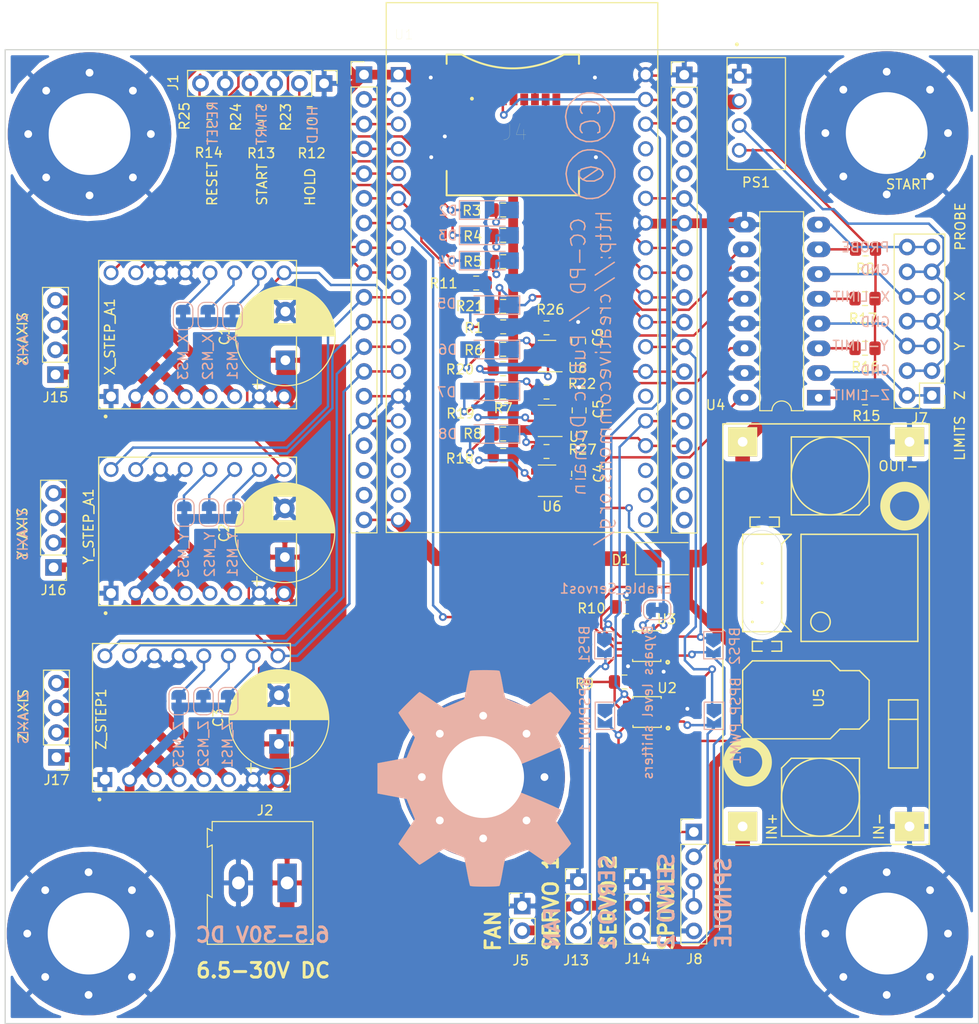
<source format=kicad_pcb>
(kicad_pcb (version 20171130) (host pcbnew "(5.1.5)-3")
  (layers (0 F.Cu signal) (31 B.Cu signal) (34 B.Paste user hide) (35 F.Paste user hide) (36 B.SilkS user) (37 F.SilkS user) (38 B.Mask user hide) (39 F.Mask user) (44 Edge.Cuts user))
  (net 0 "")
  (net 1 Vdrive)
  (net 2 GND)
  (net 3 +5V)
  (net 4 Probe)
  (net 5 "Net-(D3-Pad2)")
  (net 6 Grbl_Reset)
  (net 7 Start)
  (net 8 "Net-(D4-Pad2)")
  (net 9 "Net-(D5-Pad2)")
  (net 10 Hold)
  (net 11 "Net-(D6-Pad2)")
  (net 12 X_LIMIT)
  (net 13 Y_LIMIT)
  (net 14 "Net-(D7-Pad2)")
  (net 15 Z_LIMIT)
  (net 16 +3V3)
  (net 17 Spindle_Enable)
  (net 18 Z_Dir)
  (net 19 Y_Dir)
  (net 20 X_Dir)
  (net 21 Step_Enable)
  (net 22 "Net-(J3-Pad16)")
  (net 23 "Net-(J3-Pad17)")
  (net 24 "Net-(J3-Pad18)")
  (net 25 "Net-(J4-Pad8)")
  (net 26 MISO)
  (net 27 SCK)
  (net 28 MOSI)
  (net 29 CS)
  (net 30 "Net-(J4-Pad1)")
  (net 31 "Net-(J6-Pad19)")
  (net 32 "Net-(J6-Pad18)")
  (net 33 "Net-(J6-Pad17)")
  (net 34 SPINDLE)
  (net 35 "Net-(J6-Pad14)")
  (net 36 Spindle_PWM_3v3)
  (net 37 Y_STEP_B)
  (net 38 "Net-(J6-Pad5)")
  (net 39 "Net-(J6-Pad4)")
  (net 40 X_STEP_B)
  (net 41 "Net-(U1-Pad16)")
  (net 42 "Net-(U1-Pad17)")
  (net 43 "Net-(U1-Pad18)")
  (net 44 "Net-(U1-Pad23)")
  (net 45 "Net-(U1-Pad24)")
  (net 46 "Net-(U1-Pad33)")
  (net 47 "Net-(U1-Pad36)")
  (net 48 "Net-(U1-Pad37)")
  (net 49 "Net-(U1-Pad38)")
  (net 50 Z_STEP)
  (net 51 "Net-(D8-Pad2)")
  (net 52 "Net-(J15-Pad1)")
  (net 53 "Net-(J15-Pad2)")
  (net 54 "Net-(J15-Pad3)")
  (net 55 "Net-(J15-Pad4)")
  (net 56 "Net-(J16-Pad1)")
  (net 57 "Net-(J16-Pad2)")
  (net 58 "Net-(J16-Pad3)")
  (net 59 "Net-(J16-Pad4)")
  (net 60 Y_STEP)
  (net 61 X_STEP)
  (net 62 "Net-(X_MS1-Pad2)")
  (net 63 "Net-(X_MS2-Pad2)")
  (net 64 "Net-(X_MS3-Pad2)")
  (net 65 "Net-(Y_MS1-Pad2)")
  (net 66 "Net-(Y_MS2-Pad2)")
  (net 67 "Net-(Y_MS3-Pad2)")
  (net 68 "Net-(Z_MS1-Pad2)")
  (net 69 "Net-(Z_MS2-Pad2)")
  (net 70 "Net-(Z_MS3-Pad2)")
  (net 71 "Net-(Enable_Servos1-Pad2)")
  (net 72 "Net-(D6-Pad1)")
  (net 73 "Net-(D7-Pad1)")
  (net 74 "Net-(D8-Pad1)")
  (net 75 "Net-(J7-Pad1)")
  (net 76 "Net-(J7-Pad5)")
  (net 77 "Net-(J7-Pad10)")
  (net 78 "Net-(D1-Pad1)")
  (net 79 "Net-(D3-Pad1)")
  (net 80 "Net-(D4-Pad1)")
  (net 81 "Net-(D5-Pad1)")
  (net 82 "Net-(R2-Pad2)")
  (net 83 /EN)
  (net 84 GNDD)
  (net 85 "Net-(J17-Pad1)")
  (net 86 "Net-(J17-Pad2)")
  (net 87 "Net-(J17-Pad3)")
  (net 88 "Net-(J17-Pad4)")
  (net 89 +5VD)
  (net 90 "Net-(J8-Pad3)")
  (net 91 "Net-(C4-Pad1)")
  (net 92 "Net-(C5-Pad1)")
  (net 93 "Net-(C6-Pad1)")
  (net 94 "Net-(R15-Pad2)")
  (net 95 "Net-(R16-Pad2)")
  (net 96 "Net-(R17-Pad2)")
  (net 97 "Net-(D2-Pad1)")
  (net 98 "Net-(D2-Pad2)")
  (net 99 "Net-(BPS1-Pad2)")
  (net 100 "Net-(BPS2-Pad2)")
  (net 101 "Net-(BPSP_PWM1-Pad2)")
  (net 102 "Net-(BPSPNDL1-Pad2)")
  (net 103 "Net-(J7-Pad13)")
  (module Connector_PinHeader_2.54mm:PinHeader_1x05_P2.54mm_Vertical (layer F.Cu) (at 85.7504 115.3287)
    (fp_text reference J8 (at 0.0508 13.0556) (layer F.SilkS))
    (fp_text value "PWM Spindle (5V)")
    (pad 5 thru_hole oval (at 0 10.16) (size 1.7 1.7) (drill 1) (layers *.Cu *.Mask) (net 2 GND))
    (pad 4 thru_hole oval (at 0 7.62) (size 1.7 1.7) (drill 1) (layers *.Cu *.Mask) (net 90 "Net-(J8-Pad3)"))
    (pad 3 thru_hole oval (at 0 5.08) (size 1.7 1.7) (drill 1) (layers *.Cu *.Mask) (net 90 "Net-(J8-Pad3)"))
    (pad 2 thru_hole oval (at 0 2.54) (size 1.7 1.7) (drill 1) (layers *.Cu *.Mask) (net 101 "Net-(BPSP_PWM1-Pad2)"))
    (pad 1 thru_hole rect (at 0 0) (size 1.7 1.7) (drill 1) (layers *.Cu *.Mask) (net 102 "Net-(BPSPNDL1-Pad2)"))
  )
  (module MountingHole:MountingHole_8.4mm_M8_Pad_Via (layer F.Cu) (at 64.1096 109.6899)
    (fp_text reference H5 hide)
    (fp_text value MountingHole_Pad)
    (pad 1 thru_hole circle (at 4.454773 -4.454773) (size 1.1 1.1) (drill 0.8) (layers *.Cu *.Mask) (net 2 GND))
    (pad 1 thru_hole circle (at 0 -6.3) (size 1.1 1.1) (drill 0.8) (layers *.Cu *.Mask) (net 2 GND))
    (pad 1 thru_hole circle (at -4.454773 -4.454773) (size 1.1 1.1) (drill 0.8) (layers *.Cu *.Mask) (net 2 GND))
    (pad 1 thru_hole circle (at -6.3 0) (size 1.1 1.1) (drill 0.8) (layers *.Cu *.Mask) (net 2 GND))
    (pad 1 thru_hole circle (at -4.454773 4.454773) (size 1.1 1.1) (drill 0.8) (layers *.Cu *.Mask) (net 2 GND))
    (pad 1 thru_hole circle (at 0 6.3) (size 1.1 1.1) (drill 0.8) (layers *.Cu *.Mask) (net 2 GND))
    (pad 1 thru_hole circle (at 4.454773 4.454773) (size 1.1 1.1) (drill 0.8) (layers *.Cu *.Mask) (net 2 GND))
    (pad 1 thru_hole circle (at 6.3 0) (size 1.1 1.1) (drill 0.8) (layers *.Cu *.Mask) (net 2 GND))
    (pad 1 thru_hole circle (at 0 0) (size 16.8 16.8) (drill 8.4) (layers *.Cu *.Mask) (net 2 GND))
  )
  (module Capacitor_THT:CP_Radial_D10.0mm_P5.00mm (layer F.Cu) (at 43.1292 106.2863 90)
    (fp_text reference C3 (at 2.6924 -6.2484 90) (layer F.SilkS))
    (fp_text value "47uF 35V")
    (pad 2 thru_hole circle (at 5 0 90) (size 2 2) (drill 1) (layers *.Cu *.Mask) (net 2 GND))
    (pad 1 thru_hole rect (at 0 0 90) (size 2 2) (drill 1) (layers *.Cu *.Mask) (net 1 Vdrive))
  )
  (module Capacitor_THT:CP_Radial_D10.0mm_P5.00mm (layer F.Cu) (at 43.7388 87.1055 90)
    (fp_text reference C2 (at 2.5 -6.25 90) (layer F.SilkS))
    (fp_text value "47uF 35V")
    (pad 2 thru_hole circle (at 5 0 90) (size 2 2) (drill 1) (layers *.Cu *.Mask) (net 2 GND))
    (pad 1 thru_hole rect (at 0 0 90) (size 2 2) (drill 1) (layers *.Cu *.Mask) (net 1 Vdrive))
  )
  (module Capacitor_THT:CP_Radial_D10.0mm_P5.00mm (layer F.Cu) (at 43.7896 66.8871 90)
    (fp_text reference C1 (at 2.5 -6.25 90) (layer F.SilkS))
    (fp_text value "47uF 35V")
    (pad 2 thru_hole circle (at 5 0 90) (size 2 2) (drill 1) (layers *.Cu *.Mask) (net 2 GND))
    (pad 1 thru_hole rect (at 0 0 90) (size 2 2) (drill 1) (layers *.Cu *.Mask) (net 1 Vdrive))
  )
  (module Connector_PinHeader_2.54mm:PinHeader_1x04_P2.54mm_Vertical (layer F.Cu) (at 20.2688 107.6595 180)
    (fp_text reference J17 (at 0 -2.33) (layer F.SilkS))
    (fp_text value Z_STEPPER)
    (pad 4 thru_hole oval (at 0 7.62 180) (size 1.7 1.7) (drill 1) (layers *.Cu *.Mask) (net 88 "Net-(J17-Pad4)"))
    (pad 3 thru_hole oval (at 0 5.08 180) (size 1.7 1.7) (drill 1) (layers *.Cu *.Mask) (net 87 "Net-(J17-Pad3)"))
    (pad 2 thru_hole oval (at 0 2.54 180) (size 1.7 1.7) (drill 1) (layers *.Cu *.Mask) (net 86 "Net-(J17-Pad2)"))
    (pad 1 thru_hole rect (at 0 0 180) (size 1.7 1.7) (drill 1) (layers *.Cu *.Mask) (net 85 "Net-(J17-Pad1)"))
  )
  (module LEDs:LED_1206_HandSoldering (layer B.Cu) (at 64.7688 74.4595 180)
    (fp_text reference D8 (at 4.3168 0) (layer B.SilkS) (effects (justify mirror)))
    (fp_text value RED)
    (pad 2 smd rect (at 2 0 180) (size 2 1.7) (layers B.Cu B.Paste B.Mask) (net 51 "Net-(D8-Pad2)"))
    (pad 1 smd rect (at -2 0 180) (size 2 1.7) (layers B.Cu B.Paste B.Mask) (net 74 "Net-(D8-Pad1)"))
  )
  (module A4988_STEPPER_MOTOR_DRIVER_CARRIER:MODULE_A4988_STEPPER_MOTOR_DRIVER_CARRIER (layer F.Cu) (at 34.7688 64.2595 90)
    (fp_text reference X_STEP_A1 (at -0.22 -9.017 90) (layer F.SilkS))
    (fp_text value Pololu_Breakout_A4988)
    (pad 16 thru_hole circle (at 6.35 -8.89 90) (size 1.53 1.53) (drill 1.02) (layers *.Cu *.Mask) (net 20 X_Dir))
    (pad 15 thru_hole circle (at 6.35 -6.35 90) (size 1.53 1.53) (drill 1.02) (layers *.Cu *.Mask) (net 61 X_STEP))
    (pad 14 thru_hole circle (at 6.35 -3.81 90) (size 1.53 1.53) (drill 1.02) (layers *.Cu *.Mask) (net 2 GND))
    (pad 13 thru_hole circle (at 6.35 -1.27 90) (size 1.53 1.53) (drill 1.02) (layers *.Cu *.Mask) (net 2 GND))
    (pad 12 thru_hole circle (at 6.35 1.27 90) (size 1.53 1.53) (drill 1.02) (layers *.Cu *.Mask) (net 64 "Net-(X_MS3-Pad2)"))
    (pad 11 thru_hole circle (at 6.35 3.81 90) (size 1.53 1.53) (drill 1.02) (layers *.Cu *.Mask) (net 63 "Net-(X_MS2-Pad2)"))
    (pad 10 thru_hole circle (at 6.35 6.35 90) (size 1.53 1.53) (drill 1.02) (layers *.Cu *.Mask) (net 62 "Net-(X_MS1-Pad2)"))
    (pad 9 thru_hole circle (at 6.35 8.89 90) (size 1.53 1.53) (drill 1.02) (layers *.Cu *.Mask) (net 21 Step_Enable))
    (pad 8 thru_hole circle (at -6.35 8.89 90) (size 1.53 1.53) (drill 1.02) (layers *.Cu *.Mask) (net 1 Vdrive))
    (pad 7 thru_hole circle (at -6.35 6.35 90) (size 1.53 1.53) (drill 1.02) (layers *.Cu *.Mask) (net 2 GND))
    (pad 6 thru_hole circle (at -6.35 3.81 90) (size 1.53 1.53) (drill 1.02) (layers *.Cu *.Mask) (net 55 "Net-(J15-Pad4)"))
    (pad 5 thru_hole circle (at -6.35 1.27 90) (size 1.53 1.53) (drill 1.02) (layers *.Cu *.Mask) (net 54 "Net-(J15-Pad3)"))
    (pad 4 thru_hole circle (at -6.35 -1.27 90) (size 1.53 1.53) (drill 1.02) (layers *.Cu *.Mask) (net 53 "Net-(J15-Pad2)"))
    (pad 3 thru_hole circle (at -6.35 -3.81 90) (size 1.53 1.53) (drill 1.02) (layers *.Cu *.Mask) (net 52 "Net-(J15-Pad1)"))
    (pad 2 thru_hole circle (at -6.35 -6.35 90) (size 1.53 1.53) (drill 1.02) (layers *.Cu *.Mask) (net 16 +3V3))
    (pad 1 thru_hole rect (at -6.35 -8.89 90) (size 1.53 1.53) (drill 1.02) (layers *.Cu *.Mask) (net 2 GND))
  )
  (module A4988_STEPPER_MOTOR_DRIVER_CARRIER:MODULE_A4988_STEPPER_MOTOR_DRIVER_CARRIER (layer F.Cu) (at 34.7688 84.4595 90)
    (fp_text reference Y_STEP_A1 (at 0.5 -11.2 90) (layer F.SilkS))
    (fp_text value Pololu_Breakout_A4988)
    (pad 16 thru_hole circle (at 6.35 -8.89 90) (size 1.53 1.53) (drill 1.02) (layers *.Cu *.Mask) (net 19 Y_Dir))
    (pad 15 thru_hole circle (at 6.35 -6.35 90) (size 1.53 1.53) (drill 1.02) (layers *.Cu *.Mask) (net 60 Y_STEP))
    (pad 14 thru_hole circle (at 6.35 -3.81 90) (size 1.53 1.53) (drill 1.02) (layers *.Cu *.Mask) (net 2 GND))
    (pad 13 thru_hole circle (at 6.35 -1.27 90) (size 1.53 1.53) (drill 1.02) (layers *.Cu *.Mask) (net 2 GND))
    (pad 12 thru_hole circle (at 6.35 1.27 90) (size 1.53 1.53) (drill 1.02) (layers *.Cu *.Mask) (net 67 "Net-(Y_MS3-Pad2)"))
    (pad 11 thru_hole circle (at 6.35 3.81 90) (size 1.53 1.53) (drill 1.02) (layers *.Cu *.Mask) (net 66 "Net-(Y_MS2-Pad2)"))
    (pad 10 thru_hole circle (at 6.35 6.35 90) (size 1.53 1.53) (drill 1.02) (layers *.Cu *.Mask) (net 65 "Net-(Y_MS1-Pad2)"))
    (pad 9 thru_hole circle (at 6.35 8.89 90) (size 1.53 1.53) (drill 1.02) (layers *.Cu *.Mask) (net 21 Step_Enable))
    (pad 8 thru_hole circle (at -6.35 8.89 90) (size 1.53 1.53) (drill 1.02) (layers *.Cu *.Mask) (net 1 Vdrive))
    (pad 7 thru_hole circle (at -6.35 6.35 90) (size 1.53 1.53) (drill 1.02) (layers *.Cu *.Mask) (net 2 GND))
    (pad 6 thru_hole circle (at -6.35 3.81 90) (size 1.53 1.53) (drill 1.02) (layers *.Cu *.Mask) (net 59 "Net-(J16-Pad4)"))
    (pad 5 thru_hole circle (at -6.35 1.27 90) (size 1.53 1.53) (drill 1.02) (layers *.Cu *.Mask) (net 58 "Net-(J16-Pad3)"))
    (pad 4 thru_hole circle (at -6.35 -1.27 90) (size 1.53 1.53) (drill 1.02) (layers *.Cu *.Mask) (net 57 "Net-(J16-Pad2)"))
    (pad 3 thru_hole circle (at -6.35 -3.81 90) (size 1.53 1.53) (drill 1.02) (layers *.Cu *.Mask) (net 56 "Net-(J16-Pad1)"))
    (pad 2 thru_hole circle (at -6.35 -6.35 90) (size 1.53 1.53) (drill 1.02) (layers *.Cu *.Mask) (net 16 +3V3))
    (pad 1 thru_hole rect (at -6.35 -8.89 90) (size 1.53 1.53) (drill 1.02) (layers *.Cu *.Mask) (net 2 GND))
  )
  (module A4988_STEPPER_MOTOR_DRIVER_CARRIER:MODULE_A4988_STEPPER_MOTOR_DRIVER_CARRIER (layer F.Cu) (at 34.1364 103.5939 90)
    (fp_text reference Z_STEP1 (at -0.142 -9.271 90) (layer F.SilkS))
    (fp_text value Pololu_Breakout_A4988)
    (pad 16 thru_hole circle (at 6.35 -8.89 90) (size 1.53 1.53) (drill 1.02) (layers *.Cu *.Mask) (net 18 Z_Dir))
    (pad 15 thru_hole circle (at 6.35 -6.35 90) (size 1.53 1.53) (drill 1.02) (layers *.Cu *.Mask) (net 50 Z_STEP))
    (pad 14 thru_hole circle (at 6.35 -3.81 90) (size 1.53 1.53) (drill 1.02) (layers *.Cu *.Mask) (net 2 GND))
    (pad 13 thru_hole circle (at 6.35 -1.27 90) (size 1.53 1.53) (drill 1.02) (layers *.Cu *.Mask) (net 2 GND))
    (pad 12 thru_hole circle (at 6.35 1.27 90) (size 1.53 1.53) (drill 1.02) (layers *.Cu *.Mask) (net 70 "Net-(Z_MS3-Pad2)"))
    (pad 11 thru_hole circle (at 6.35 3.81 90) (size 1.53 1.53) (drill 1.02) (layers *.Cu *.Mask) (net 69 "Net-(Z_MS2-Pad2)"))
    (pad 10 thru_hole circle (at 6.35 6.35 90) (size 1.53 1.53) (drill 1.02) (layers *.Cu *.Mask) (net 68 "Net-(Z_MS1-Pad2)"))
    (pad 9 thru_hole circle (at 6.35 8.89 90) (size 1.53 1.53) (drill 1.02) (layers *.Cu *.Mask) (net 21 Step_Enable))
    (pad 8 thru_hole circle (at -6.35 8.89 90) (size 1.53 1.53) (drill 1.02) (layers *.Cu *.Mask) (net 1 Vdrive))
    (pad 7 thru_hole circle (at -6.35 6.35 90) (size 1.53 1.53) (drill 1.02) (layers *.Cu *.Mask) (net 2 GND))
    (pad 6 thru_hole circle (at -6.35 3.81 90) (size 1.53 1.53) (drill 1.02) (layers *.Cu *.Mask) (net 88 "Net-(J17-Pad4)"))
    (pad 5 thru_hole circle (at -6.35 1.27 90) (size 1.53 1.53) (drill 1.02) (layers *.Cu *.Mask) (net 87 "Net-(J17-Pad3)"))
    (pad 4 thru_hole circle (at -6.35 -1.27 90) (size 1.53 1.53) (drill 1.02) (layers *.Cu *.Mask) (net 86 "Net-(J17-Pad2)"))
    (pad 3 thru_hole circle (at -6.35 -3.81 90) (size 1.53 1.53) (drill 1.02) (layers *.Cu *.Mask) (net 85 "Net-(J17-Pad1)"))
    (pad 2 thru_hole circle (at -6.35 -6.35 90) (size 1.53 1.53) (drill 1.02) (layers *.Cu *.Mask) (net 16 +3V3))
    (pad 1 thru_hole rect (at -6.35 -8.89 90) (size 1.53 1.53) (drill 1.02) (layers *.Cu *.Mask) (net 2 GND))
  )
  (module Resistor_SMD:R_0805_2012Metric_Pad1.15x1.40mm_HandSolder (layer F.Cu) (at 41.2438 43.7595 180)
    (fp_text reference R13 (at -0.0566 -1.8716 180) (layer F.SilkS))
    (fp_text value 220)
    (pad 2 smd roundrect (at 1.025 0 180) (size 1.15 1.4) (layers F.Cu F.Paste F.Mask) (roundrect_rratio 0.217391) (net 79 "Net-(D3-Pad1)"))
    (pad 1 smd roundrect (at -1.025 0 180) (size 1.15 1.4) (layers F.Cu F.Paste F.Mask) (roundrect_rratio 0.217391) (net 7 Start))
  )
  (module ESP32-DEVKITC-32D:MODULE_ESP32-DEVKITC-32D (layer F.Cu) (at 68.1012 57.3195)
    (fp_text reference U1 (at -12.1412 -23.8748) (layer F.SilkS) (effects (font (size 1.000386 1.000386) (thickness 0.015))))
    (fp_text value ESP32-DEVKITC-32D)
    (pad 38 thru_hole circle (at 12.7 25.96) (size 1.56 1.56) (drill 1.04) (layers *.Cu *.Mask) (net 49 "Net-(U1-Pad38)"))
    (pad 37 thru_hole circle (at 12.7 23.42) (size 1.56 1.56) (drill 1.04) (layers *.Cu *.Mask) (net 48 "Net-(U1-Pad37)"))
    (pad 36 thru_hole circle (at 12.7 20.88) (size 1.56 1.56) (drill 1.04) (layers *.Cu *.Mask) (net 47 "Net-(U1-Pad36)"))
    (pad 35 thru_hole circle (at 12.7 18.34) (size 1.56 1.56) (drill 1.04) (layers *.Cu *.Mask) (net 15 Z_LIMIT))
    (pad 34 thru_hole circle (at 12.7 15.8) (size 1.56 1.56) (drill 1.04) (layers *.Cu *.Mask) (net 34 SPINDLE))
    (pad 33 thru_hole circle (at 12.7 13.26) (size 1.56 1.56) (drill 1.04) (layers *.Cu *.Mask) (net 46 "Net-(U1-Pad33)"))
    (pad 32 thru_hole circle (at 12.7 10.72) (size 1.56 1.56) (drill 1.04) (layers *.Cu *.Mask) (net 13 Y_LIMIT))
    (pad 31 thru_hole circle (at 12.7 8.18) (size 1.56 1.56) (drill 1.04) (layers *.Cu *.Mask) (net 36 Spindle_PWM_3v3))
    (pad 30 thru_hole circle (at 12.7 5.64) (size 1.56 1.56) (drill 1.04) (layers *.Cu *.Mask) (net 12 X_LIMIT))
    (pad 29 thru_hole circle (at 12.7 3.1) (size 1.56 1.56) (drill 1.04) (layers *.Cu *.Mask) (net 29 CS))
    (pad 28 thru_hole circle (at 12.7 0.56) (size 1.56 1.56) (drill 1.04) (layers *.Cu *.Mask) (net 27 SCK))
    (pad 27 thru_hole circle (at 12.7 -1.98) (size 1.56 1.56) (drill 1.04) (layers *.Cu *.Mask) (net 26 MISO))
    (pad 26 thru_hole circle (at 12.7 -4.52) (size 1.56 1.56) (drill 1.04) (layers *.Cu *.Mask) (net 2 GND))
    (pad 25 thru_hole circle (at 12.7 -7.06) (size 1.56 1.56) (drill 1.04) (layers *.Cu *.Mask) (net 37 Y_STEP_B))
    (pad 24 thru_hole circle (at 12.7 -9.6) (size 1.56 1.56) (drill 1.04) (layers *.Cu *.Mask) (net 45 "Net-(U1-Pad24)"))
    (pad 23 thru_hole circle (at 12.7 -12.14) (size 1.56 1.56) (drill 1.04) (layers *.Cu *.Mask) (net 44 "Net-(U1-Pad23)"))
    (pad 22 thru_hole circle (at 12.7 -14.68) (size 1.56 1.56) (drill 1.04) (layers *.Cu *.Mask) (net 40 X_STEP_B))
    (pad 21 thru_hole circle (at 12.7 -17.22) (size 1.56 1.56) (drill 1.04) (layers *.Cu *.Mask) (net 28 MOSI))
    (pad 20 thru_hole circle (at 12.7 -19.76) (size 1.56 1.56) (drill 1.04) (layers *.Cu *.Mask) (net 2 GND))
    (pad 18 thru_hole circle (at -12.7 23.42) (size 1.56 1.56) (drill 1.04) (layers *.Cu *.Mask) (net 43 "Net-(U1-Pad18)"))
    (pad 17 thru_hole circle (at -12.7 20.88) (size 1.56 1.56) (drill 1.04) (layers *.Cu *.Mask) (net 42 "Net-(U1-Pad17)"))
    (pad 16 thru_hole circle (at -12.7 18.34) (size 1.56 1.56) (drill 1.04) (layers *.Cu *.Mask) (net 41 "Net-(U1-Pad16)"))
    (pad 15 thru_hole circle (at -12.7 15.8) (size 1.56 1.56) (drill 1.04) (layers *.Cu *.Mask) (net 21 Step_Enable))
    (pad 14 thru_hole circle (at -12.7 13.26) (size 1.56 1.56) (drill 1.04) (layers *.Cu *.Mask) (net 2 GND))
    (pad 13 thru_hole circle (at -12.7 10.72) (size 1.56 1.56) (drill 1.04) (layers *.Cu *.Mask) (net 50 Z_STEP))
    (pad 12 thru_hole circle (at -12.7 8.18) (size 1.56 1.56) (drill 1.04) (layers *.Cu *.Mask) (net 18 Z_Dir))
    (pad 11 thru_hole circle (at -12.7 5.64) (size 1.56 1.56) (drill 1.04) (layers *.Cu *.Mask) (net 60 Y_STEP))
    (pad 10 thru_hole circle (at -12.7 3.1) (size 1.56 1.56) (drill 1.04) (layers *.Cu *.Mask) (net 19 Y_Dir))
    (pad 9 thru_hole circle (at -12.7 0.56) (size 1.56 1.56) (drill 1.04) (layers *.Cu *.Mask) (net 61 X_STEP))
    (pad 8 thru_hole circle (at -12.7 -1.98) (size 1.56 1.56) (drill 1.04) (layers *.Cu *.Mask) (net 20 X_Dir))
    (pad 7 thru_hole circle (at -12.7 -4.52) (size 1.56 1.56) (drill 1.04) (layers *.Cu *.Mask) (net 17 Spindle_Enable))
    (pad 6 thru_hole circle (at -12.7 -7.06) (size 1.56 1.56) (drill 1.04) (layers *.Cu *.Mask) (net 4 Probe))
    (pad 5 thru_hole circle (at -12.7 -9.6) (size 1.56 1.56) (drill 1.04) (layers *.Cu *.Mask) (net 6 Grbl_Reset))
    (pad 4 thru_hole circle (at -12.7 -12.14) (size 1.56 1.56) (drill 1.04) (layers *.Cu *.Mask) (net 7 Start))
    (pad 3 thru_hole circle (at -12.7 -14.68) (size 1.56 1.56) (drill 1.04) (layers *.Cu *.Mask) (net 10 Hold))
    (pad 19 thru_hole circle (at -12.7 25.96) (size 1.56 1.56) (drill 1.04) (layers *.Cu *.Mask) (net 78 "Net-(D1-Pad1)"))
    (pad 2 thru_hole circle (at -12.7 -17.22) (size 1.56 1.56) (drill 1.04) (layers *.Cu *.Mask) (net 83 /EN))
    (pad 1 thru_hole rect (at -12.7 -19.76) (size 1.56 1.56) (drill 1.04) (layers *.Cu *.Mask) (net 16 +3V3))
  )
  (module Connector_PinHeader_2.54mm:PinHeader_1x19_P2.54mm_Vertical (layer F.Cu) (at 84.7688 37.5795)
    (fp_text reference J6 hide)
    (fp_text value Conn_01x19)
    (pad 19 thru_hole oval (at 0 45.72) (size 1.7 1.7) (drill 1) (layers *.Cu *.Mask) (net 31 "Net-(J6-Pad19)"))
    (pad 18 thru_hole oval (at 0 43.18) (size 1.7 1.7) (drill 1) (layers *.Cu *.Mask) (net 32 "Net-(J6-Pad18)"))
    (pad 17 thru_hole oval (at 0 40.64) (size 1.7 1.7) (drill 1) (layers *.Cu *.Mask) (net 33 "Net-(J6-Pad17)"))
    (pad 16 thru_hole oval (at 0 38.1) (size 1.7 1.7) (drill 1) (layers *.Cu *.Mask) (net 15 Z_LIMIT))
    (pad 15 thru_hole oval (at 0 35.56) (size 1.7 1.7) (drill 1) (layers *.Cu *.Mask) (net 34 SPINDLE))
    (pad 14 thru_hole oval (at 0 33.02) (size 1.7 1.7) (drill 1) (layers *.Cu *.Mask) (net 35 "Net-(J6-Pad14)"))
    (pad 13 thru_hole oval (at 0 30.48) (size 1.7 1.7) (drill 1) (layers *.Cu *.Mask) (net 13 Y_LIMIT))
    (pad 12 thru_hole oval (at 0 27.94) (size 1.7 1.7) (drill 1) (layers *.Cu *.Mask) (net 36 Spindle_PWM_3v3))
    (pad 11 thru_hole oval (at 0 25.4) (size 1.7 1.7) (drill 1) (layers *.Cu *.Mask) (net 12 X_LIMIT))
    (pad 10 thru_hole oval (at 0 22.86) (size 1.7 1.7) (drill 1) (layers *.Cu *.Mask) (net 29 CS))
    (pad 9 thru_hole oval (at 0 20.32) (size 1.7 1.7) (drill 1) (layers *.Cu *.Mask) (net 27 SCK))
    (pad 8 thru_hole oval (at 0 17.78) (size 1.7 1.7) (drill 1) (layers *.Cu *.Mask) (net 26 MISO))
    (pad 7 thru_hole oval (at 0 15.24) (size 1.7 1.7) (drill 1) (layers *.Cu *.Mask) (net 2 GND))
    (pad 6 thru_hole oval (at 0 12.7) (size 1.7 1.7) (drill 1) (layers *.Cu *.Mask) (net 37 Y_STEP_B))
    (pad 5 thru_hole oval (at 0 10.16) (size 1.7 1.7) (drill 1) (layers *.Cu *.Mask) (net 38 "Net-(J6-Pad5)"))
    (pad 4 thru_hole oval (at 0 7.62) (size 1.7 1.7) (drill 1) (layers *.Cu *.Mask) (net 39 "Net-(J6-Pad4)"))
    (pad 3 thru_hole oval (at 0 5.08) (size 1.7 1.7) (drill 1) (layers *.Cu *.Mask) (net 40 X_STEP_B))
    (pad 2 thru_hole oval (at 0 2.54) (size 1.7 1.7) (drill 1) (layers *.Cu *.Mask) (net 28 MOSI))
    (pad 1 thru_hole rect (at 0 0) (size 1.7 1.7) (drill 1) (layers *.Cu *.Mask) (net 2 GND))
  )
  (module Connector_PinHeader_2.54mm:PinHeader_1x03_P2.54mm_Vertical (layer F.Cu) (at 79.9624 120.4287)
    (fp_text reference J14 (at -0.0032 7.9248) (layer F.SilkS))
    (fp_text value Servo2)
    (pad 3 thru_hole oval (at 0 5.08) (size 1.7 1.7) (drill 1) (layers *.Cu *.Mask) (net 100 "Net-(BPS2-Pad2)"))
    (pad 2 thru_hole oval (at 0 2.54) (size 1.7 1.7) (drill 1) (layers *.Cu *.Mask) (net 3 +5V))
    (pad 1 thru_hole rect (at 0 0) (size 1.7 1.7) (drill 1) (layers *.Cu *.Mask) (net 2 GND))
  )
  (module Connector_PinHeader_2.54mm:PinHeader_2x07_P2.54mm_Vertical (layer F.Cu) (at 110.2088 70.4995 180)
    (fp_text reference J7 (at 1.27 -2.33) (layer F.SilkS))
    (fp_text value Limits)
    (pad 14 thru_hole oval (at 2.54 15.24 180) (size 1.7 1.7) (drill 1) (layers *.Cu *.Mask) (net 103 "Net-(J7-Pad13)"))
    (pad 13 thru_hole oval (at 0 15.24 180) (size 1.7 1.7) (drill 1) (layers *.Cu *.Mask) (net 103 "Net-(J7-Pad13)"))
    (pad 12 thru_hole oval (at 2.54 12.7 180) (size 1.7 1.7) (drill 1) (layers *.Cu *.Mask) (net 84 GNDD))
    (pad 11 thru_hole oval (at 0 12.7 180) (size 1.7 1.7) (drill 1) (layers *.Cu *.Mask) (net 84 GNDD))
    (pad 10 thru_hole oval (at 2.54 10.16 180) (size 1.7 1.7) (drill 1) (layers *.Cu *.Mask) (net 77 "Net-(J7-Pad10)"))
    (pad 9 thru_hole oval (at 0 10.16 180) (size 1.7 1.7) (drill 1) (layers *.Cu *.Mask) (net 77 "Net-(J7-Pad10)"))
    (pad 8 thru_hole oval (at 2.54 7.62 180) (size 1.7 1.7) (drill 1) (layers *.Cu *.Mask) (net 84 GNDD))
    (pad 7 thru_hole oval (at 0 7.62 180) (size 1.7 1.7) (drill 1) (layers *.Cu *.Mask) (net 84 GNDD))
    (pad 6 thru_hole oval (at 2.54 5.08 180) (size 1.7 1.7) (drill 1) (layers *.Cu *.Mask) (net 76 "Net-(J7-Pad5)"))
    (pad 5 thru_hole oval (at 0 5.08 180) (size 1.7 1.7) (drill 1) (layers *.Cu *.Mask) (net 76 "Net-(J7-Pad5)"))
    (pad 4 thru_hole oval (at 2.54 2.54 180) (size 1.7 1.7) (drill 1) (layers *.Cu *.Mask) (net 84 GNDD))
    (pad 3 thru_hole oval (at 0 2.54 180) (size 1.7 1.7) (drill 1) (layers *.Cu *.Mask) (net 84 GNDD))
    (pad 2 thru_hole oval (at 2.54 0 180) (size 1.7 1.7) (drill 1) (layers *.Cu *.Mask) (net 75 "Net-(J7-Pad1)"))
    (pad 1 thru_hole rect (at 0 0 180) (size 1.7 1.7) (drill 1) (layers *.Cu *.Mask) (net 75 "Net-(J7-Pad1)"))
  )
  (module Connector_PinHeader_2.54mm:PinHeader_1x04_P2.54mm_Vertical (layer F.Cu) (at 19.9688 88.1595 180)
    (fp_text reference J16 (at 0 -2.33) (layer F.SilkS))
    (fp_text value Y_STEPPER)
    (pad 4 thru_hole oval (at 0 7.62 180) (size 1.7 1.7) (drill 1) (layers *.Cu *.Mask) (net 59 "Net-(J16-Pad4)"))
    (pad 3 thru_hole oval (at 0 5.08 180) (size 1.7 1.7) (drill 1) (layers *.Cu *.Mask) (net 58 "Net-(J16-Pad3)"))
    (pad 2 thru_hole oval (at 0 2.54 180) (size 1.7 1.7) (drill 1) (layers *.Cu *.Mask) (net 57 "Net-(J16-Pad2)"))
    (pad 1 thru_hole rect (at 0 0 180) (size 1.7 1.7) (drill 1) (layers *.Cu *.Mask) (net 56 "Net-(J16-Pad1)"))
  )
  (module Connector_PinHeader_2.54mm:PinHeader_1x04_P2.54mm_Vertical (layer F.Cu) (at 20.1688 68.3595 180)
    (fp_text reference J15 (at 0 -2.33) (layer F.SilkS))
    (fp_text value X_STEPPER)
    (pad 4 thru_hole oval (at 0 7.62 180) (size 1.7 1.7) (drill 1) (layers *.Cu *.Mask) (net 55 "Net-(J15-Pad4)"))
    (pad 3 thru_hole oval (at 0 5.08 180) (size 1.7 1.7) (drill 1) (layers *.Cu *.Mask) (net 54 "Net-(J15-Pad3)"))
    (pad 2 thru_hole oval (at 0 2.54 180) (size 1.7 1.7) (drill 1) (layers *.Cu *.Mask) (net 53 "Net-(J15-Pad2)"))
    (pad 1 thru_hole rect (at 0 0 180) (size 1.7 1.7) (drill 1) (layers *.Cu *.Mask) (net 52 "Net-(J15-Pad1)"))
  )
  (module Connector_PinHeader_2.54mm:PinHeader_1x03_P2.54mm_Vertical (layer F.Cu) (at 73.9004 120.4287)
    (fp_text reference J13 (at -0.2404 8.0772) (layer F.SilkS))
    (fp_text value Servo1)
    (pad 3 thru_hole oval (at 0 5.08) (size 1.7 1.7) (drill 1) (layers *.Cu *.Mask) (net 99 "Net-(BPS1-Pad2)"))
    (pad 2 thru_hole oval (at 0 2.54) (size 1.7 1.7) (drill 1) (layers *.Cu *.Mask) (net 3 +5V))
    (pad 1 thru_hole rect (at 0 0) (size 1.7 1.7) (drill 1) (layers *.Cu *.Mask) (net 2 GND))
  )
  (module Connector_PinHeader_2.54mm:PinHeader_1x02_P2.54mm_Vertical (layer F.Cu) (at 68.1228 122.9287)
    (fp_text reference J5 (at -0.1524 5.588) (layer F.SilkS))
    (fp_text value Fan)
    (pad 2 thru_hole oval (at 0 2.54) (size 1.7 1.7) (drill 1) (layers *.Cu *.Mask) (net 3 +5V))
    (pad 1 thru_hole rect (at 0 0) (size 1.7 1.7) (drill 1) (layers *.Cu *.Mask) (net 2 GND))
  )
  (module Connector_PinHeader_2.54mm:PinHeader_1x19_P2.54mm_Vertical (layer F.Cu) (at 51.8688 37.5595)
    (fp_text reference J3 hide)
    (fp_text value Conn_01x19)
    (pad 19 thru_hole oval (at 0 45.72) (size 1.7 1.7) (drill 1) (layers *.Cu *.Mask) (net 78 "Net-(D1-Pad1)"))
    (pad 18 thru_hole oval (at 0 43.18) (size 1.7 1.7) (drill 1) (layers *.Cu *.Mask) (net 24 "Net-(J3-Pad18)"))
    (pad 17 thru_hole oval (at 0 40.64) (size 1.7 1.7) (drill 1) (layers *.Cu *.Mask) (net 23 "Net-(J3-Pad17)"))
    (pad 16 thru_hole oval (at 0 38.1) (size 1.7 1.7) (drill 1) (layers *.Cu *.Mask) (net 22 "Net-(J3-Pad16)"))
    (pad 15 thru_hole oval (at 0 35.56) (size 1.7 1.7) (drill 1) (layers *.Cu *.Mask) (net 21 Step_Enable))
    (pad 14 thru_hole oval (at 0 33.02) (size 1.7 1.7) (drill 1) (layers *.Cu *.Mask) (net 2 GND))
    (pad 13 thru_hole oval (at 0 30.48) (size 1.7 1.7) (drill 1) (layers *.Cu *.Mask) (net 50 Z_STEP))
    (pad 12 thru_hole oval (at 0 27.94) (size 1.7 1.7) (drill 1) (layers *.Cu *.Mask) (net 18 Z_Dir))
    (pad 11 thru_hole oval (at 0 25.4) (size 1.7 1.7) (drill 1) (layers *.Cu *.Mask) (net 60 Y_STEP))
    (pad 10 thru_hole oval (at 0 22.86) (size 1.7 1.7) (drill 1) (layers *.Cu *.Mask) (net 19 Y_Dir))
    (pad 9 thru_hole oval (at 0 20.32) (size 1.7 1.7) (drill 1) (layers *.Cu *.Mask) (net 61 X_STEP))
    (pad 8 thru_hole oval (at 0 17.78) (size 1.7 1.7) (drill 1) (layers *.Cu *.Mask) (net 20 X_Dir))
    (pad 7 thru_hole oval (at 0 15.24) (size 1.7 1.7) (drill 1) (layers *.Cu *.Mask) (net 17 Spindle_Enable))
    (pad 6 thru_hole oval (at 0 12.7) (size 1.7 1.7) (drill 1) (layers *.Cu *.Mask) (net 4 Probe))
    (pad 5 thru_hole oval (at 0 10.16) (size 1.7 1.7) (drill 1) (layers *.Cu *.Mask) (net 6 Grbl_Reset))
    (pad 4 thru_hole oval (at 0 7.62) (size 1.7 1.7) (drill 1) (layers *.Cu *.Mask) (net 7 Start))
    (pad 3 thru_hole oval (at 0 5.08) (size 1.7 1.7) (drill 1) (layers *.Cu *.Mask) (net 10 Hold))
    (pad 2 thru_hole oval (at 0 2.54) (size 1.7 1.7) (drill 1) (layers *.Cu *.Mask) (net 83 /EN))
    (pad 1 thru_hole rect (at 0 0) (size 1.7 1.7) (drill 1) (layers *.Cu *.Mask) (net 16 +3V3))
  )
  (module Connector_PinHeader_2.54mm:PinHeader_1x06_P2.54mm_Vertical (layer F.Cu) (at 47.7688 38.4595 270)
    (fp_text reference J1 (at -0.0928 15.5108 90) (layer F.SilkS))
    (fp_text value Inputs)
    (pad 1 thru_hole rect (at 0 0 270) (size 1.7 1.7) (drill 1) (layers *.Cu *.Mask) (net 2 GND))
    (pad 2 thru_hole oval (at 0 2.54 270) (size 1.7 1.7) (drill 1) (layers *.Cu *.Mask) (net 97 "Net-(D2-Pad1)"))
    (pad 3 thru_hole oval (at 0 5.08 270) (size 1.7 1.7) (drill 1) (layers *.Cu *.Mask) (net 2 GND))
    (pad 4 thru_hole oval (at 0 7.62 270) (size 1.7 1.7) (drill 1) (layers *.Cu *.Mask) (net 79 "Net-(D3-Pad1)"))
    (pad 5 thru_hole oval (at 0 10.16 270) (size 1.7 1.7) (drill 1) (layers *.Cu *.Mask) (net 2 GND))
    (pad 6 thru_hole oval (at 0 12.7 270) (size 1.7 1.7) (drill 1) (layers *.Cu *.Mask) (net 80 "Net-(D4-Pad1)"))
  )
  (module Resistor_SMD:R_0805_2012Metric_Pad1.15x1.40mm_HandSolder (layer F.Cu) (at 103.3438 65.6595 180)
    (fp_text reference R16 (at -0.0342 -1.9172) (layer F.SilkS))
    (fp_text value 330Ω)
    (pad 2 smd roundrect (at 1.025 0 180) (size 1.15 1.4) (layers F.Cu F.Paste F.Mask) (roundrect_rratio 0.217391) (net 95 "Net-(R16-Pad2)"))
    (pad 1 smd roundrect (at -1.025 0 180) (size 1.15 1.4) (layers F.Cu F.Paste F.Mask) (roundrect_rratio 0.217391) (net 89 +5VD))
  )
  (module Resistor_SMD:R_0805_2012Metric_Pad1.15x1.40mm_HandSolder (layer F.Cu) (at 70.6188 63.5595)
    (fp_text reference R26 (at 0.3996 -1.8756) (layer F.SilkS))
    (fp_text value 220)
    (pad 2 smd roundrect (at 1.025 0) (size 1.15 1.4) (layers F.Cu F.Paste F.Mask) (roundrect_rratio 0.217391) (net 12 X_LIMIT))
    (pad 1 smd roundrect (at -1.025 0) (size 1.15 1.4) (layers F.Cu F.Paste F.Mask) (roundrect_rratio 0.217391) (net 72 "Net-(D6-Pad1)"))
  )
  (module Resistor_SMD:R_0805_2012Metric_Pad1.15x1.40mm_HandSolder (layer F.Cu) (at 70.6188 70.1595)
    (fp_text reference R22 (at 3.6508 -0.8556) (layer F.SilkS))
    (fp_text value 220)
    (pad 2 smd roundrect (at 1.025 0) (size 1.15 1.4) (layers F.Cu F.Paste F.Mask) (roundrect_rratio 0.217391) (net 13 Y_LIMIT))
    (pad 1 smd roundrect (at -1.025 0) (size 1.15 1.4) (layers F.Cu F.Paste F.Mask) (roundrect_rratio 0.217391) (net 73 "Net-(D7-Pad1)"))
  )
  (module Resistor_SMD:R_0805_2012Metric_Pad1.15x1.40mm_HandSolder (layer F.Cu) (at 66.1688 67.7595 180)
    (fp_text reference R20 (at 4.4468 -0.0712) (layer F.SilkS))
    (fp_text value 10K)
    (pad 2 smd roundrect (at 1.025 0 180) (size 1.15 1.4) (layers F.Cu F.Paste F.Mask) (roundrect_rratio 0.217391) (net 93 "Net-(C6-Pad1)"))
    (pad 1 smd roundrect (at -1.025 0 180) (size 1.15 1.4) (layers F.Cu F.Paste F.Mask) (roundrect_rratio 0.217391) (net 16 +3V3))
  )
  (module Resistor_SMD:R_0805_2012Metric_Pad1.15x1.40mm_HandSolder (layer F.Cu) (at 66.1688 72.2595 180)
    (fp_text reference R19 (at 4.396 -0.0924) (layer F.SilkS))
    (fp_text value 10K)
    (pad 2 smd roundrect (at 1.025 0 180) (size 1.15 1.4) (layers F.Cu F.Paste F.Mask) (roundrect_rratio 0.217391) (net 92 "Net-(C5-Pad1)"))
    (pad 1 smd roundrect (at -1.025 0 180) (size 1.15 1.4) (layers F.Cu F.Paste F.Mask) (roundrect_rratio 0.217391) (net 16 +3V3))
  )
  (module Resistor_SMD:R_0805_2012Metric_Pad1.15x1.40mm_HandSolder (layer F.Cu) (at 103.3438 60.5595 180)
    (fp_text reference R17 (at 0.2198 -2.0388) (layer F.SilkS))
    (fp_text value 330Ω)
    (pad 2 smd roundrect (at 1.025 0 180) (size 1.15 1.4) (layers F.Cu F.Paste F.Mask) (roundrect_rratio 0.217391) (net 96 "Net-(R17-Pad2)"))
    (pad 1 smd roundrect (at -1.025 0 180) (size 1.15 1.4) (layers F.Cu F.Paste F.Mask) (roundrect_rratio 0.217391) (net 89 +5VD))
  )
  (module Resistor_SMD:R_0805_2012Metric_Pad1.15x1.40mm_HandSolder (layer F.Cu) (at 103.3438 70.7595 180)
    (fp_text reference R15 (at -0.1358 -1.8464) (layer F.SilkS))
    (fp_text value 330Ω)
    (pad 2 smd roundrect (at 1.025 0 180) (size 1.15 1.4) (layers F.Cu F.Paste F.Mask) (roundrect_rratio 0.217391) (net 94 "Net-(R15-Pad2)"))
    (pad 1 smd roundrect (at -1.025 0 180) (size 1.15 1.4) (layers F.Cu F.Paste F.Mask) (roundrect_rratio 0.217391) (net 89 +5VD))
  )
  (module Resistor_SMD:R_0805_2012Metric_Pad1.15x1.40mm_HandSolder (layer F.Cu) (at 70.6188 76.2595 180)
    (fp_text reference R27 (at -3.7016 0.1992) (layer F.SilkS))
    (fp_text value 220)
    (pad 2 smd roundrect (at 1.025 0 180) (size 1.15 1.4) (layers F.Cu F.Paste F.Mask) (roundrect_rratio 0.217391) (net 74 "Net-(D8-Pad1)"))
    (pad 1 smd roundrect (at -1.025 0 180) (size 1.15 1.4) (layers F.Cu F.Paste F.Mask) (roundrect_rratio 0.217391) (net 15 Z_LIMIT))
  )
  (module Resistor_SMD:R_0805_2012Metric_Pad1.15x1.40mm_HandSolder (layer F.Cu) (at 66.1688 76.6595 180)
    (fp_text reference R18 (at 4.4468 -0.3152) (layer F.SilkS))
    (fp_text value 10K)
    (pad 2 smd roundrect (at 1.025 0 180) (size 1.15 1.4) (layers F.Cu F.Paste F.Mask) (roundrect_rratio 0.217391) (net 91 "Net-(C4-Pad1)"))
    (pad 1 smd roundrect (at -1.025 0 180) (size 1.15 1.4) (layers F.Cu F.Paste F.Mask) (roundrect_rratio 0.217391) (net 16 +3V3))
  )
  (module Resistor_SMD:R_0805_2012Metric_Pad1.15x1.40mm_HandSolder (layer F.Cu) (at 35.9688 41.4595 180)
    (fp_text reference R25 (at 2.5424 -0.3616 90) (layer F.SilkS))
    (fp_text value 10K)
    (pad 1 smd roundrect (at -1.025 0 180) (size 1.15 1.4) (layers F.Cu F.Paste F.Mask) (roundrect_rratio 0.217391) (net 16 +3V3))
    (pad 2 smd roundrect (at 1.025 0 180) (size 1.15 1.4) (layers F.Cu F.Paste F.Mask) (roundrect_rratio 0.217391) (net 80 "Net-(D4-Pad1)"))
  )
  (module Resistor_SMD:R_0805_2012Metric_Pad1.15x1.40mm_HandSolder (layer F.Cu) (at 41.2438 41.5595 180)
    (fp_text reference R24 (at 2.5342 -0.3632 90) (layer F.SilkS))
    (fp_text value 10K)
    (pad 2 smd roundrect (at 1.025 0 180) (size 1.15 1.4) (layers F.Cu F.Paste F.Mask) (roundrect_rratio 0.217391) (net 79 "Net-(D3-Pad1)"))
    (pad 1 smd roundrect (at -1.025 0 180) (size 1.15 1.4) (layers F.Cu F.Paste F.Mask) (roundrect_rratio 0.217391) (net 16 +3V3))
  )
  (module Resistor_SMD:R_0805_2012Metric_Pad1.15x1.40mm_HandSolder (layer F.Cu) (at 46.2938 41.5595 180)
    (fp_text reference R23 (at 2.4534 -0.3632 90) (layer F.SilkS))
    (fp_text value 10K)
    (pad 1 smd roundrect (at -1.025 0 180) (size 1.15 1.4) (layers F.Cu F.Paste F.Mask) (roundrect_rratio 0.217391) (net 16 +3V3))
    (pad 2 smd roundrect (at 1.025 0 180) (size 1.15 1.4) (layers F.Cu F.Paste F.Mask) (roundrect_rratio 0.217391) (net 97 "Net-(D2-Pad1)"))
  )
  (module Resistor_SMD:R_0805_2012Metric_Pad1.15x1.40mm_HandSolder (layer F.Cu) (at 66.1688 61.3595 180)
    (fp_text reference R21 (at 3.4308 0.0312) (layer F.SilkS))
    (fp_text value 10K)
    (pad 2 smd roundrect (at 1.025 0 180) (size 1.15 1.4) (layers F.Cu F.Paste F.Mask) (roundrect_rratio 0.217391) (net 81 "Net-(D5-Pad1)"))
    (pad 1 smd roundrect (at -1.025 0 180) (size 1.15 1.4) (layers F.Cu F.Paste F.Mask) (roundrect_rratio 0.217391) (net 16 +3V3))
  )
  (module Resistor_SMD:R_0805_2012Metric_Pad1.15x1.40mm_HandSolder (layer F.Cu) (at 35.9688 43.6595 180)
    (fp_text reference R14 (at 0.0532 -1.9208) (layer F.SilkS))
    (fp_text value 220)
    (pad 2 smd roundrect (at 1.025 0 180) (size 1.15 1.4) (layers F.Cu F.Paste F.Mask) (roundrect_rratio 0.217391) (net 80 "Net-(D4-Pad1)"))
    (pad 1 smd roundrect (at -1.025 0 180) (size 1.15 1.4) (layers F.Cu F.Paste F.Mask) (roundrect_rratio 0.217391) (net 6 Grbl_Reset))
  )
  (module Resistor_SMD:R_0805_2012Metric_Pad1.15x1.40mm_HandSolder (layer F.Cu) (at 46.2938 43.7595 180)
    (fp_text reference R12 (at -0.1882 -1.8716) (layer F.SilkS))
    (fp_text value 220)
    (pad 2 smd roundrect (at 1.025 0 180) (size 1.15 1.4) (layers F.Cu F.Paste F.Mask) (roundrect_rratio 0.217391) (net 97 "Net-(D2-Pad1)"))
    (pad 1 smd roundrect (at -1.025 0 180) (size 1.15 1.4) (layers F.Cu F.Paste F.Mask) (roundrect_rratio 0.217391) (net 10 Hold))
  )
  (module Resistor_SMD:R_0805_2012Metric_Pad1.15x1.40mm_HandSolder (layer F.Cu) (at 63.3938 58.9595)
    (fp_text reference R11 (at -3.3482 0.032) (layer F.SilkS))
    (fp_text value 220)
    (pad 2 smd roundrect (at 1.025 0) (size 1.15 1.4) (layers F.Cu F.Paste F.Mask) (roundrect_rratio 0.217391) (net 81 "Net-(D5-Pad1)"))
    (pad 1 smd roundrect (at -1.025 0) (size 1.15 1.4) (layers F.Cu F.Paste F.Mask) (roundrect_rratio 0.217391) (net 4 Probe))
  )
  (module Resistor_SMD:R_0805_2012Metric_Pad1.15x1.40mm_HandSolder (layer F.Cu) (at 78.7818 92.2147)
    (fp_text reference R10 (at -3.547 0.1524) (layer F.SilkS))
    (fp_text value 10KΩ)
    (pad 2 smd roundrect (at 1.025 0) (size 1.15 1.4) (layers F.Cu F.Paste F.Mask) (roundrect_rratio 0.217391) (net 2 GND))
    (pad 1 smd roundrect (at -1.025 0) (size 1.15 1.4) (layers F.Cu F.Paste F.Mask) (roundrect_rratio 0.217391) (net 71 "Net-(Enable_Servos1-Pad2)"))
  )
  (module Resistor_SMD:R_0805_2012Metric_Pad1.15x1.40mm_HandSolder (layer F.Cu) (at 78.6238 99.923)
    (fp_text reference R9 (at -4.1002 0.1657) (layer F.SilkS))
    (fp_text value 10KΩ)
    (pad 2 smd roundrect (at 1.025 0) (size 1.15 1.4) (layers F.Cu F.Paste F.Mask) (roundrect_rratio 0.217391) (net 2 GND))
    (pad 1 smd roundrect (at -1.025 0) (size 1.15 1.4) (layers F.Cu F.Paste F.Mask) (roundrect_rratio 0.217391) (net 17 Spindle_Enable))
  )
  (module Resistor_SMD:R_0805_2012Metric_Pad1.15x1.40mm_HandSolder (layer F.Cu) (at 66.1688 74.4595 180)
    (fp_text reference R8 (at 3.126 0.0248) (layer F.SilkS))
    (fp_text value 330Ω)
    (pad 2 smd roundrect (at 1.025 0 180) (size 1.15 1.4) (layers F.Cu F.Paste F.Mask) (roundrect_rratio 0.217391) (net 51 "Net-(D8-Pad2)"))
    (pad 1 smd roundrect (at -1.025 0 180) (size 1.15 1.4) (layers F.Cu F.Paste F.Mask) (roundrect_rratio 0.217391) (net 16 +3V3))
  )
  (module Resistor_SMD:R_0805_2012Metric_Pad1.15x1.40mm_HandSolder (layer F.Cu) (at 66.1688 70.1595 180)
    (fp_text reference R7 (at 0 -1.65) (layer F.SilkS))
    (fp_text value 330Ω)
    (pad 2 smd roundrect (at 1.025 0 180) (size 1.15 1.4) (layers F.Cu F.Paste F.Mask) (roundrect_rratio 0.217391) (net 14 "Net-(D7-Pad2)"))
    (pad 1 smd roundrect (at -1.025 0 180) (size 1.15 1.4) (layers F.Cu F.Paste F.Mask) (roundrect_rratio 0.217391) (net 16 +3V3))
  )
  (module Resistor_SMD:R_0805_2012Metric_Pad1.15x1.40mm_HandSolder (layer F.Cu) (at 66.1688 65.7595 180)
    (fp_text reference R6 (at 3.0244 -0.09) (layer F.SilkS))
    (fp_text value 330Ω)
    (pad 2 smd roundrect (at 1.025 0 180) (size 1.15 1.4) (layers F.Cu F.Paste F.Mask) (roundrect_rratio 0.217391) (net 11 "Net-(D6-Pad2)"))
    (pad 1 smd roundrect (at -1.025 0 180) (size 1.15 1.4) (layers F.Cu F.Paste F.Mask) (roundrect_rratio 0.217391) (net 16 +3V3))
  )
  (module Resistor_SMD:R_0805_2012Metric_Pad1.15x1.40mm_HandSolder (layer F.Cu) (at 66.1688 56.7595 180)
    (fp_text reference R5 (at 3.126 0.0032) (layer F.SilkS))
    (fp_text value 330Ω)
    (pad 1 smd roundrect (at -1.025 0 180) (size 1.15 1.4) (layers F.Cu F.Paste F.Mask) (roundrect_rratio 0.217391) (net 16 +3V3))
    (pad 2 smd roundrect (at 1.025 0 180) (size 1.15 1.4) (layers F.Cu F.Paste F.Mask) (roundrect_rratio 0.217391) (net 8 "Net-(D4-Pad2)"))
  )
  (module Resistor_SMD:R_0805_2012Metric_Pad1.15x1.40mm_HandSolder (layer F.Cu) (at 66.1688 54.0595 180)
    (fp_text reference R4 (at 3.126 -0.106) (layer F.SilkS))
    (fp_text value 220Ω)
    (pad 2 smd roundrect (at 1.025 0 180) (size 1.15 1.4) (layers F.Cu F.Paste F.Mask) (roundrect_rratio 0.217391) (net 5 "Net-(D3-Pad2)"))
    (pad 1 smd roundrect (at -1.025 0 180) (size 1.15 1.4) (layers F.Cu F.Paste F.Mask) (roundrect_rratio 0.217391) (net 16 +3V3))
  )
  (module Resistor_SMD:R_0805_2012Metric_Pad1.15x1.40mm_HandSolder (layer F.Cu) (at 66.1688 51.4595 180)
    (fp_text reference R3 (at 3.2276 -0.0644) (layer F.SilkS))
    (fp_text value 220Ω)
    (pad 1 smd roundrect (at -1.025 0 180) (size 1.15 1.4) (layers F.Cu F.Paste F.Mask) (roundrect_rratio 0.217391) (net 16 +3V3))
    (pad 2 smd roundrect (at 1.025 0 180) (size 1.15 1.4) (layers F.Cu F.Paste F.Mask) (roundrect_rratio 0.217391) (net 98 "Net-(D2-Pad2)"))
  )
  (module Resistor_SMD:R_0805_2012Metric_Pad1.15x1.40mm_HandSolder (layer F.Cu) (at 103.3938 55.4595 180)
    (fp_text reference R2 (at 0.0158 -2.008) (layer F.SilkS))
    (fp_text value 330Ω)
    (pad 2 smd roundrect (at 1.025 0 180) (size 1.15 1.4) (layers F.Cu F.Paste F.Mask) (roundrect_rratio 0.217391) (net 82 "Net-(R2-Pad2)"))
    (pad 1 smd roundrect (at -1.025 0 180) (size 1.15 1.4) (layers F.Cu F.Paste F.Mask) (roundrect_rratio 0.217391) (net 89 +5VD))
  )
  (module Resistor_SMD:R_0805_2012Metric_Pad1.15x1.40mm_HandSolder (layer F.Cu) (at 66.1688 63.4595 180)
    (fp_text reference R1 (at 3.0244 -0.104) (layer F.SilkS))
    (fp_text value 220Ω)
    (pad 2 smd roundrect (at 1.025 0 180) (size 1.15 1.4) (layers F.Cu F.Paste F.Mask) (roundrect_rratio 0.217391) (net 9 "Net-(D5-Pad2)"))
    (pad 1 smd roundrect (at -1.025 0 180) (size 1.15 1.4) (layers F.Cu F.Paste F.Mask) (roundrect_rratio 0.217391) (net 16 +3V3))
  )
  (module Capacitor_SMD:C_0805_2012Metric_Pad1.15x1.40mm_HandSolder (layer F.Cu) (at 73.914 64.9441 90)
    (fp_text reference C6 (at 0.4154 1.9812 90) (layer F.SilkS))
    (fp_text value "100 nF")
    (pad 2 smd roundrect (at 1.025 0 90) (size 1.15 1.4) (layers F.Cu F.Paste F.Mask) (roundrect_rratio 0.217391) (net 2 GND))
    (pad 1 smd roundrect (at -1.025 0 90) (size 1.15 1.4) (layers F.Cu F.Paste F.Mask) (roundrect_rratio 0.217391) (net 93 "Net-(C6-Pad1)"))
  )
  (module Capacitor_SMD:C_0805_2012Metric_Pad1.15x1.40mm_HandSolder (layer F.Cu) (at 73.9688 72.0345 90)
    (fp_text reference C5 (at 0.1398 1.9772 90) (layer F.SilkS))
    (fp_text value "100 nF")
    (pad 2 smd roundrect (at 1.025 0 90) (size 1.15 1.4) (layers F.Cu F.Paste F.Mask) (roundrect_rratio 0.217391) (net 2 GND))
    (pad 1 smd roundrect (at -1.025 0 90) (size 1.15 1.4) (layers F.Cu F.Paste F.Mask) (roundrect_rratio 0.217391) (net 92 "Net-(C5-Pad1)"))
  )
  (module Capacitor_SMD:C_0805_2012Metric_Pad1.15x1.40mm_HandSolder (layer F.Cu) (at 73.914 78.5405 90)
    (fp_text reference C4 (at 0.0398 2.0772 90) (layer F.SilkS))
    (fp_text value "100 nF")
    (pad 2 smd roundrect (at 1.025 0 90) (size 1.15 1.4) (layers F.Cu F.Paste F.Mask) (roundrect_rratio 0.217391) (net 2 GND))
    (pad 1 smd roundrect (at -1.025 0 90) (size 1.15 1.4) (layers F.Cu F.Paste F.Mask) (roundrect_rratio 0.217391) (net 91 "Net-(C4-Pad1)"))
  )
  (module Jumpers:SolderJumper-2_P1.3mm_Bridged_RoundedPad1.0x1.5mm (layer B.Cu) (at 33.2831 62.342 90)
    (fp_text reference X_MS3 (at -4.206 0 270) (layer B.SilkS) (effects (justify mirror)))
    (fp_text value X_MS3)
    (fp_poly (pts (xy 0.25 0.3) (xy -0.25 0.3) (xy -0.25 -0.3) (xy 0.25 -0.3)) (layer B.Cu) (width 0))
    (pad 1 smd custom (at -0.65 0 90) (size 1 0.5) (layers B.Cu B.Mask) (net 16 +3V3) (options (clearance outline) (anchor rect)) (primitives (gr_circle (center 0 -0.25) (end 0.5 -0.25) (width 0)) (gr_circle (center 0 0.25) (end 0.5 0.25) (width 0)) (gr_poly (pts (xy 0 0.75) (xy 0.5 0.75) (xy 0.5 -0.75) (xy 0 -0.75)) (width 0))))
    (pad 2 smd custom (at 0.65 0 90) (size 1 0.5) (layers B.Cu B.Mask) (net 64 "Net-(X_MS3-Pad2)") (options (clearance outline) (anchor rect)) (primitives (gr_circle (center 0 -0.25) (end 0.5 -0.25) (width 0)) (gr_circle (center 0 0.25) (end 0.5 0.25) (width 0)) (gr_poly (pts (xy 0 0.75) (xy -0.5 0.75) (xy -0.5 -0.75) (xy 0 -0.75)) (width 0))))
  )
  (module Package_TO_SOT_SMD:SOT-23-5 (layer F.Cu) (at 70.6688 79.2595 180)
    (fp_text reference U6 (at -0.502 -2.6428) (layer F.SilkS))
    (fp_text value 74AHC1G14)
    (pad 1 smd rect (at -1.1 -0.95 180) (size 1.06 0.65) (layers F.Cu F.Paste F.Mask))
    (pad 2 smd rect (at -1.1 0 180) (size 1.06 0.65) (layers F.Cu F.Paste F.Mask) (net 91 "Net-(C4-Pad1)"))
    (pad 3 smd rect (at -1.1 0.95 180) (size 1.06 0.65) (layers F.Cu F.Paste F.Mask) (net 2 GND))
    (pad 4 smd rect (at 1.1 0.95 180) (size 1.06 0.65) (layers F.Cu F.Paste F.Mask) (net 74 "Net-(D8-Pad1)"))
    (pad 5 smd rect (at 1.1 -0.95 180) (size 1.06 0.65) (layers F.Cu F.Paste F.Mask) (net 16 +3V3))
  )
  (module MountingHole:MountingHole_8.4mm_M8_Pad_Via (layer F.Cu) (at 105.5688 125.7595)
    (fp_text reference H4 hide)
    (fp_text value MountingHole_Pad)
    (pad 1 thru_hole circle (at 4.454773 -4.454773) (size 1.1 1.1) (drill 0.8) (layers *.Cu *.Mask) (net 2 GND))
    (pad 1 thru_hole circle (at 0 -6.3) (size 1.1 1.1) (drill 0.8) (layers *.Cu *.Mask) (net 2 GND))
    (pad 1 thru_hole circle (at -4.454773 -4.454773) (size 1.1 1.1) (drill 0.8) (layers *.Cu *.Mask) (net 2 GND))
    (pad 1 thru_hole circle (at -6.3 0) (size 1.1 1.1) (drill 0.8) (layers *.Cu *.Mask) (net 2 GND))
    (pad 1 thru_hole circle (at -4.454773 4.454773) (size 1.1 1.1) (drill 0.8) (layers *.Cu *.Mask) (net 2 GND))
    (pad 1 thru_hole circle (at 0 6.3) (size 1.1 1.1) (drill 0.8) (layers *.Cu *.Mask) (net 2 GND))
    (pad 1 thru_hole circle (at 4.454773 4.454773) (size 1.1 1.1) (drill 0.8) (layers *.Cu *.Mask) (net 2 GND))
    (pad 1 thru_hole circle (at 6.3 0) (size 1.1 1.1) (drill 0.8) (layers *.Cu *.Mask) (net 2 GND))
    (pad 1 thru_hole circle (at 0 0) (size 16.8 16.8) (drill 8.4) (layers *.Cu *.Mask) (net 2 GND))
  )
  (module MountingHole:MountingHole_8.4mm_M8_Pad_Via (layer F.Cu) (at 105.5688 43.5595)
    (fp_text reference H3 hide)
    (fp_text value MountingHole_Pad)
    (pad 1 thru_hole circle (at 4.454773 -4.454773) (size 1.1 1.1) (drill 0.8) (layers *.Cu *.Mask) (net 2 GND))
    (pad 1 thru_hole circle (at 0 -6.3) (size 1.1 1.1) (drill 0.8) (layers *.Cu *.Mask) (net 2 GND))
    (pad 1 thru_hole circle (at -4.454773 -4.454773) (size 1.1 1.1) (drill 0.8) (layers *.Cu *.Mask) (net 2 GND))
    (pad 1 thru_hole circle (at -6.3 0) (size 1.1 1.1) (drill 0.8) (layers *.Cu *.Mask) (net 2 GND))
    (pad 1 thru_hole circle (at -4.454773 4.454773) (size 1.1 1.1) (drill 0.8) (layers *.Cu *.Mask) (net 2 GND))
    (pad 1 thru_hole circle (at 0 6.3) (size 1.1 1.1) (drill 0.8) (layers *.Cu *.Mask) (net 2 GND))
    (pad 1 thru_hole circle (at 4.454773 4.454773) (size 1.1 1.1) (drill 0.8) (layers *.Cu *.Mask) (net 2 GND))
    (pad 1 thru_hole circle (at 6.3 0) (size 1.1 1.1) (drill 0.8) (layers *.Cu *.Mask) (net 2 GND))
    (pad 1 thru_hole circle (at 0 0) (size 16.8 16.8) (drill 8.4) (layers *.Cu *.Mask) (net 2 GND))
  )
  (module MountingHole:MountingHole_8.4mm_M8_Pad_Via (layer F.Cu) (at 23.5688 125.7595)
    (fp_text reference H2 hide)
    (fp_text value MountingHole_Pad)
    (pad 1 thru_hole circle (at 4.454773 -4.454773) (size 1.1 1.1) (drill 0.8) (layers *.Cu *.Mask) (net 2 GND))
    (pad 1 thru_hole circle (at 0 -6.3) (size 1.1 1.1) (drill 0.8) (layers *.Cu *.Mask) (net 2 GND))
    (pad 1 thru_hole circle (at -4.454773 -4.454773) (size 1.1 1.1) (drill 0.8) (layers *.Cu *.Mask) (net 2 GND))
    (pad 1 thru_hole circle (at -6.3 0) (size 1.1 1.1) (drill 0.8) (layers *.Cu *.Mask) (net 2 GND))
    (pad 1 thru_hole circle (at -4.454773 4.454773) (size 1.1 1.1) (drill 0.8) (layers *.Cu *.Mask) (net 2 GND))
    (pad 1 thru_hole circle (at 0 6.3) (size 1.1 1.1) (drill 0.8) (layers *.Cu *.Mask) (net 2 GND))
    (pad 1 thru_hole circle (at 4.454773 4.454773) (size 1.1 1.1) (drill 0.8) (layers *.Cu *.Mask) (net 2 GND))
    (pad 1 thru_hole circle (at 6.3 0) (size 1.1 1.1) (drill 0.8) (layers *.Cu *.Mask) (net 2 GND))
    (pad 1 thru_hole circle (at 0 0) (size 16.8 16.8) (drill 8.4) (layers *.Cu *.Mask) (net 2 GND))
  )
  (module MountingHole:MountingHole_8.4mm_M8_Pad_Via (layer F.Cu) (at 23.6688 43.6595)
    (fp_text reference H1 hide)
    (fp_text value MountingHole_Pad)
    (pad 1 thru_hole circle (at 4.454773 -4.454773) (size 1.1 1.1) (drill 0.8) (layers *.Cu *.Mask) (net 2 GND))
    (pad 1 thru_hole circle (at 0 -6.3) (size 1.1 1.1) (drill 0.8) (layers *.Cu *.Mask) (net 2 GND))
    (pad 1 thru_hole circle (at -4.454773 -4.454773) (size 1.1 1.1) (drill 0.8) (layers *.Cu *.Mask) (net 2 GND))
    (pad 1 thru_hole circle (at -6.3 0) (size 1.1 1.1) (drill 0.8) (layers *.Cu *.Mask) (net 2 GND))
    (pad 1 thru_hole circle (at -4.454773 4.454773) (size 1.1 1.1) (drill 0.8) (layers *.Cu *.Mask) (net 2 GND))
    (pad 1 thru_hole circle (at 0 6.3) (size 1.1 1.1) (drill 0.8) (layers *.Cu *.Mask) (net 2 GND))
    (pad 1 thru_hole circle (at 4.454773 4.454773) (size 1.1 1.1) (drill 0.8) (layers *.Cu *.Mask) (net 2 GND))
    (pad 1 thru_hole circle (at 6.3 0) (size 1.1 1.1) (drill 0.8) (layers *.Cu *.Mask) (net 2 GND))
    (pad 1 thru_hole circle (at 0 0) (size 16.8 16.8) (drill 8.4) (layers *.Cu *.Mask) (net 2 GND))
  )
  (module Package_TO_SOT_SMD:SOT-23-5 (layer F.Cu) (at 70.6688 66.4595 180)
    (fp_text reference U8 (at -3.1436 -1.2188) (layer F.SilkS))
    (fp_text value 74AHC1G14)
    (pad 1 smd rect (at -1.1 -0.95 180) (size 1.06 0.65) (layers F.Cu F.Paste F.Mask))
    (pad 2 smd rect (at -1.1 0 180) (size 1.06 0.65) (layers F.Cu F.Paste F.Mask) (net 93 "Net-(C6-Pad1)"))
    (pad 3 smd rect (at -1.1 0.95 180) (size 1.06 0.65) (layers F.Cu F.Paste F.Mask) (net 2 GND))
    (pad 4 smd rect (at 1.1 0.95 180) (size 1.06 0.65) (layers F.Cu F.Paste F.Mask) (net 72 "Net-(D6-Pad1)"))
    (pad 5 smd rect (at 1.1 -0.95 180) (size 1.06 0.65) (layers F.Cu F.Paste F.Mask) (net 16 +3V3))
  )
  (module Package_TO_SOT_SMD:SOT-23-5 (layer F.Cu) (at 70.6688 73.1095 180)
    (fp_text reference U7 (at -3.2452 -1.63) (layer F.SilkS))
    (fp_text value 74AHC1G14)
    (pad 1 smd rect (at -1.1 -0.95 180) (size 1.06 0.65) (layers F.Cu F.Paste F.Mask))
    (pad 2 smd rect (at -1.1 0 180) (size 1.06 0.65) (layers F.Cu F.Paste F.Mask) (net 92 "Net-(C5-Pad1)"))
    (pad 3 smd rect (at -1.1 0.95 180) (size 1.06 0.65) (layers F.Cu F.Paste F.Mask) (net 2 GND))
    (pad 4 smd rect (at 1.1 0.95 180) (size 1.06 0.65) (layers F.Cu F.Paste F.Mask) (net 73 "Net-(D7-Pad1)"))
    (pad 5 smd rect (at 1.1 -0.95 180) (size 1.06 0.65) (layers F.Cu F.Paste F.Mask) (net 16 +3V3))
  )
  (module easyeda2kicad:LM2596_DC_DC_Step_Down_Module (layer F.Cu) (at 90.7688 114.7595 90)
    (fp_text reference U5 (at 13.1976 7.834 90) (layer F.SilkS))
    (fp_text value LM2596_DC-DC)
    (fp_text user OUT- (at 37 16 180) (layer F.SilkS))
    (fp_text user IN- (at 0 14 90) (layer F.SilkS))
    (fp_text user IN+ (at 0 3 90) (layer F.SilkS))
    (pad 2 thru_hole rect (at 39.497 0 90) (size 3 3) (drill 1) (layers *.Cu *.Mask F.SilkS) (net 3 +5V))
    (pad 4 thru_hole rect (at 39.497 17.145 90) (size 3 3) (drill 1) (layers *.Cu *.Mask F.SilkS) (net 2 GND))
    (pad 3 thru_hole rect (at 0 17.145 90) (size 3 3) (drill 1) (layers *.Cu *.Mask F.SilkS) (net 2 GND))
    (pad 1 thru_hole rect (at 0 0 90) (size 3 3) (drill 1) (layers *.Cu *.Mask F.SilkS) (net 1 Vdrive))
  )
  (module Package_DIP:DIP-16_W7.62mm_LongPads (layer F.Cu) (at 98.5888 70.7395 180)
    (fp_text reference U4 (at 10.6032 -0.7488) (layer F.SilkS))
    (fp_text value TLP521-4)
    (pad 16 thru_hole oval (at 7.62 0 180) (size 2.4 1.6) (drill 0.8) (layers *.Cu *.Mask) (net 91 "Net-(C4-Pad1)"))
    (pad 8 thru_hole oval (at 0 17.78 180) (size 2.4 1.6) (drill 0.8) (layers *.Cu *.Mask) (net 103 "Net-(J7-Pad13)"))
    (pad 15 thru_hole oval (at 7.62 2.54 180) (size 2.4 1.6) (drill 0.8) (layers *.Cu *.Mask) (net 2 GND))
    (pad 7 thru_hole oval (at 0 15.24 180) (size 2.4 1.6) (drill 0.8) (layers *.Cu *.Mask) (net 82 "Net-(R2-Pad2)"))
    (pad 14 thru_hole oval (at 7.62 5.08 180) (size 2.4 1.6) (drill 0.8) (layers *.Cu *.Mask) (net 92 "Net-(C5-Pad1)"))
    (pad 6 thru_hole oval (at 0 12.7 180) (size 2.4 1.6) (drill 0.8) (layers *.Cu *.Mask) (net 77 "Net-(J7-Pad10)"))
    (pad 13 thru_hole oval (at 7.62 7.62 180) (size 2.4 1.6) (drill 0.8) (layers *.Cu *.Mask) (net 2 GND))
    (pad 5 thru_hole oval (at 0 10.16 180) (size 2.4 1.6) (drill 0.8) (layers *.Cu *.Mask) (net 96 "Net-(R17-Pad2)"))
    (pad 12 thru_hole oval (at 7.62 10.16 180) (size 2.4 1.6) (drill 0.8) (layers *.Cu *.Mask) (net 93 "Net-(C6-Pad1)"))
    (pad 4 thru_hole oval (at 0 7.62 180) (size 2.4 1.6) (drill 0.8) (layers *.Cu *.Mask) (net 76 "Net-(J7-Pad5)"))
    (pad 11 thru_hole oval (at 7.62 12.7 180) (size 2.4 1.6) (drill 0.8) (layers *.Cu *.Mask) (net 2 GND))
    (pad 3 thru_hole oval (at 0 5.08 180) (size 2.4 1.6) (drill 0.8) (layers *.Cu *.Mask) (net 95 "Net-(R16-Pad2)"))
    (pad 10 thru_hole oval (at 7.62 15.24 180) (size 2.4 1.6) (drill 0.8) (layers *.Cu *.Mask) (net 81 "Net-(D5-Pad1)"))
    (pad 2 thru_hole oval (at 0 2.54 180) (size 2.4 1.6) (drill 0.8) (layers *.Cu *.Mask) (net 75 "Net-(J7-Pad1)"))
    (pad 9 thru_hole oval (at 7.62 17.78 180) (size 2.4 1.6) (drill 0.8) (layers *.Cu *.Mask) (net 2 GND))
    (pad 1 thru_hole rect (at 0 0 180) (size 2.4 1.6) (drill 0.8) (layers *.Cu *.Mask) (net 94 "Net-(R15-Pad2)"))
  )
  (module easyeda2kicad:CONV_RFM-0505S (layer F.Cu) (at 92.1688 41.5595 270)
    (fp_text reference PS1 (at 7.0688 0.0176 180) (layer F.SilkS))
    (fp_text value RFM-0505S)
    (pad 3 thru_hole circle (at 1.23 1.75 270) (size 1.508 1.508) (drill 1) (layers *.Cu *.Mask) (net 84 GNDD))
    (pad 4 thru_hole circle (at 3.77 1.75 270) (size 1.508 1.508) (drill 1) (layers *.Cu *.Mask) (net 89 +5VD))
    (pad 2 thru_hole circle (at -1.31 1.75 270) (size 1.508 1.508) (drill 1) (layers *.Cu *.Mask) (net 3 +5V))
    (pad 1 thru_hole rect (at -3.85 1.75 270) (size 1.508 1.508) (drill 1) (layers *.Cu *.Mask) (net 2 GND))
  )
  (module Jumper:SolderJumper-2_P1.3mm_Open_TrianglePad1.0x1.5mm (layer B.Cu) (at 87.7688 96.1485 270)
    (fp_text reference BPS2 (at 0.0794 -2.198 270) (layer B.SilkS) (effects (justify mirror)))
    (fp_text value SERVO2)
    (pad 1 smd custom (at -0.725 0 270) (size 0.3 0.3) (layers B.Cu B.Mask) (net 37 Y_STEP_B) (options (clearance outline) (anchor rect)) (primitives (gr_poly (pts (xy -0.5 0.75) (xy 0.5 0.75) (xy 1 0) (xy 0.5 -0.75) (xy -0.5 -0.75)) (width 0))))
    (pad 2 smd custom (at 0.725 0 270) (size 0.3 0.3) (layers B.Cu B.Mask) (net 100 "Net-(BPS2-Pad2)") (options (clearance outline) (anchor rect)) (primitives (gr_poly (pts (xy -0.65 0.75) (xy 0.5 0.75) (xy 0.5 -0.75) (xy -0.65 -0.75) (xy -0.15 0)) (width 0))))
  )
  (module Jumper:SolderJumper-2_P1.3mm_Open_TrianglePad1.0x1.5mm (layer B.Cu) (at 76.5688 96.1485 270)
    (fp_text reference BPS1 (at -0.073 2.0452 90) (layer B.SilkS) (effects (justify mirror)))
    (fp_text value SERVO1)
    (pad 1 smd custom (at -0.725 0 270) (size 0.3 0.3) (layers B.Cu B.Mask) (net 40 X_STEP_B) (options (clearance outline) (anchor rect)) (primitives (gr_poly (pts (xy -0.5 0.75) (xy 0.5 0.75) (xy 1 0) (xy 0.5 -0.75) (xy -0.5 -0.75)) (width 0))))
    (pad 2 smd custom (at 0.725 0 270) (size 0.3 0.3) (layers B.Cu B.Mask) (net 99 "Net-(BPS1-Pad2)") (options (clearance outline) (anchor rect)) (primitives (gr_poly (pts (xy -0.65 0.75) (xy 0.5 0.75) (xy 0.5 -0.75) (xy -0.65 -0.75) (xy -0.15 0)) (width 0))))
  )
  (module Jumper:SolderJumper-2_P1.3mm_Open_TrianglePad1.0x1.5mm (layer B.Cu) (at 87.8196 103.3945 270)
    (fp_text reference BPSP_PWM1 (at 0.5042 -2.2488 90) (layer B.SilkS) (effects (justify mirror)))
    (fp_text value SPNDL_PWM)
    (pad 1 smd custom (at -0.725 0 270) (size 0.3 0.3) (layers B.Cu B.Mask) (net 36 Spindle_PWM_3v3) (options (clearance outline) (anchor rect)) (primitives (gr_poly (pts (xy -0.5 0.75) (xy 0.5 0.75) (xy 1 0) (xy 0.5 -0.75) (xy -0.5 -0.75)) (width 0))))
    (pad 2 smd custom (at 0.725 0 270) (size 0.3 0.3) (layers B.Cu B.Mask) (net 101 "Net-(BPSP_PWM1-Pad2)") (options (clearance outline) (anchor rect)) (primitives (gr_poly (pts (xy -0.65 0.75) (xy 0.5 0.75) (xy 0.5 -0.75) (xy -0.65 -0.75) (xy -0.15 0)) (width 0))))
  )
  (module Jumper:SolderJumper-2_P1.3mm_Open_TrianglePad1.0x1.5mm (layer B.Cu) (at 76.6196 103.3945 270)
    (fp_text reference BPSPNDL1 (at -0.0546 2.0452 90) (layer B.SilkS) (effects (justify mirror)))
    (fp_text value SPNDL_ON)
    (pad 1 smd custom (at -0.725 0 270) (size 0.3 0.3) (layers B.Cu B.Mask) (net 34 SPINDLE) (options (clearance outline) (anchor rect)) (primitives (gr_poly (pts (xy -0.5 0.75) (xy 0.5 0.75) (xy 1 0) (xy 0.5 -0.75) (xy -0.5 -0.75)) (width 0))))
    (pad 2 smd custom (at 0.725 0 270) (size 0.3 0.3) (layers B.Cu B.Mask) (net 102 "Net-(BPSPNDL1-Pad2)") (options (clearance outline) (anchor rect)) (primitives (gr_poly (pts (xy -0.65 0.75) (xy 0.5 0.75) (xy 0.5 -0.75) (xy -0.65 -0.75) (xy -0.15 0)) (width 0))))
  )
  (module Jumpers:SolderJumper-2_P1.3mm_Bridged_RoundedPad1.0x1.5mm (layer B.Cu) (at 38.3631 62.342 90)
    (fp_text reference X_MS1 (at -4.206 0 90) (layer B.SilkS) (effects (justify mirror)))
    (fp_text value X_MS1)
    (fp_poly (pts (xy 0.25 0.3) (xy -0.25 0.3) (xy -0.25 -0.3) (xy 0.25 -0.3)) (layer B.Cu) (width 0))
    (pad 1 smd custom (at -0.65 0 90) (size 1 0.5) (layers B.Cu B.Mask) (net 16 +3V3) (options (clearance outline) (anchor rect)) (primitives (gr_circle (center 0 -0.25) (end 0.5 -0.25) (width 0)) (gr_circle (center 0 0.25) (end 0.5 0.25) (width 0)) (gr_poly (pts (xy 0 0.75) (xy 0.5 0.75) (xy 0.5 -0.75) (xy 0 -0.75)) (width 0))))
    (pad 2 smd custom (at 0.65 0 90) (size 1 0.5) (layers B.Cu B.Mask) (net 62 "Net-(X_MS1-Pad2)") (options (clearance outline) (anchor rect)) (primitives (gr_circle (center 0 -0.25) (end 0.5 -0.25) (width 0)) (gr_circle (center 0 0.25) (end 0.5 0.25) (width 0)) (gr_poly (pts (xy 0 0.75) (xy -0.5 0.75) (xy -0.5 -0.75) (xy 0 -0.75)) (width 0))))
  )
  (module Jumpers:SolderJumper-2_P1.3mm_Bridged_RoundedPad1.0x1.5mm (layer B.Cu) (at 37.9118 101.8919 90)
    (fp_text reference Z_MS1 (at -4.445 -0.0635 90 unlocked) (layer B.SilkS) (effects (justify mirror)))
    (fp_text value Z_MS1)
    (fp_poly (pts (xy 0.25 0.3) (xy -0.25 0.3) (xy -0.25 -0.3) (xy 0.25 -0.3)) (layer B.Cu) (width 0))
    (pad 1 smd custom (at -0.65 0 90) (size 1 0.5) (layers B.Cu B.Mask) (net 16 +3V3) (options (clearance outline) (anchor rect)) (primitives (gr_circle (center 0 -0.25) (end 0.5 -0.25) (width 0)) (gr_circle (center 0 0.25) (end 0.5 0.25) (width 0)) (gr_poly (pts (xy 0 0.75) (xy 0.5 0.75) (xy 0.5 -0.75) (xy 0 -0.75)) (width 0))))
    (pad 2 smd custom (at 0.65 0 90) (size 1 0.5) (layers B.Cu B.Mask) (net 68 "Net-(Z_MS1-Pad2)") (options (clearance outline) (anchor rect)) (primitives (gr_circle (center 0 -0.25) (end 0.5 -0.25) (width 0)) (gr_circle (center 0 0.25) (end 0.5 0.25) (width 0)) (gr_poly (pts (xy 0 0.75) (xy -0.5 0.75) (xy -0.5 -0.75) (xy 0 -0.75)) (width 0))))
  )
  (module Jumpers:SolderJumper-2_P1.3mm_Bridged_RoundedPad1.0x1.5mm (layer B.Cu) (at 38.4898 82.5355 90)
    (fp_text reference Y_MS1 (at -4.303 -0.127 90 unlocked) (layer B.SilkS) (effects (justify mirror)))
    (fp_text value Y_MS1)
    (fp_poly (pts (xy 0.25 0.3) (xy -0.25 0.3) (xy -0.25 -0.3) (xy 0.25 -0.3)) (layer B.Cu) (width 0))
    (pad 1 smd custom (at -0.65 0 90) (size 1 0.5) (layers B.Cu B.Mask) (net 16 +3V3) (options (clearance outline) (anchor rect)) (primitives (gr_circle (center 0 -0.25) (end 0.5 -0.25) (width 0)) (gr_circle (center 0 0.25) (end 0.5 0.25) (width 0)) (gr_poly (pts (xy 0 0.75) (xy 0.5 0.75) (xy 0.5 -0.75) (xy 0 -0.75)) (width 0))))
    (pad 2 smd custom (at 0.65 0 90) (size 1 0.5) (layers B.Cu B.Mask) (net 65 "Net-(Y_MS1-Pad2)") (options (clearance outline) (anchor rect)) (primitives (gr_circle (center 0 -0.25) (end 0.5 -0.25) (width 0)) (gr_circle (center 0 0.25) (end 0.5 0.25) (width 0)) (gr_poly (pts (xy 0 0.75) (xy -0.5 0.75) (xy -0.5 -0.75) (xy 0 -0.75)) (width 0))))
  )
  (module Jumpers:SolderJumper-2_P1.3mm_Bridged_RoundedPad1.0x1.5mm (layer B.Cu) (at 32.8318 101.8919 90)
    (fp_text reference Z_MS3 (at -4.445 0 90 unlocked) (layer B.SilkS) (effects (justify mirror)))
    (fp_text value Z_MS3)
    (fp_poly (pts (xy 0.25 0.3) (xy -0.25 0.3) (xy -0.25 -0.3) (xy 0.25 -0.3)) (layer B.Cu) (width 0))
    (pad 1 smd custom (at -0.65 0 90) (size 1 0.5) (layers B.Cu B.Mask) (net 16 +3V3) (options (clearance outline) (anchor rect)) (primitives (gr_circle (center 0 -0.25) (end 0.5 -0.25) (width 0)) (gr_circle (center 0 0.25) (end 0.5 0.25) (width 0)) (gr_poly (pts (xy 0 0.75) (xy 0.5 0.75) (xy 0.5 -0.75) (xy 0 -0.75)) (width 0))))
    (pad 2 smd custom (at 0.65 0 90) (size 1 0.5) (layers B.Cu B.Mask) (net 70 "Net-(Z_MS3-Pad2)") (options (clearance outline) (anchor rect)) (primitives (gr_circle (center 0 -0.25) (end 0.5 -0.25) (width 0)) (gr_circle (center 0 0.25) (end 0.5 0.25) (width 0)) (gr_poly (pts (xy 0 0.75) (xy -0.5 0.75) (xy -0.5 -0.75) (xy 0 -0.75)) (width 0))))
  )
  (module Jumpers:SolderJumper-2_P1.3mm_Bridged_RoundedPad1.0x1.5mm (layer B.Cu) (at 33.4098 82.5355 90)
    (fp_text reference Y_MS3 (at -4.3665 -0.0635 90 unlocked) (layer B.SilkS) (effects (justify mirror)))
    (fp_text value Y_MS3)
    (fp_poly (pts (xy 0.25 0.3) (xy -0.25 0.3) (xy -0.25 -0.3) (xy 0.25 -0.3)) (layer B.Cu) (width 0))
    (pad 1 smd custom (at -0.65 0 90) (size 1 0.5) (layers B.Cu B.Mask) (net 16 +3V3) (options (clearance outline) (anchor rect)) (primitives (gr_circle (center 0 -0.25) (end 0.5 -0.25) (width 0)) (gr_circle (center 0 0.25) (end 0.5 0.25) (width 0)) (gr_poly (pts (xy 0 0.75) (xy 0.5 0.75) (xy 0.5 -0.75) (xy 0 -0.75)) (width 0))))
    (pad 2 smd custom (at 0.65 0 90) (size 1 0.5) (layers B.Cu B.Mask) (net 67 "Net-(Y_MS3-Pad2)") (options (clearance outline) (anchor rect)) (primitives (gr_circle (center 0 -0.25) (end 0.5 -0.25) (width 0)) (gr_circle (center 0 0.25) (end 0.5 0.25) (width 0)) (gr_poly (pts (xy 0 0.75) (xy -0.5 0.75) (xy -0.5 -0.75) (xy 0 -0.75)) (width 0))))
  )
  (module Jumpers:SolderJumper-2_P1.3mm_Bridged_RoundedPad1.0x1.5mm (layer B.Cu) (at 35.8231 62.342 90)
    (fp_text reference X_MS2 (at -4.206 0 270) (layer B.SilkS) (effects (justify mirror)))
    (fp_text value X_MS2)
    (fp_poly (pts (xy 0.25 0.3) (xy -0.25 0.3) (xy -0.25 -0.3) (xy 0.25 -0.3)) (layer B.Cu) (width 0))
    (pad 1 smd custom (at -0.65 0 90) (size 1 0.5) (layers B.Cu B.Mask) (net 16 +3V3) (options (clearance outline) (anchor rect)) (primitives (gr_circle (center 0 -0.25) (end 0.5 -0.25) (width 0)) (gr_circle (center 0 0.25) (end 0.5 0.25) (width 0)) (gr_poly (pts (xy 0 0.75) (xy 0.5 0.75) (xy 0.5 -0.75) (xy 0 -0.75)) (width 0))))
    (pad 2 smd custom (at 0.65 0 90) (size 1 0.5) (layers B.Cu B.Mask) (net 63 "Net-(X_MS2-Pad2)") (options (clearance outline) (anchor rect)) (primitives (gr_circle (center 0 -0.25) (end 0.5 -0.25) (width 0)) (gr_circle (center 0 0.25) (end 0.5 0.25) (width 0)) (gr_poly (pts (xy 0 0.75) (xy -0.5 0.75) (xy -0.5 -0.75) (xy 0 -0.75)) (width 0))))
  )
  (module Jumpers:SolderJumper-2_P1.3mm_Bridged_RoundedPad1.0x1.5mm (layer B.Cu) (at 35.3718 101.8919 90)
    (fp_text reference Z_MS2 (at -4.3815 0 90 unlocked) (layer B.SilkS) (effects (justify mirror)))
    (fp_text value Z_MS2)
    (fp_poly (pts (xy 0.25 0.3) (xy -0.25 0.3) (xy -0.25 -0.3) (xy 0.25 -0.3)) (layer B.Cu) (width 0))
    (pad 1 smd custom (at -0.65 0 90) (size 1 0.5) (layers B.Cu B.Mask) (net 16 +3V3) (options (clearance outline) (anchor rect)) (primitives (gr_circle (center 0 -0.25) (end 0.5 -0.25) (width 0)) (gr_circle (center 0 0.25) (end 0.5 0.25) (width 0)) (gr_poly (pts (xy 0 0.75) (xy 0.5 0.75) (xy 0.5 -0.75) (xy 0 -0.75)) (width 0))))
    (pad 2 smd custom (at 0.65 0 90) (size 1 0.5) (layers B.Cu B.Mask) (net 69 "Net-(Z_MS2-Pad2)") (options (clearance outline) (anchor rect)) (primitives (gr_circle (center 0 -0.25) (end 0.5 -0.25) (width 0)) (gr_circle (center 0 0.25) (end 0.5 0.25) (width 0)) (gr_poly (pts (xy 0 0.75) (xy -0.5 0.75) (xy -0.5 -0.75) (xy 0 -0.75)) (width 0))))
  )
  (module Jumpers:SolderJumper-2_P1.3mm_Bridged_RoundedPad1.0x1.5mm (layer B.Cu) (at 35.9498 82.5205 90)
    (fp_text reference Y_MS2 (at -4.318 0.0635 90 unlocked) (layer B.SilkS) (effects (justify mirror)))
    (fp_text value Y_MS2)
    (fp_poly (pts (xy 0.25 0.3) (xy -0.25 0.3) (xy -0.25 -0.3) (xy 0.25 -0.3)) (layer B.Cu) (width 0))
    (pad 1 smd custom (at -0.65 0 90) (size 1 0.5) (layers B.Cu B.Mask) (net 16 +3V3) (options (clearance outline) (anchor rect)) (primitives (gr_circle (center 0 -0.25) (end 0.5 -0.25) (width 0)) (gr_circle (center 0 0.25) (end 0.5 0.25) (width 0)) (gr_poly (pts (xy 0 0.75) (xy 0.5 0.75) (xy 0.5 -0.75) (xy 0 -0.75)) (width 0))))
    (pad 2 smd custom (at 0.65 0 90) (size 1 0.5) (layers B.Cu B.Mask) (net 66 "Net-(Y_MS2-Pad2)") (options (clearance outline) (anchor rect)) (primitives (gr_circle (center 0 -0.25) (end 0.5 -0.25) (width 0)) (gr_circle (center 0 0.25) (end 0.5 0.25) (width 0)) (gr_poly (pts (xy 0 0.75) (xy -0.5 0.75) (xy -0.5 -0.75) (xy 0 -0.75)) (width 0))))
  )
  (module Diodes_SMD:D_SMA (layer F.Cu) (at 83.1688 87.2595)
    (fp_text reference D1 (at -4.886 0.1292) (layer F.SilkS))
    (fp_text value "diode Schottkey 3A")
    (pad 1 smd rect (at -2 0) (size 2.5 1.8) (layers F.Cu F.Paste F.Mask) (net 78 "Net-(D1-Pad1)"))
    (pad 2 smd rect (at 2 0) (size 2.5 1.8) (layers F.Cu F.Paste F.Mask) (net 3 +5V))
  )
  (module Symbols:Symbol_CC-Attribution_CopperTop_Small (layer F.Cu) (at 93.0688 131.4595)
    (fp_text reference LOGO3 hide)
    (fp_text value SYM_CC_BY)
    (fp_line (start 0 -1.89992) (end 0 -1.50114) (layer F.Cu) (width 0.381))
    (fp_line (start -0.70104 -0.70104) (end 0.59944 -0.70104) (layer F.Cu) (width 0.381))
    (fp_line (start 0.50038 -0.39878) (end -0.70104 -0.39878) (layer F.Cu) (width 0.381))
    (fp_line (start -0.8001 -0.09906) (end 0.50038 -0.09906) (layer F.Cu) (width 0.381))
    (fp_line (start 0 0.29972) (end 0 1.6002) (layer F.Cu) (width 0.381))
    (fp_line (start 0.09906 1.80086) (end 0.29972 1.80086) (layer F.Cu) (width 0.381))
    (fp_line (start 0.29972 1.80086) (end 0.29972 0.20066) (layer F.Cu) (width 0.381))
    (fp_line (start -0.29972 0.29972) (end -0.29972 1.80086) (layer F.Cu) (width 0.381))
    (fp_line (start -0.29972 1.80086) (end 0.20066 1.80086) (layer F.Cu) (width 0.381))
    (fp_line (start -0.8001 -1.00076) (end 0.70104 -1.00076) (layer F.Cu) (width 0.381))
    (fp_line (start 0.70104 -1.00076) (end 0.70104 0.20066) (layer F.Cu) (width 0.381))
    (fp_line (start 0.70104 0.20066) (end -0.8001 0.20066) (layer F.Cu) (width 0.381))
    (fp_line (start -0.8001 0.20066) (end -0.8001 -1.00076) (layer F.Cu) (width 0.381))
    (fp_circle (center 0 -1.69926) (end 0.09906 -1.39954) (layer F.Cu) (width 0.381))
    (fp_line (start 0 -2.49936) (end -0.09906 -2.49936) (layer F.Cu) (width 0.381))
    (fp_line (start -0.09906 -2.49936) (end -0.70104 -2.4003) (layer F.Cu) (width 0.381))
    (fp_line (start -0.70104 -2.4003) (end -1.19888 -2.19964) (layer F.Cu) (width 0.381))
    (fp_line (start -1.19888 -2.19964) (end -1.69926 -1.80086) (layer F.Cu) (width 0.381))
    (fp_line (start -1.69926 -1.80086) (end -2.19964 -1.19888) (layer F.Cu) (width 0.381))
    (fp_line (start -2.19964 -1.19888) (end -2.4003 -0.8001) (layer F.Cu) (width 0.381))
    (fp_line (start -2.4003 -0.8001) (end -2.49936 -0.29972) (layer F.Cu) (width 0.381))
    (fp_line (start -2.49936 -0.29972) (end -2.49936 0.29972) (layer F.Cu) (width 0.381))
    (fp_line (start -2.49936 0.29972) (end -2.30124 1.09982) (layer F.Cu) (width 0.381))
    (fp_line (start -2.30124 1.09982) (end -1.69926 1.80086) (layer F.Cu) (width 0.381))
    (fp_line (start -1.69926 1.80086) (end -1.19888 2.19964) (layer F.Cu) (width 0.381))
    (fp_line (start -1.19888 2.19964) (end -0.50038 2.49936) (layer F.Cu) (width 0.381))
    (fp_line (start -0.50038 2.49936) (end 0.29972 2.49936) (layer F.Cu) (width 0.381))
    (fp_line (start 0.29972 2.49936) (end 0.89916 2.30124) (layer F.Cu) (width 0.381))
    (fp_line (start 0.89916 2.30124) (end 1.50114 1.99898) (layer F.Cu) (width 0.381))
    (fp_line (start 1.50114 1.99898) (end 1.99898 1.50114) (layer F.Cu) (width 0.381))
    (fp_line (start 1.99898 1.50114) (end 2.4003 0.8001) (layer F.Cu) (width 0.381))
    (fp_line (start 2.4003 0.8001) (end 2.49936 0.20066) (layer F.Cu) (width 0.381))
    (fp_line (start 2.49936 0.20066) (end 2.49936 -0.39878) (layer F.Cu) (width 0.381))
    (fp_line (start 2.49936 -0.39878) (end 2.30124 -1.00076) (layer F.Cu) (width 0.381))
    (fp_line (start 2.30124 -1.00076) (end 1.99898 -1.50114) (layer F.Cu) (width 0.381))
    (fp_line (start 1.99898 -1.50114) (end 1.50114 -1.99898) (layer F.Cu) (width 0.381))
    (fp_line (start 1.50114 -1.99898) (end 1.00076 -2.30124) (layer F.Cu) (width 0.381))
    (fp_line (start 1.00076 -2.30124) (end 0.59944 -2.4003) (layer F.Cu) (width 0.381))
    (fp_line (start 0.59944 -2.4003) (end 0 -2.49936) (layer F.Cu) (width 0.381))
  )
  (module Symbols:OSHW-Symbol_22.3x20mm_SilkScreen (layer B.Cu) (at 63.246 109.7915 270)
    (fp_text reference LOGO1 hide)
    (fp_text value Logo_Open_Hardware_Large hide)
  )
  (module Symbols:Symbol_CreativeCommonsPublicDomain_SilkScreenTop_Small (layer B.Cu) (at 75.0316 61.5315 270)
    (fp_text reference LOGO2 hide)
    (fp_text value SYM_CC_BY)
  )
  (module Jumpers:SolderJumper-2_P1.3mm_Bridged_RoundedPad1.0x1.5mm (layer B.Cu) (at 81.9912 92.5195 180)
    (fp_text reference Enable_Servos1 (at 4.2164 2.1844 unlocked) (layer B.SilkS) (effects (justify mirror)))
    (fp_text value Enable_Servos)
    (fp_poly (pts (xy 0.25 0.3) (xy -0.25 0.3) (xy -0.25 -0.3) (xy 0.25 -0.3)) (layer B.Cu) (width 0))
    (pad 1 smd custom (at -0.65 0 180) (size 1 0.5) (layers B.Cu B.Mask) (net 16 +3V3) (options (clearance outline) (anchor rect)) (primitives (gr_circle (center 0 -0.25) (end 0.5 -0.25) (width 0)) (gr_circle (center 0 0.25) (end 0.5 0.25) (width 0)) (gr_poly (pts (xy 0 0.75) (xy 0.5 0.75) (xy 0.5 -0.75) (xy 0 -0.75)) (width 0))))
    (pad 2 smd custom (at 0.65 0 180) (size 1 0.5) (layers B.Cu B.Mask) (net 71 "Net-(Enable_Servos1-Pad2)") (options (clearance outline) (anchor rect)) (primitives (gr_circle (center 0 -0.25) (end 0.5 -0.25) (width 0)) (gr_circle (center 0 0.25) (end 0.5 0.25) (width 0)) (gr_poly (pts (xy 0 0.75) (xy -0.5 0.75) (xy -0.5 -0.75) (xy 0 -0.75)) (width 0))))
  )
  (module TXS0102DCTR:SOP65P400X130-8N (layer F.Cu) (at 80.9508 103.01 180)
    (fp_text reference U2 (at -2.0564 2.4641) (layer F.SilkS) (effects (font (size 1.001921 1.001921))))
    (fp_text value TXS0102DCT)
    (pad 8 smd rect (at 1.77 -0.975 180) (size 1.42 0.4) (layers F.Cu F.Paste F.Mask) (net 102 "Net-(BPSPNDL1-Pad2)"))
    (pad 7 smd rect (at 1.77 -0.325 180) (size 1.42 0.4) (layers F.Cu F.Paste F.Mask) (net 3 +5V))
    (pad 6 smd rect (at 1.77 0.325 180) (size 1.42 0.4) (layers F.Cu F.Paste F.Mask) (net 17 Spindle_Enable))
    (pad 5 smd rect (at 1.77 0.975 180) (size 1.42 0.4) (layers F.Cu F.Paste F.Mask) (net 34 SPINDLE))
    (pad 4 smd rect (at -1.77 0.975 180) (size 1.42 0.4) (layers F.Cu F.Paste F.Mask) (net 36 Spindle_PWM_3v3))
    (pad 3 smd rect (at -1.77 0.325 180) (size 1.42 0.4) (layers F.Cu F.Paste F.Mask) (net 16 +3V3))
    (pad 2 smd rect (at -1.77 -0.325 180) (size 1.42 0.4) (layers F.Cu F.Paste F.Mask) (net 2 GND))
    (pad 1 smd rect (at -1.77 -0.975 180) (size 1.42 0.4) (layers F.Cu F.Paste F.Mask) (net 101 "Net-(BPSP_PWM1-Pad2)"))
  )
  (module MEM2067-02-180-00-A_REVB:GCT_MEM2067-02-180-00-A_REVB (layer F.Cu) (at 67.155 42.725 180)
    (fp_text reference J4 (at -0.2058 -0.7725) (layer F.SilkS) (effects (font (size 1.602299 1.602299) (thickness 0.015))))
    (fp_text value MicroSD)
    (pad 12 smd rect (at 6.945 4.825 180) (size 1.5 2) (layers F.Cu F.Paste F.Mask) (net 2 GND))
    (pad 11 smd rect (at 6.945 -3.375 180) (size 1.5 2) (layers F.Cu F.Paste F.Mask) (net 2 GND))
    (pad 10 smd rect (at -6.945 -3.375 180) (size 1.5 2) (layers F.Cu F.Paste F.Mask) (net 2 GND))
    (pad 9 smd rect (at -6.945 4.825 180) (size 1.5 2) (layers F.Cu F.Paste F.Mask) (net 2 GND))
    (pad 8 smd rect (at -4.475 2.625 180) (size 0.8 1.2) (layers F.Cu F.Paste F.Mask) (net 25 "Net-(J4-Pad8)"))
    (pad 7 smd rect (at -3.375 2.625 180) (size 0.8 1.2) (layers F.Cu F.Paste F.Mask) (net 26 MISO))
    (pad 6 smd rect (at -2.275 2.625 180) (size 0.8 1.2) (layers F.Cu F.Paste F.Mask) (net 2 GND))
    (pad 5 smd rect (at -1.175 2.625 180) (size 0.8 1.2) (layers F.Cu F.Paste F.Mask) (net 27 SCK))
    (pad 4 smd rect (at -0.075 2.625 180) (size 0.8 1.2) (layers F.Cu F.Paste F.Mask) (net 16 +3V3))
    (pad 3 smd rect (at 1.025 2.625 180) (size 0.8 1.2) (layers F.Cu F.Paste F.Mask) (net 28 MOSI))
    (pad 2 smd rect (at 2.125 2.625 180) (size 0.8 1.2) (layers F.Cu F.Paste F.Mask) (net 29 CS))
    (pad 1 smd rect (at 3.225 2.625 180) (size 0.8 1.2) (layers F.Cu F.Paste F.Mask) (net 30 "Net-(J4-Pad1)"))
  )
  (module TXS0102DCTR:SOP65P400X130-8N (layer F.Cu) (at 80.917 96.24 180)
    (fp_text reference U3 (at -2.0394 2.7553) (layer F.SilkS) (effects (font (size 1.001921 1.001921))))
    (fp_text value TXS0102DCT)
    (pad 8 smd rect (at 1.77 -0.975 180) (size 1.42 0.4) (layers F.Cu F.Paste F.Mask) (net 99 "Net-(BPS1-Pad2)"))
    (pad 7 smd rect (at 1.77 -0.325 180) (size 1.42 0.4) (layers F.Cu F.Paste F.Mask) (net 3 +5V))
    (pad 6 smd rect (at 1.77 0.325 180) (size 1.42 0.4) (layers F.Cu F.Paste F.Mask) (net 71 "Net-(Enable_Servos1-Pad2)"))
    (pad 5 smd rect (at 1.77 0.975 180) (size 1.42 0.4) (layers F.Cu F.Paste F.Mask) (net 40 X_STEP_B))
    (pad 4 smd rect (at -1.77 0.975 180) (size 1.42 0.4) (layers F.Cu F.Paste F.Mask) (net 37 Y_STEP_B))
    (pad 3 smd rect (at -1.77 0.325 180) (size 1.42 0.4) (layers F.Cu F.Paste F.Mask) (net 16 +3V3))
    (pad 2 smd rect (at -1.77 -0.325 180) (size 1.42 0.4) (layers F.Cu F.Paste F.Mask) (net 2 GND))
    (pad 1 smd rect (at -1.77 -0.975 180) (size 1.42 0.4) (layers F.Cu F.Paste F.Mask) (net 100 "Net-(BPS2-Pad2)"))
  )
  (module LEDs:LED_1206_HandSoldering (layer B.Cu) (at 64.7688 61.2235 180)
    (fp_text reference D5 (at 4.4184 0.1492) (layer B.SilkS) (effects (justify mirror)))
    (fp_text value GRN)
    (pad 1 smd rect (at -2 0 180) (size 2 1.7) (layers B.Cu B.Paste B.Mask) (net 81 "Net-(D5-Pad1)"))
    (pad 2 smd rect (at 2 0 180) (size 2 1.7) (layers B.Cu B.Paste B.Mask) (net 9 "Net-(D5-Pad2)"))
  )
  (module LEDs:LED_1206_HandSoldering (layer B.Cu) (at 64.7688 51.4595)
    (fp_text reference D2 (at -4.266 0.0644 180) (layer B.SilkS) (effects (justify mirror)))
    (fp_text value GRN)
    (pad 1 smd rect (at -2 0) (size 2 1.7) (layers B.Cu B.Paste B.Mask) (net 97 "Net-(D2-Pad1)"))
    (pad 2 smd rect (at 2 0) (size 2 1.7) (layers B.Cu B.Paste B.Mask) (net 98 "Net-(D2-Pad2)"))
  )
  (module LEDs:LED_1206_HandSoldering (layer B.Cu) (at 64.7688 54.0595)
    (fp_text reference D3 (at -4.3168 0.0127 180) (layer B.SilkS) (effects (justify mirror)))
    (fp_text value GRN)
    (pad 1 smd rect (at -2 0) (size 2 1.7) (layers B.Cu B.Paste B.Mask) (net 79 "Net-(D3-Pad1)"))
    (pad 2 smd rect (at 2 0) (size 2 1.7) (layers B.Cu B.Paste B.Mask) (net 5 "Net-(D3-Pad2)"))
  )
  (module LEDs:LED_1206_HandSoldering (layer B.Cu) (at 64.7688 56.6595)
    (fp_text reference D4 (at -4.4184 0.0968 180) (layer B.SilkS) (effects (justify mirror)))
    (fp_text value RED)
    (pad 1 smd rect (at -2 0) (size 2 1.7) (layers B.Cu B.Paste B.Mask) (net 80 "Net-(D4-Pad1)"))
    (pad 2 smd rect (at 2 0) (size 2 1.7) (layers B.Cu B.Paste B.Mask) (net 8 "Net-(D4-Pad2)"))
  )
  (module LEDs:LED_1206_HandSoldering (layer B.Cu) (at 64.7688 65.7924 180)
    (fp_text reference D6 (at 4.3168 -0.0063) (layer B.SilkS) (effects (justify mirror)))
    (fp_text value RED)
    (pad 2 smd rect (at 2 0 180) (size 2 1.7) (layers B.Cu B.Paste B.Mask) (net 11 "Net-(D6-Pad2)"))
    (pad 1 smd rect (at -2 0 180) (size 2 1.7) (layers B.Cu B.Paste B.Mask) (net 72 "Net-(D6-Pad1)"))
  )
  (module LEDs:LED_1206_HandSoldering (layer B.Cu) (at 64.7688 70.0595 180)
    (fp_text reference D7 (at 4.4184 -0.108) (layer B.SilkS) (effects (justify mirror)))
    (fp_text value RED)
    (pad 1 smd rect (at -2 0 180) (size 2 1.7) (layers B.Cu B.Paste B.Mask) (net 73 "Net-(D7-Pad1)"))
    (pad 2 smd rect (at 2 0 180) (size 2 1.7) (layers B.Cu B.Paste B.Mask) (net 14 "Net-(D7-Pad2)"))
  )
  (module Terminal_Blocks:TerminalBlock_Altech_AK300-2_P5.00mm (layer F.Cu) (at 43.9688 120.5595 180)
    (fp_text reference J2 (at 2.2625 7.442) (layer F.SilkS))
    (fp_text value "12-30V DC")
    (pad 1 thru_hole rect (at 0 0 180) (size 1.98 3.96) (drill 1.32) (layers *.Cu *.Mask) (net 1 Vdrive))
    (pad 2 thru_hole oval (at 5 0 180) (size 1.98 3.96) (drill 1.32) (layers *.Cu *.Mask) (net 2 GND))
  )
  (gr_text "6.5-30V DC\n" (at 41.4528 125.8951) (layer B.SilkS) (effects (font (size 1.5 1.5) (thickness 0.3)) (justify mirror)))
  (gr_text "FAN\n" (at 71.2216 125.1331 90) (layer B.SilkS) (effects (font (size 1.5 1.5) (thickness 0.3)) (justify mirror)))
  (gr_text PROBE (at 113.1316 53.1495 90) (layer F.SilkS) (effects (font (size 1 1))))
  (gr_text X (at 113.0808 60.3123 90) (layer F.SilkS) (effects (font (size 1 1))))
  (gr_text Y (at 113.0808 65.4431 90) (layer F.SilkS) (effects (font (size 1 1))))
  (gr_text Z (at 113.0808 70.4723 90) (layer F.SilkS) (effects (font (size 1 1))))
  (gr_text GND (at 104.394 57.6199) (layer B.SilkS) (effects (font (size 1 1)) (justify mirror)))
  (gr_text GND (at 104.394 62.9539) (layer B.SilkS) (effects (font (size 1 1)) (justify mirror)))
  (gr_text GND (at 104.394 67.9323) (layer B.SilkS) (effects (font (size 1 1)) (justify mirror)))
  (gr_text Z-LIMIT (at 102.9716 70.4723) (layer B.SilkS) (effects (font (size 1 1)) (justify mirror)))
  (gr_text Y-LIMIT (at 102.87 65.3923) (layer B.SilkS) (effects (font (size 1 1)) (justify mirror)))
  (gr_text X-LIMIT (at 102.9716 60.3631) (layer B.SilkS) (effects (font (size 1 1)) (justify mirror)))
  (gr_text "PROBE\n" (at 103.378 55.2831) (layer B.SilkS) (effects (font (size 1 1)) (justify mirror)))
  (gr_text "Bypass level shifters" (at 81.026 102.0191 90) (layer B.SilkS) (effects (font (size 1 1)) (justify mirror)))
  (gr_text SPINDLE (at 88.7984 122.5931 90) (layer B.SilkS) (effects (font (size 1.5 1.5) (thickness 0.3)) (justify mirror)))
  (gr_text "SERVO 2" (at 82.9564 122.3899 90) (layer B.SilkS) (effects (font (size 1.5 1.5) (thickness 0.3)) (justify mirror)))
  (gr_text "SERVO 2" (at 77.0128 122.5423 90) (layer F.SilkS) (effects (font (size 1.5 1.5) (thickness 0.3))))
  (gr_text SPINDLE (at 82.9056 122.8471 90) (layer F.SilkS) (effects (font (size 1.5 1.5) (thickness 0.3))))
  (gr_text "SERVO 1" (at 76.8604 122.5931 90) (layer B.SilkS) (effects (font (size 1.5 1.5) (thickness 0.3)) (justify mirror)))
  (gr_text "SERVO 1" (at 71.0692 122.6439 90) (layer F.SilkS) (effects (font (size 1.5 1.5) (thickness 0.3))))
  (gr_text "FAN\n" (at 65.1256 125.4887 90) (layer F.SilkS) (effects (font (size 1.5 1.5) (thickness 0.3))))
  (gr_text "6.5-30V DC\n" (at 41.5036 129.5527) (layer F.SilkS) (effects (font (size 1.5 1.5) (thickness 0.3))))
  (gr_text Y-AXIS (at 16.8148 84.7979 90) (layer B.SilkS) (effects (font (size 1 1)) (justify mirror)))
  (gr_text "Z-AXIS\n" (at 16.8656 103.5939 90) (layer B.SilkS) (effects (font (size 1 1)) (justify mirror)))
  (gr_text X-AXIS (at 16.8656 64.7827 90) (layer B.SilkS) (effects (font (size 1 1)) (justify mirror)))
  (gr_text HOLD (at 46.5836 42.7355 90) (layer B.SilkS) (effects (font (size 1 1)) (justify mirror)))
  (gr_text START (at 41.3512 42.6339 90) (layer B.SilkS) (effects (font (size 1 1)) (justify mirror)))
  (gr_text RESET (at 36.322 42.5323 90) (layer B.SilkS) (effects (font (size 1 1)) (justify mirror)))
  (gr_text HOLD (at 46.3296 49.0855 90) (layer F.SilkS) (effects (font (size 1 1))))
  (gr_line (start 90.7688 86.3595) (end 90.7688 93.0595) (layer Edge.Cuts) (width 0.05))
  (gr_line (start 94.7688 86.3595) (end 94.7688 93.0595) (layer Edge.Cuts) (width 0.05))
  (gr_arc (start 92.7688 86.3595) (end 94.7688 86.3595) (angle -180) (layer Edge.Cuts) (width 0.05))
  (gr_arc (start 92.7688 93.0595) (end 90.7688 93.0595) (angle -180) (layer Edge.Cuts) (width 0.05))
  (gr_line (start 15 135) (end 115 135) (layer Edge.Cuts) (width 0.12))
  (gr_line (start 115 135) (end 115 35) (layer Edge.Cuts) (width 0.12))
  (gr_text X-AXIS (at 16.7688 64.6595 90) (layer F.SilkS) (effects (font (size 1 1))))
  (gr_text Y-AXIS (at 16.7688 84.6595 90) (layer F.SilkS) (effects (font (size 1 1))))
  (gr_text "Z-AXIS\n" (at 16.8688 103.3595 90) (layer F.SilkS) (effects (font (size 1 1))))
  (gr_text START (at 41.402 48.8315 90) (layer F.SilkS) (effects (font (size 1 1))))
  (gr_text RESET (at 36.2712 48.7807 90) (layer F.SilkS) (effects (font (size 1 1))))
  (gr_text START (at 107.657857 48.827) (layer F.SilkS) (effects (font (size 1 1))))
  (gr_text HOLD (at 107.743572 45.6565) (layer F.SilkS) (effects (font (size 1 1))))
  (gr_text LIMITS (at 113.0808 74.8919 90) (layer F.SilkS) (effects (font (size 1 1))))
  (gr_line (start 15 35) (end 15 135) (layer Edge.Cuts) (width 0.12))
  (gr_line (start 15 35) (end 115 35) (layer Edge.Cuts) (width 0.12))
  (segment (start 43.1688 109.8015) (end 43.0264 109.9439) (width 0.25) (layer F.Cu) (net 1))
  (segment (start 43.1688 107.3595) (end 43.1688 109.8015) (width 2) (layer F.Cu) (net 1))
  (segment (start 43.7688 90.6995) (end 43.6588 90.8095) (width 0.25) (layer F.Cu) (net 1))
  (segment (start 43.7688 88.2595) (end 43.7688 90.6995) (width 2) (layer F.Cu) (net 1))
  (segment (start 43.8688 70.3995) (end 43.6588 70.6095) (width 0.25) (layer F.Cu) (net 1))
  (segment (start 43.8688 68.1595) (end 43.8688 70.3995) (width 2) (layer F.Cu) (net 1))
  (segment (start 90.7688 117.7595) (end 90.7688 114.7595) (width 1.5) (layer F.Cu) (net 1))
  (segment (start 43.9688 126.7595) (end 48.1688 130.9595) (width 1.5) (layer F.Cu) (net 1))
  (segment (start 43.9688 120.5595) (end 43.9688 126.7595) (width 1.5) (layer F.Cu) (net 1))
  (segment (start 48.1688 130.9595) (end 87.6688 130.9595) (width 1.5) (layer F.Cu) (net 1))
  (segment (start 87.6688 130.9595) (end 90.7688 127.8595) (width 1.5) (layer F.Cu) (net 1))
  (segment (start 90.7688 127.8595) (end 90.7688 117.7595) (width 1.5) (layer F.Cu) (net 1))
  (segment (start 55.39664 70.73936) (end 55.4012 70.7348) (width 0.25) (layer B.Cu) (net 2))
  (segment (start 51.8688 70.5795) (end 55.4012 70.5795) (width 0.25) (layer F.Cu) (net 2))
  (segment (start 84.85458 37.6595) (end 84.91444 37.71936) (width 0.25) (layer F.Cu) (net 2))
  (segment (start 80.8012 37.7148) (end 80.8565 37.6595) (width 0.25) (layer F.Cu) (net 2))
  (segment (start 80.8565 37.6595) (end 84.85458 37.6595) (width 0.25) (layer F.Cu) (net 2))
  (segment (start 84.81458 52.8595) (end 84.91444 52.95936) (width 0.25) (layer F.Cu) (net 2))
  (segment (start 80.8012 52.9548) (end 80.8965 52.8595) (width 0.25) (layer F.Cu) (net 2))
  (segment (start 80.8965 52.8595) (end 84.81458 52.8595) (width 1) (layer F.Cu) (net 2))
  (segment (start 73.1 37.9) (end 74.1 37.9) (width 0.25) (layer F.Cu) (net 2))
  (segment (start 70.78 37.9) (end 73.1 37.9) (width 0.25) (layer F.Cu) (net 2))
  (segment (start 69.43 39.25) (end 70.78 37.9) (width 0.25) (layer F.Cu) (net 2))
  (segment (start 69.43 40.1) (end 69.43 39.25) (width 0.25) (layer F.Cu) (net 2))
  (segment (start 73.3938 78.3095) (end 73.8688 77.8345) (width 0.25) (layer F.Cu) (net 2))
  (segment (start 73.8688 77.8345) (end 73.8688 77.2595) (width 0.25) (layer F.Cu) (net 2))
  (segment (start 71.7688 78.3095) (end 73.3938 78.3095) (width 0.25) (layer F.Cu) (net 2))
  (segment (start 73.9688 71.5845) (end 73.9688 71.0095) (width 0.25) (layer F.Cu) (net 2))
  (segment (start 73.3938 72.1595) (end 73.9688 71.5845) (width 0.25) (layer F.Cu) (net 2))
  (segment (start 71.7688 72.1595) (end 73.3938 72.1595) (width 0.25) (layer F.Cu) (net 2))
  (via (at 73.9688 69.6595) (size 0.8) (drill 0.4) (layers F.Cu B.Cu) (net 2))
  (segment (start 73.9688 71.0095) (end 73.9688 69.6595) (width 0.25) (layer F.Cu) (net 2))
  (via (at 73.8688 62.9595) (size 0.8) (drill 0.4) (layers F.Cu B.Cu) (net 2))
  (segment (start 73.8688 77.2595) (end 73.8688 75.8595) (width 0.25) (layer F.Cu) (net 2))
  (via (at 73.8688 75.8595) (size 0.8) (drill 0.4) (layers F.Cu B.Cu) (net 2))
  (segment (start 60.21 46.1) (end 60.21 43.9451) (width 0.25) (layer F.Cu) (net 2))
  (segment (start 60.21 43.9451) (end 60.1688 43.9039) (width 0.25) (layer F.Cu) (net 2))
  (via (at 60.1688 43.9039) (size 0.8) (drill 0.4) (layers F.Cu B.Cu) (net 2))
  (via (at 75.5904 37.8587) (size 0.8) (drill 0.4) (layers F.Cu B.Cu) (net 2))
  (segment (start 74.1 37.9) (end 75.5491 37.9) (width 0.25) (layer F.Cu) (net 2))
  (segment (start 75.5491 37.9) (end 75.5904 37.8587) (width 0.25) (layer F.Cu) (net 2))
  (via (at 75.692 46.0375) (size 0.8) (drill 0.4) (layers F.Cu B.Cu) (net 2))
  (segment (start 74.1 46.1) (end 75.6295 46.1) (width 0.25) (layer F.Cu) (net 2))
  (segment (start 75.6295 46.1) (end 75.692 46.0375) (width 0.25) (layer F.Cu) (net 2))
  (via (at 58.7248 37.8587) (size 0.8) (drill 0.4) (layers F.Cu B.Cu) (net 2))
  (segment (start 60.21 37.9) (end 58.7661 37.9) (width 0.25) (layer F.Cu) (net 2))
  (segment (start 58.7661 37.9) (end 58.7248 37.8587) (width 0.25) (layer F.Cu) (net 2))
  (via (at 58.7756 46.0375) (size 0.8) (drill 0.4) (layers F.Cu B.Cu) (net 2))
  (segment (start 60.21 46.1) (end 58.8381 46.1) (width 0.25) (layer F.Cu) (net 2))
  (segment (start 58.8381 46.1) (end 58.7756 46.0375) (width 0.25) (layer F.Cu) (net 2))
  (segment (start 79.6488 99.923) (end 79.7185 99.923) (width 0.25) (layer F.Cu) (net 2))
  (segment (start 79.6488 98.9655) (end 78.994 98.3107) (width 0.25) (layer F.Cu) (net 2))
  (via (at 78.994 98.3107) (size 0.8) (drill 0.4) (layers F.Cu B.Cu) (net 2))
  (segment (start 79.6488 99.923) (end 79.6488 98.9655) (width 0.25) (layer F.Cu) (net 2))
  (segment (start 78.85541 91.83831) (end 78.85541 90.9955) (width 0.25) (layer F.Cu) (net 2))
  (segment (start 79.2318 92.2147) (end 78.85541 91.83831) (width 0.25) (layer F.Cu) (net 2))
  (segment (start 79.8068 92.2147) (end 79.2318 92.2147) (width 0.25) (layer F.Cu) (net 2))
  (via (at 78.85541 90.9955) (size 0.8) (drill 0.4) (layers F.Cu B.Cu) (net 2))
  (via (at 85.09 102.6795) (size 0.8) (drill 0.4) (layers F.Cu B.Cu) (net 2))
  (segment (start 84.4345 103.335) (end 85.09 102.6795) (width 0.25) (layer F.Cu) (net 2))
  (segment (start 82.7208 103.335) (end 84.4345 103.335) (width 0.25) (layer F.Cu) (net 2))
  (segment (start 73.5252 64.4095) (end 73.9688 64.4095) (width 0.25) (layer F.Cu) (net 2))
  (segment (start 73.9688 64.4095) (end 73.9688 63.0595) (width 0.25) (layer F.Cu) (net 2))
  (segment (start 71.7688 65.5095) (end 72.4252 65.5095) (width 0.25) (layer F.Cu) (net 2))
  (segment (start 73.9688 63.0595) (end 73.8688 62.9595) (width 0.25) (layer F.Cu) (net 2))
  (segment (start 72.4252 65.5095) (end 73.5252 64.4095) (width 0.25) (layer F.Cu) (net 2))
  (segment (start 81.651999 96.640001) (end 81.651999 97.869899) (width 0.25) (layer F.Cu) (net 2))
  (segment (start 82.687 96.565) (end 81.727 96.565) (width 0.25) (layer F.Cu) (net 2))
  (segment (start 82.251601 98.469501) (end 82.6516 98.8695) (width 0.25) (layer F.Cu) (net 2))
  (segment (start 81.651999 97.869899) (end 82.251601 98.469501) (width 0.25) (layer F.Cu) (net 2))
  (segment (start 81.727 96.565) (end 81.651999 96.640001) (width 0.25) (layer F.Cu) (net 2))
  (via (at 82.6516 98.8695) (size 0.8) (drill 0.4) (layers F.Cu B.Cu) (net 2))
  (segment (start 90.8288 52.8195) (end 90.9688 52.9595) (width 0.25) (layer F.Cu) (net 2))
  (segment (start 84.7688 52.8195) (end 90.8288 52.8195) (width 1) (layer F.Cu) (net 2))
  (segment (start 85.1688 87.2595) (end 85.1688 91.6595) (width 1) (layer F.Cu) (net 3))
  (segment (start 90.3088 40.3595) (end 90.4188 40.2495) (width 1.5) (layer F.Cu) (net 3))
  (segment (start 89.0688 40.3595) (end 90.3088 40.3595) (width 1.5) (layer F.Cu) (net 3))
  (segment (start 88.2688 41.1595) (end 89.0688 40.3595) (width 1.5) (layer F.Cu) (net 3))
  (segment (start 88.2688 46.4595) (end 88.2688 41.1595) (width 1.5) (layer F.Cu) (net 3))
  (segment (start 94.6688 71.3625) (end 94.6688 51.0595) (width 1.5) (layer F.Cu) (net 3))
  (segment (start 94.6688 51.0595) (end 91.9688 48.3595) (width 1.5) (layer F.Cu) (net 3))
  (segment (start 91.9688 48.3595) (end 90.1688 48.3595) (width 1.5) (layer F.Cu) (net 3))
  (segment (start 90.7688 75.2625) (end 94.6688 71.3625) (width 1.5) (layer F.Cu) (net 3))
  (segment (start 90.1688 48.3595) (end 88.2688 46.4595) (width 1.5) (layer F.Cu) (net 3))
  (segment (start 86.4688 87.2595) (end 85.1688 87.2595) (width 1.5) (layer F.Cu) (net 3))
  (segment (start 90.7688 75.2625) (end 90.7688 82.9595) (width 1.5) (layer F.Cu) (net 3))
  (segment (start 90.7688 82.9595) (end 86.4688 87.2595) (width 1.5) (layer F.Cu) (net 3))
  (segment (start 79.1808 103.335) (end 80.1408 103.335) (width 0.25) (layer F.Cu) (net 3))
  (segment (start 68.6816 125.4379) (end 68.5292 125.4379) (width 0.25) (layer F.Cu) (net 3))
  (segment (start 87.8332 126.3523) (end 87.6808 126.3523) (width 0.25) (layer F.Cu) (net 3))
  (segment (start 86.4616 127.5715) (end 84.328 127.5715) (width 1) (layer F.Cu) (net 3))
  (segment (start 84.328 127.5715) (end 83.4136 126.6571) (width 1) (layer F.Cu) (net 3))
  (segment (start 87.6808 126.3523) (end 86.4616 127.5715) (width 1) (layer F.Cu) (net 3))
  (segment (start 83.4136 126.6571) (end 83.4136 124.4727) (width 1) (layer F.Cu) (net 3))
  (segment (start 81.9404 122.9995) (end 80.3688 122.9995) (width 1) (layer F.Cu) (net 3))
  (segment (start 83.4136 124.4727) (end 81.9404 122.9995) (width 1) (layer F.Cu) (net 3))
  (segment (start 87.8332 108.4707) (end 87.8332 126.3523) (width 1) (layer F.Cu) (net 3))
  (segment (start 90.805 105.4481) (end 90.805 105.4989) (width 0.5) (layer F.Cu) (net 3))
  (segment (start 90.805 105.4989) (end 87.8332 108.4707) (width 1) (layer F.Cu) (net 3))
  (segment (start 90.805 97.2957) (end 90.805 105.4481) (width 1) (layer F.Cu) (net 3))
  (segment (start 85.1688 91.6595) (end 90.805 97.2957) (width 1) (layer F.Cu) (net 3))
  (segment (start 83.222298 105.9815) (end 90.2716 105.9815) (width 0.25) (layer F.Cu) (net 3))
  (segment (start 79.1808 103.335) (end 80.575798 103.335) (width 0.25) (layer F.Cu) (net 3))
  (segment (start 90.2716 105.9815) (end 90.781782 105.471318) (width 0.25) (layer F.Cu) (net 3))
  (segment (start 80.575798 103.335) (end 83.222298 105.9815) (width 0.25) (layer F.Cu) (net 3))
  (segment (start 75.580695 94.408805) (end 77.73689 96.565) (width 0.25) (layer F.Cu) (net 3))
  (segment (start 75.580695 92.834005) (end 75.580695 94.408805) (width 0.25) (layer F.Cu) (net 3))
  (segment (start 75.5904 92.8243) (end 75.580695 92.834005) (width 0.25) (layer F.Cu) (net 3))
  (segment (start 85.1688 87.2595) (end 85.1688 88.4095) (width 0.25) (layer F.Cu) (net 3))
  (segment (start 85.1688 88.4095) (end 83.409402 90.168898) (width 0.25) (layer F.Cu) (net 3))
  (segment (start 83.409402 90.168898) (end 77.737802 90.168898) (width 0.25) (layer F.Cu) (net 3))
  (segment (start 77.73689 96.565) (end 78.187 96.565) (width 0.25) (layer F.Cu) (net 3))
  (segment (start 77.737802 90.168898) (end 75.5904 92.3163) (width 0.25) (layer F.Cu) (net 3))
  (segment (start 78.187 96.565) (end 79.147 96.565) (width 0.25) (layer F.Cu) (net 3))
  (segment (start 75.5904 92.3163) (end 75.5904 92.8243) (width 0.25) (layer F.Cu) (net 3))
  (segment (start 73.9696 122.8995) (end 73.9004 122.9687) (width 1) (layer F.Cu) (net 3))
  (segment (start 80.3688 122.8995) (end 73.9696 122.8995) (width 1) (layer F.Cu) (net 3))
  (segment (start 70.104 125.4379) (end 68.6816 125.4379) (width 1) (layer F.Cu) (net 3))
  (segment (start 73.9004 122.9687) (end 72.5732 122.9687) (width 1) (layer F.Cu) (net 3))
  (segment (start 72.5732 122.9687) (end 70.104 125.4379) (width 1) (layer F.Cu) (net 3))
  (segment (start 54.298114 50.2595) (end 51.8688 50.2595) (width 0.25) (layer F.Cu) (net 4))
  (segment (start 55.4012 50.2595) (end 54.298114 50.2595) (width 0.25) (layer F.Cu) (net 4))
  (segment (start 62.0688 58.9595) (end 62.3688 58.9595) (width 0.25) (layer F.Cu) (net 4))
  (segment (start 57.7688 54.6595) (end 62.0688 58.9595) (width 0.25) (layer F.Cu) (net 4))
  (segment (start 55.4012 50.2595) (end 57.7688 52.6271) (width 0.25) (layer F.Cu) (net 4))
  (segment (start 57.7688 52.6271) (end 57.7688 54.6595) (width 0.25) (layer F.Cu) (net 4))
  (segment (start 65.5188 54.0595) (end 65.468801 54.109499) (width 0.25) (layer B.Cu) (net 5))
  (via (at 65.468801 55.259499) (size 0.8) (drill 0.4) (layers F.Cu B.Cu) (net 5))
  (segment (start 65.1438 54.0595) (end 65.1438 54.934498) (width 0.25) (layer F.Cu) (net 5))
  (segment (start 65.1438 54.934498) (end 65.468801 55.259499) (width 0.25) (layer F.Cu) (net 5))
  (segment (start 66.7688 54.0595) (end 65.5188 54.0595) (width 0.25) (layer B.Cu) (net 5))
  (segment (start 65.468801 54.109499) (end 65.468801 55.259499) (width 0.25) (layer B.Cu) (net 5))
  (segment (start 54.298114 47.7195) (end 51.8688 47.7195) (width 0.25) (layer F.Cu) (net 6))
  (segment (start 55.4012 47.7195) (end 54.298114 47.7195) (width 0.25) (layer F.Cu) (net 6))
  (segment (start 36.9938 44.3595) (end 36.9938 43.6595) (width 0.25) (layer F.Cu) (net 6))
  (segment (start 40.3538 47.7195) (end 36.9938 44.3595) (width 0.25) (layer F.Cu) (net 6))
  (segment (start 51.8688 47.7195) (end 40.3538 47.7195) (width 0.25) (layer F.Cu) (net 6))
  (segment (start 54.298114 45.1795) (end 51.8688 45.1795) (width 0.25) (layer F.Cu) (net 7))
  (segment (start 55.4012 45.1795) (end 54.298114 45.1795) (width 0.25) (layer F.Cu) (net 7))
  (segment (start 42.2688 44.4595) (end 42.2688 43.7595) (width 0.25) (layer F.Cu) (net 7))
  (segment (start 43.3688 45.5595) (end 42.2688 44.4595) (width 0.25) (layer F.Cu) (net 7))
  (segment (start 51.8688 45.1795) (end 51.4888 45.5595) (width 0.25) (layer F.Cu) (net 7))
  (segment (start 51.4888 45.5595) (end 43.3688 45.5595) (width 0.25) (layer F.Cu) (net 7))
  (segment (start 65.1438 56.7595) (end 65.1438 57.7345) (width 0.25) (layer F.Cu) (net 8))
  (segment (start 66.7688 56.6595) (end 65.5188 56.6595) (width 0.25) (layer B.Cu) (net 8))
  (segment (start 65.5188 56.6595) (end 65.4688 56.7095) (width 0.25) (layer B.Cu) (net 8))
  (segment (start 65.1438 57.7345) (end 65.4688 58.0595) (width 0.25) (layer F.Cu) (net 8))
  (segment (start 65.4688 56.7095) (end 65.4688 58.0595) (width 0.25) (layer B.Cu) (net 8))
  (via (at 65.4688 58.0595) (size 0.8) (drill 0.4) (layers F.Cu B.Cu) (net 8))
  (via (at 62.7888 63.4619) (size 0.8) (drill 0.4) (layers F.Cu B.Cu) (net 9))
  (segment (start 65.1438 63.4595) (end 62.7912 63.4595) (width 0.25) (layer F.Cu) (net 9))
  (segment (start 62.7912 63.4595) (end 62.7888 63.4619) (width 0.25) (layer F.Cu) (net 9))
  (segment (start 62.7888 61.2435) (end 62.7688 61.2235) (width 0.25) (layer B.Cu) (net 9))
  (segment (start 62.7888 63.4619) (end 62.7888 61.2435) (width 0.25) (layer B.Cu) (net 9))
  (segment (start 54.298114 42.6395) (end 51.8688 42.6395) (width 0.25) (layer F.Cu) (net 10))
  (segment (start 55.4012 42.6395) (end 54.298114 42.6395) (width 0.25) (layer F.Cu) (net 10))
  (segment (start 51.4888 42.6395) (end 51.8688 42.6395) (width 0.25) (layer F.Cu) (net 10))
  (segment (start 47.5916 43.7595) (end 47.3188 43.7595) (width 0.25) (layer F.Cu) (net 10))
  (segment (start 51.8688 42.6395) (end 48.7116 42.6395) (width 0.25) (layer F.Cu) (net 10))
  (segment (start 48.7116 42.6395) (end 47.5916 43.7595) (width 0.25) (layer F.Cu) (net 10))
  (via (at 62.3688 67.6595) (size 0.8) (drill 0.4) (layers F.Cu B.Cu) (net 11))
  (segment (start 65.1438 65.7595) (end 64.2688 65.7595) (width 0.25) (layer F.Cu) (net 11))
  (segment (start 64.2688 65.7595) (end 62.3688 67.6595) (width 0.25) (layer F.Cu) (net 11))
  (segment (start 62.3688 66.1924) (end 62.7688 65.7924) (width 0.25) (layer B.Cu) (net 11))
  (segment (start 62.3688 67.6595) (end 62.3688 66.1924) (width 0.25) (layer B.Cu) (net 11))
  (segment (start 80.8212 62.9795) (end 80.8012 62.9595) (width 0.25) (layer F.Cu) (net 12))
  (segment (start 84.7688 62.9795) (end 80.8212 62.9795) (width 0.25) (layer F.Cu) (net 12))
  (segment (start 72.443821 62.059479) (end 79.901179 62.059479) (width 0.25) (layer F.Cu) (net 12))
  (segment (start 80.021201 62.179501) (end 80.8012 62.9595) (width 0.25) (layer F.Cu) (net 12))
  (segment (start 79.901179 62.059479) (end 80.021201 62.179501) (width 0.25) (layer F.Cu) (net 12))
  (segment (start 71.6438 62.8595) (end 72.443821 62.059479) (width 0.25) (layer F.Cu) (net 12))
  (segment (start 71.6438 63.5595) (end 71.6438 62.8595) (width 0.25) (layer F.Cu) (net 12))
  (segment (start 80.8212 68.0595) (end 80.8012 68.0395) (width 0.25) (layer F.Cu) (net 13))
  (segment (start 84.7688 68.0595) (end 80.8212 68.0595) (width 0.25) (layer F.Cu) (net 13))
  (segment (start 79.698114 68.0395) (end 80.8012 68.0395) (width 0.25) (layer F.Cu) (net 13))
  (segment (start 74.3388 68.0395) (end 79.698114 68.0395) (width 0.25) (layer F.Cu) (net 13))
  (segment (start 72.2188 70.1595) (end 74.3388 68.0395) (width 0.25) (layer F.Cu) (net 13))
  (segment (start 71.6438 70.1595) (end 72.2188 70.1595) (width 0.25) (layer F.Cu) (net 13))
  (via (at 62.1688 72.1595) (size 0.8) (drill 0.4) (layers F.Cu B.Cu) (net 14))
  (segment (start 62.5688 72.1595) (end 62.1688 72.1595) (width 0.25) (layer F.Cu) (net 14))
  (segment (start 65.1438 70.1595) (end 64.5688 70.1595) (width 0.25) (layer F.Cu) (net 14))
  (segment (start 64.5688 70.1595) (end 62.5688 72.1595) (width 0.25) (layer F.Cu) (net 14))
  (segment (start 62.1688 70.6595) (end 62.7688 70.0595) (width 0.25) (layer B.Cu) (net 14))
  (segment (start 62.1688 72.1595) (end 62.1688 70.6595) (width 0.25) (layer B.Cu) (net 14))
  (segment (start 80.8212 75.6795) (end 80.8012 75.6595) (width 0.25) (layer F.Cu) (net 15))
  (segment (start 84.7688 75.6795) (end 80.8212 75.6795) (width 0.25) (layer F.Cu) (net 15))
  (segment (start 72.323799 74.879501) (end 80.021201 74.879501) (width 0.25) (layer F.Cu) (net 15))
  (segment (start 71.6438 76.2595) (end 71.6438 75.5595) (width 0.25) (layer F.Cu) (net 15))
  (segment (start 71.6438 75.5595) (end 72.323799 74.879501) (width 0.25) (layer F.Cu) (net 15))
  (segment (start 80.021201 74.879501) (end 80.8012 75.6595) (width 0.25) (layer F.Cu) (net 15))
  (segment (start 33.579392 102.5419) (end 35.3718 102.5419) (width 1) (layer B.Cu) (net 16))
  (segment (start 32.8318 102.5419) (end 33.579392 102.5419) (width 1) (layer B.Cu) (net 16))
  (segment (start 35.3718 102.5419) (end 37.9118 102.5419) (width 1) (layer B.Cu) (net 16))
  (segment (start 17.1688 92.8595) (end 17.1688 73.3595) (width 1) (layer F.Cu) (net 16))
  (segment (start 33.2831 62.992) (end 35.8231 62.992) (width 1) (layer B.Cu) (net 16))
  (segment (start 35.9348 83.1855) (end 35.9498 83.1705) (width 1) (layer B.Cu) (net 16))
  (segment (start 33.4098 83.1855) (end 35.9348 83.1855) (width 1) (layer B.Cu) (net 16))
  (segment (start 38.4748 83.1705) (end 38.4898 83.1855) (width 1) (layer B.Cu) (net 16))
  (segment (start 35.9498 83.1705) (end 38.4748 83.1705) (width 1) (layer B.Cu) (net 16))
  (segment (start 33.4098 85.8185) (end 28.4188 90.8095) (width 1) (layer B.Cu) (net 16))
  (segment (start 33.4098 83.1855) (end 33.4098 85.8185) (width 1) (layer B.Cu) (net 16))
  (segment (start 33.2831 65.7452) (end 28.4188 70.6095) (width 1) (layer B.Cu) (net 16))
  (segment (start 33.2831 62.992) (end 33.2831 65.7452) (width 1) (layer B.Cu) (net 16))
  (segment (start 32.8318 104.8985) (end 27.7864 109.9439) (width 1) (layer B.Cu) (net 16))
  (segment (start 32.8318 102.5419) (end 32.8318 104.8985) (width 1) (layer B.Cu) (net 16))
  (segment (start 67.1938 70.0345) (end 67.0688 70.1595) (width 1) (layer F.Cu) (net 16))
  (segment (start 67.1938 61.3595) (end 67.1938 70.0345) (width 1) (layer F.Cu) (net 16))
  (segment (start 69.2188 67.7595) (end 69.5688 67.4095) (width 1) (layer F.Cu) (net 16))
  (segment (start 67.1938 67.7595) (end 69.2188 67.7595) (width 1) (layer F.Cu) (net 16))
  (segment (start 67.1938 70.1595) (end 67.1938 72.2595) (width 1) (layer F.Cu) (net 16))
  (segment (start 67.1938 72.2595) (end 67.1938 74.4595) (width 1) (layer F.Cu) (net 16))
  (segment (start 67.1938 74.4595) (end 67.1938 76.6595) (width 1) (layer F.Cu) (net 16))
  (segment (start 67.1938 61.3595) (end 67.1938 56.7595) (width 1) (layer F.Cu) (net 16))
  (segment (start 67.1938 56.7595) (end 67.1938 54.0595) (width 1) (layer F.Cu) (net 16))
  (segment (start 67.1938 54.0595) (end 67.1938 51.5595) (width 1) (layer F.Cu) (net 16))
  (segment (start 51.8688 37.5595) (end 55.4012 37.5595) (width 1) (layer F.Cu) (net 16))
  (segment (start 67.23 39.25) (end 67.23 40.1) (width 0.5) (layer F.Cu) (net 16))
  (segment (start 67.1938 48.3221) (end 67.1938 50.7595) (width 1) (layer F.Cu) (net 16))
  (segment (start 67.1938 50.7595) (end 67.1938 51.4595) (width 1) (layer F.Cu) (net 16))
  (segment (start 56.4312 37.5595) (end 67.1938 48.3221) (width 1) (layer F.Cu) (net 16))
  (segment (start 55.4012 37.5595) (end 56.4312 37.5595) (width 1) (layer F.Cu) (net 16))
  (segment (start 47.8938 41.5595) (end 47.3188 41.5595) (width 1) (layer F.Cu) (net 16))
  (segment (start 51.8688 37.5845) (end 47.8938 41.5595) (width 1) (layer F.Cu) (net 16))
  (segment (start 51.8688 37.5595) (end 51.8688 37.5845) (width 1) (layer F.Cu) (net 16))
  (segment (start 50.7688 37.5595) (end 49.4932 36.2839) (width 1) (layer F.Cu) (net 16))
  (segment (start 51.8688 37.5595) (end 50.7688 37.5595) (width 1) (layer F.Cu) (net 16))
  (segment (start 38.9636 38.7897) (end 38.9636 36.3347) (width 0.25) (layer F.Cu) (net 16))
  (segment (start 36.9938 41.4595) (end 36.9938 40.7595) (width 0.25) (layer F.Cu) (net 16))
  (segment (start 36.9938 40.7595) (end 38.9636 38.7897) (width 0.25) (layer F.Cu) (net 16))
  (segment (start 44.053799 36.476901) (end 44.2468 36.2839) (width 1) (layer F.Cu) (net 16))
  (segment (start 44.053799 40.349501) (end 44.053799 36.476901) (width 0.25) (layer F.Cu) (net 16))
  (segment (start 42.8438 41.5595) (end 44.053799 40.349501) (width 0.25) (layer F.Cu) (net 16))
  (segment (start 42.2688 41.5595) (end 42.8438 41.5595) (width 1) (layer F.Cu) (net 16))
  (segment (start 44.2468 36.2839) (end 38.9636 36.3347) (width 1) (layer F.Cu) (net 16))
  (segment (start 49.4932 36.2839) (end 44.2468 36.2839) (width 1) (layer F.Cu) (net 16))
  (segment (start 64.1623 36.1823) (end 67.23 39.25) (width 0.5) (layer F.Cu) (net 16))
  (segment (start 56.4312 37.5595) (end 57.8084 36.1823) (width 0.5) (layer F.Cu) (net 16))
  (segment (start 57.8084 36.1823) (end 64.1623 36.1823) (width 0.5) (layer F.Cu) (net 16))
  (segment (start 17.1688 108.7231) (end 17.1688 92.8595) (width 1) (layer F.Cu) (net 16))
  (segment (start 20.7052 112.2595) (end 17.1688 108.7231) (width 1) (layer F.Cu) (net 16))
  (segment (start 27.7864 109.9439) (end 27.7864 111.3419) (width 1) (layer F.Cu) (net 16))
  (segment (start 26.8688 112.2595) (end 20.7052 112.2595) (width 1) (layer F.Cu) (net 16))
  (segment (start 27.7864 111.3419) (end 26.8688 112.2595) (width 1) (layer F.Cu) (net 16))
  (segment (start 67.1938 76.6595) (end 67.1938 79.2969) (width 1) (layer F.Cu) (net 16))
  (segment (start 68.1064 80.2095) (end 69.5688 80.2095) (width 1) (layer F.Cu) (net 16))
  (segment (start 67.1938 79.2969) (end 68.1064 80.2095) (width 1) (layer F.Cu) (net 16))
  (segment (start 67.5938 74.0595) (end 67.1938 74.4595) (width 1) (layer F.Cu) (net 16))
  (segment (start 69.5688 74.0595) (end 67.5938 74.0595) (width 1) (layer F.Cu) (net 16))
  (segment (start 26.8816 73.3595) (end 17.1688 73.3595) (width 1) (layer F.Cu) (net 16))
  (segment (start 28.4188 70.6095) (end 28.4188 71.8223) (width 1) (layer F.Cu) (net 16))
  (segment (start 28.4188 71.8223) (end 26.8816 73.3595) (width 1) (layer F.Cu) (net 16))
  (segment (start 27.7524 92.8595) (end 17.1688 92.8595) (width 1) (layer F.Cu) (net 16))
  (segment (start 28.448 92.1639) (end 27.7524 92.8595) (width 1) (layer F.Cu) (net 16))
  (segment (start 28.4188 90.8095) (end 28.448 90.8387) (width 1) (layer F.Cu) (net 16))
  (segment (start 28.448 90.8387) (end 28.448 92.1639) (width 1) (layer F.Cu) (net 16))
  (segment (start 17.1688 57.7739) (end 17.1688 73.3595) (width 1) (layer F.Cu) (net 16))
  (segment (start 20.7264 54.2163) (end 17.1688 57.7739) (width 1) (layer F.Cu) (net 16))
  (segment (start 34.8996 36.2839) (end 33.274 37.9095) (width 1) (layer F.Cu) (net 16))
  (segment (start 38.9636 36.3347) (end 34.8996 36.2839) (width 1) (layer F.Cu) (net 16))
  (segment (start 33.274 50.2031) (end 29.2608 54.2163) (width 1) (layer F.Cu) (net 16))
  (segment (start 33.274 37.9095) (end 33.274 50.2031) (width 1) (layer F.Cu) (net 16))
  (segment (start 29.2608 54.2163) (end 20.7264 54.2163) (width 1) (layer F.Cu) (net 16))
  (segment (start 37.1221 62.992) (end 38.3631 62.992) (width 1) (layer B.Cu) (net 16))
  (segment (start 37.084 62.9539) (end 37.1221 62.992) (width 1) (layer B.Cu) (net 16))
  (segment (start 35.8231 62.992) (end 35.8612 62.9539) (width 1) (layer B.Cu) (net 16))
  (segment (start 35.8612 62.9539) (end 37.084 62.9539) (width 1) (layer B.Cu) (net 16))
  (via (at 82.6516 94.0943) (size 0.8) (drill 0.4) (layers F.Cu B.Cu) (net 16))
  (segment (start 82.6412 92.5195) (end 82.6412 94.0839) (width 0.25) (layer B.Cu) (net 16))
  (segment (start 82.6412 94.0839) (end 82.6516 94.0943) (width 0.25) (layer B.Cu) (net 16))
  (segment (start 81.727 95.915) (end 82.687 95.915) (width 0.25) (layer F.Cu) (net 16))
  (segment (start 69.5688 80.7845) (end 70.839 82.0547) (width 0.25) (layer F.Cu) (net 16))
  (segment (start 69.5688 80.2095) (end 69.5688 80.7845) (width 0.25) (layer F.Cu) (net 16))
  (segment (start 70.839 82.0547) (end 78.529915 82.0547) (width 0.25) (layer F.Cu) (net 16))
  (via (at 79.0956 82.0547) (size 0.8) (drill 0.4) (layers F.Cu B.Cu) (net 16))
  (segment (start 78.529915 82.0547) (end 79.0956 82.0547) (width 0.25) (layer F.Cu) (net 16))
  (segment (start 79.0956 84.0359) (end 79.0956 82.620385) (width 0.25) (layer B.Cu) (net 16))
  (segment (start 82.6412 92.5195) (end 82.6412 87.5815) (width 0.25) (layer B.Cu) (net 16))
  (segment (start 79.0956 82.620385) (end 79.0956 82.0547) (width 0.25) (layer B.Cu) (net 16))
  (segment (start 82.6412 87.5815) (end 79.0956 84.0359) (width 0.25) (layer B.Cu) (net 16))
  (segment (start 82.085915 94.0943) (end 81.651999 94.528216) (width 0.25) (layer F.Cu) (net 16))
  (segment (start 82.6516 94.0943) (end 82.085915 94.0943) (width 0.25) (layer F.Cu) (net 16))
  (segment (start 81.651999 94.528216) (end 81.651999 95.839999) (width 0.25) (layer F.Cu) (net 16))
  (segment (start 81.651999 95.839999) (end 81.727 95.915) (width 0.25) (layer F.Cu) (net 16))
  (segment (start 81.201988 96.440012) (end 81.727 95.915) (width 0.25) (layer F.Cu) (net 16))
  (segment (start 81.201988 102.126188) (end 81.201988 96.440012) (width 0.25) (layer F.Cu) (net 16))
  (segment (start 82.7208 102.685) (end 81.7608 102.685) (width 0.25) (layer F.Cu) (net 16))
  (segment (start 81.7608 102.685) (end 81.201988 102.126188) (width 0.25) (layer F.Cu) (net 16))
  (segment (start 55.4012 52.7995) (end 51.8688 52.7995) (width 0.25) (layer F.Cu) (net 17))
  (segment (start 77.6196 102.0838) (end 77.6196 100.3688) (width 0.25) (layer F.Cu) (net 17))
  (segment (start 79.1808 102.685) (end 78.2208 102.685) (width 0.25) (layer F.Cu) (net 17))
  (segment (start 78.2208 102.685) (end 77.6196 102.0838) (width 0.25) (layer F.Cu) (net 17))
  (via (at 59.9688 93.2595) (size 0.8) (drill 0.4) (layers F.Cu B.Cu) (net 17))
  (segment (start 59.9688 93.0595) (end 59.9688 93.2595) (width 0.25) (layer B.Cu) (net 17))
  (segment (start 58.9688 92.0595) (end 59.9688 93.0595) (width 0.25) (layer B.Cu) (net 17))
  (segment (start 55.4012 52.7995) (end 58.9688 56.3671) (width 0.25) (layer B.Cu) (net 17))
  (segment (start 58.9688 56.3671) (end 58.9688 92.0595) (width 0.25) (layer B.Cu) (net 17))
  (segment (start 59.9688 93.2595) (end 68.05 93.2595) (width 0.25) (layer F.Cu) (net 17))
  (segment (start 74.7135 99.923) (end 77.5988 99.923) (width 0.25) (layer F.Cu) (net 17))
  (segment (start 68.05 93.2595) (end 74.7135 99.923) (width 0.25) (layer F.Cu) (net 17))
  (segment (start 51.8688 65.4995) (end 55.4012 65.4995) (width 0.25) (layer F.Cu) (net 18))
  (segment (start 26.011399 96.478901) (end 25.2464 97.2439) (width 0.25) (layer B.Cu) (net 18))
  (segment (start 49.0688 68.2995) (end 49.0688 90.5595) (width 0.25) (layer B.Cu) (net 18))
  (segment (start 51.8688 65.4995) (end 49.0688 68.2995) (width 0.25) (layer B.Cu) (net 18))
  (segment (start 49.0688 90.5595) (end 43.924412 95.703888) (width 0.25) (layer B.Cu) (net 18))
  (segment (start 43.924412 95.703888) (end 26.786412 95.703888) (width 0.25) (layer B.Cu) (net 18))
  (segment (start 26.786412 95.703888) (end 26.011399 96.478901) (width 0.25) (layer B.Cu) (net 18))
  (segment (start 51.8688 60.4195) (end 55.4012 60.4195) (width 0.25) (layer F.Cu) (net 19))
  (segment (start 51.018801 61.269499) (end 51.8688 60.4195) (width 0.25) (layer B.Cu) (net 19))
  (segment (start 28.1288 75.8595) (end 43.93239 75.8595) (width 0.25) (layer B.Cu) (net 19))
  (segment (start 25.8788 78.1095) (end 28.1288 75.8595) (width 0.25) (layer B.Cu) (net 19))
  (segment (start 48.168778 71.623112) (end 48.168778 64.119522) (width 0.25) (layer B.Cu) (net 19))
  (segment (start 43.93239 75.8595) (end 48.168778 71.623112) (width 0.25) (layer B.Cu) (net 19))
  (segment (start 48.168778 64.119522) (end 51.018801 61.269499) (width 0.25) (layer B.Cu) (net 19))
  (segment (start 51.8688 55.3395) (end 55.4012 55.3395) (width 0.25) (layer F.Cu) (net 20))
  (segment (start 25.8788 57.9095) (end 27.278789 56.509511) (width 0.25) (layer F.Cu) (net 20))
  (segment (start 30.30521 55.2595) (end 47.28521 55.2595) (width 0.25) (layer F.Cu) (net 20))
  (segment (start 29.0552 56.509511) (end 30.30521 55.2595) (width 0.25) (layer F.Cu) (net 20))
  (segment (start 27.278789 56.509511) (end 29.0552 56.509511) (width 0.25) (layer F.Cu) (net 20))
  (segment (start 51.7888 55.2595) (end 51.8688 55.3395) (width 0.25) (layer F.Cu) (net 20))
  (segment (start 47.28521 55.2595) (end 51.7888 55.2595) (width 0.25) (layer F.Cu) (net 20))
  (segment (start 51.8688 73.1195) (end 55.4012 73.1195) (width 0.25) (layer F.Cu) (net 21))
  (segment (start 51.8088 73.0595) (end 51.8688 73.1195) (width 0.25) (layer B.Cu) (net 21))
  (segment (start 53.6688 71.3195) (end 51.9288 73.0595) (width 0.25) (layer B.Cu) (net 21))
  (segment (start 47.2188 57.9095) (end 48.4688 59.1595) (width 0.25) (layer B.Cu) (net 21))
  (segment (start 43.6588 57.9095) (end 47.2188 57.9095) (width 0.25) (layer B.Cu) (net 21))
  (segment (start 53.6688 59.7595) (end 53.6688 71.3195) (width 0.25) (layer B.Cu) (net 21))
  (segment (start 53.0688 59.1595) (end 53.6688 59.7595) (width 0.25) (layer B.Cu) (net 21))
  (segment (start 48.4688 59.1595) (end 53.0688 59.1595) (width 0.25) (layer B.Cu) (net 21))
  (segment (start 43.6588 57.9095) (end 39.8688 61.6995) (width 0.25) (layer F.Cu) (net 21))
  (segment (start 39.8688 74.3195) (end 43.6588 78.1095) (width 0.25) (layer F.Cu) (net 21))
  (segment (start 39.8688 61.6995) (end 39.8688 74.3195) (width 0.25) (layer F.Cu) (net 21))
  (segment (start 40.028799 94.246299) (end 43.0264 97.2439) (width 0.25) (layer F.Cu) (net 21))
  (segment (start 43.6588 78.1095) (end 40.028799 81.739501) (width 0.25) (layer F.Cu) (net 21))
  (segment (start 40.028799 81.739501) (end 40.028799 94.246299) (width 0.25) (layer F.Cu) (net 21))
  (segment (start 45.0088 97.2439) (end 43.0264 97.2439) (width 0.25) (layer B.Cu) (net 21))
  (segment (start 50.3688 91.8839) (end 45.0088 97.2439) (width 0.25) (layer B.Cu) (net 21))
  (segment (start 51.8688 73.1195) (end 50.3688 74.6195) (width 0.25) (layer B.Cu) (net 21))
  (segment (start 50.3688 74.6195) (end 50.3688 91.8839) (width 0.25) (layer B.Cu) (net 21))
  (segment (start 84.90988 55.4948) (end 84.91444 55.49936) (width 0.25) (layer F.Cu) (net 26))
  (segment (start 80.8212 55.3595) (end 80.8012 55.3395) (width 0.25) (layer F.Cu) (net 26))
  (segment (start 84.7688 55.3595) (end 80.8212 55.3595) (width 0.25) (layer F.Cu) (net 26))
  (segment (start 80.021201 54.559501) (end 80.8012 55.3395) (width 0.25) (layer F.Cu) (net 26))
  (segment (start 70.53 45.0683) (end 80.021201 54.559501) (width 0.25) (layer F.Cu) (net 26))
  (segment (start 70.53 40.1) (end 70.53 45.0683) (width 0.25) (layer F.Cu) (net 26))
  (segment (start 84.90988 58.0348) (end 84.91444 58.03936) (width 0.25) (layer F.Cu) (net 27))
  (segment (start 80.8212 57.8995) (end 80.8012 57.8795) (width 0.25) (layer F.Cu) (net 27))
  (segment (start 84.7688 57.8995) (end 80.8212 57.8995) (width 0.25) (layer F.Cu) (net 27))
  (segment (start 80.6888 57.8795) (end 80.8012 57.8795) (width 0.25) (layer F.Cu) (net 27))
  (segment (start 68.33 40.1) (end 68.33 45.5207) (width 0.25) (layer F.Cu) (net 27))
  (segment (start 68.33 45.5207) (end 80.6888 57.8795) (width 0.25) (layer F.Cu) (net 27))
  (segment (start 80.8012 40.2548) (end 80.8012 40.0995) (width 0.25) (layer F.Cu) (net 28))
  (segment (start 84.81458 40.1595) (end 84.91444 40.25936) (width 0.25) (layer F.Cu) (net 28))
  (segment (start 80.8012 40.0995) (end 80.8612 40.1595) (width 0.25) (layer F.Cu) (net 28))
  (segment (start 80.8612 40.1595) (end 84.81458 40.1595) (width 0.25) (layer F.Cu) (net 28))
  (via (at 66.23146 41.69684) (size 0.8) (drill 0.4) (layers F.Cu B.Cu) (net 28))
  (segment (start 67.8288 40.0995) (end 66.23146 41.69684) (width 0.25) (layer B.Cu) (net 28))
  (segment (start 80.8012 40.0995) (end 67.8288 40.0995) (width 0.25) (layer B.Cu) (net 28))
  (segment (start 66.13 40.1) (end 66.13 41.59538) (width 0.25) (layer F.Cu) (net 28))
  (segment (start 66.13 41.59538) (end 66.23146 41.69684) (width 0.25) (layer F.Cu) (net 28))
  (segment (start 84.90988 60.5748) (end 84.91444 60.57936) (width 0.25) (layer F.Cu) (net 29))
  (segment (start 80.8212 60.4395) (end 80.8012 60.4195) (width 0.25) (layer F.Cu) (net 29))
  (segment (start 84.7688 60.4395) (end 80.8212 60.4395) (width 0.25) (layer F.Cu) (net 29))
  (segment (start 64.9224 40.2076) (end 65.03 40.1) (width 0.25) (layer F.Cu) (net 29))
  (segment (start 64.9224 44.7131) (end 64.9224 40.2076) (width 0.25) (layer F.Cu) (net 29))
  (segment (start 80.8012 60.4195) (end 80.6288 60.4195) (width 0.25) (layer F.Cu) (net 29))
  (segment (start 80.6288 60.4195) (end 64.9224 44.7131) (width 0.25) (layer F.Cu) (net 29))
  (segment (start 80.8212 73.1395) (end 80.8012 73.1195) (width 0.25) (layer F.Cu) (net 34))
  (segment (start 84.7688 73.1395) (end 80.8212 73.1395) (width 0.25) (layer F.Cu) (net 34))
  (via (at 78.6196 101.1695) (size 0.8) (drill 0.4) (layers F.Cu B.Cu) (net 34))
  (segment (start 79.1808 102.035) (end 79.1808 101.7307) (width 0.25) (layer F.Cu) (net 34))
  (segment (start 79.1808 101.7307) (end 78.6196 101.1695) (width 0.25) (layer F.Cu) (net 34))
  (segment (start 78.6196 101.1695) (end 78.6196 101.1743) (width 0.25) (layer B.Cu) (net 34))
  (segment (start 78.6196 101.1743) (end 76.6196 103.1743) (width 0.25) (layer B.Cu) (net 34))
  (segment (start 77.8256 100.3427) (end 77.8256 100.3755) (width 0.25) (layer B.Cu) (net 34))
  (segment (start 77.8256 100.3755) (end 78.6196 101.1695) (width 0.25) (layer B.Cu) (net 34))
  (segment (start 77.724 100.2411) (end 77.8256 100.3427) (width 0.25) (layer B.Cu) (net 34))
  (segment (start 77.724 93.2307) (end 77.724 100.2411) (width 0.25) (layer B.Cu) (net 34))
  (segment (start 78.1304 75.7903) (end 78.1304 92.8243) (width 0.25) (layer B.Cu) (net 34))
  (segment (start 80.8012 73.1195) (end 78.1304 75.7903) (width 0.25) (layer B.Cu) (net 34))
  (segment (start 78.1304 92.8243) (end 77.724 93.2307) (width 0.25) (layer B.Cu) (net 34))
  (segment (start 84.90988 65.6548) (end 84.91444 65.65936) (width 0.25) (layer F.Cu) (net 36))
  (segment (start 80.8212 65.5195) (end 80.8012 65.4995) (width 0.25) (layer F.Cu) (net 36))
  (segment (start 84.7688 65.5195) (end 80.8212 65.5195) (width 0.25) (layer F.Cu) (net 36))
  (via (at 87.63 98.6155) (size 0.8) (drill 0.4) (layers F.Cu B.Cu) (net 36))
  (segment (start 87.63 102.6591) (end 87.63 99.181185) (width 0.25) (layer B.Cu) (net 36))
  (segment (start 87.63 99.181185) (end 87.63 98.6155) (width 0.25) (layer B.Cu) (net 36))
  (segment (start 87.230001 99.015499) (end 87.63 98.6155) (width 0.25) (layer F.Cu) (net 36))
  (segment (start 82.7208 102.035) (end 84.2105 102.035) (width 0.25) (layer F.Cu) (net 36))
  (segment (start 87.6196 102.6695) (end 87.63 102.6591) (width 0.25) (layer B.Cu) (net 36))
  (segment (start 84.2105 102.035) (end 87.230001 99.015499) (width 0.25) (layer F.Cu) (net 36))
  (segment (start 87.064315 98.6155) (end 87.63 98.6155) (width 0.25) (layer B.Cu) (net 36))
  (segment (start 85.7504 98.6155) (end 87.064315 98.6155) (width 0.25) (layer B.Cu) (net 36))
  (segment (start 85.9536 94.2467) (end 84.836 95.3643) (width 0.25) (layer B.Cu) (net 36))
  (segment (start 84.836 97.7011) (end 85.7504 98.6155) (width 0.25) (layer B.Cu) (net 36))
  (segment (start 85.9536 66.7043) (end 85.9536 94.2467) (width 0.25) (layer B.Cu) (net 36))
  (segment (start 84.7688 65.5195) (end 85.9536 66.7043) (width 0.25) (layer B.Cu) (net 36))
  (segment (start 84.836 95.3643) (end 84.836 97.7011) (width 0.25) (layer B.Cu) (net 36))
  (segment (start 80.8012 50.4148) (end 80.7504 50.364) (width 0.25) (layer B.Cu) (net 37))
  (segment (start 84.75458 50.2595) (end 84.91444 50.41936) (width 0.25) (layer F.Cu) (net 37))
  (segment (start 80.8012 50.4148) (end 80.9565 50.2595) (width 0.25) (layer F.Cu) (net 37))
  (segment (start 80.9565 50.2595) (end 84.75458 50.2595) (width 0.25) (layer F.Cu) (net 37))
  (via (at 86.4616 95.3135) (size 0.8) (drill 0.4) (layers F.Cu B.Cu) (net 37))
  (segment (start 82.687 95.265) (end 86.4131 95.265) (width 0.25) (layer F.Cu) (net 37))
  (segment (start 86.4131 95.265) (end 86.4616 95.3135) (width 0.25) (layer F.Cu) (net 37))
  (segment (start 86.4616 51.9723) (end 86.4616 94.747815) (width 0.25) (layer B.Cu) (net 37))
  (segment (start 86.4616 94.747815) (end 86.4616 95.3135) (width 0.25) (layer B.Cu) (net 37))
  (segment (start 84.7688 50.2795) (end 86.4616 51.9723) (width 0.25) (layer B.Cu) (net 37))
  (segment (start 86.5716 95.4235) (end 86.4616 95.3135) (width 0.25) (layer B.Cu) (net 37))
  (segment (start 87.7688 95.4235) (end 86.5716 95.4235) (width 0.25) (layer B.Cu) (net 37))
  (segment (start 84.67458 42.5595) (end 84.91444 42.79936) (width 0.25) (layer F.Cu) (net 40))
  (segment (start 80.8012 42.7948) (end 81.0365 42.5595) (width 0.25) (layer F.Cu) (net 40))
  (segment (start 81.0365 42.5595) (end 84.67458 42.5595) (width 0.25) (layer F.Cu) (net 40))
  (segment (start 76.5688 95.1985) (end 76.568801 94.392699) (width 0.25) (layer B.Cu) (net 40))
  (segment (start 76.568801 94.392699) (end 76.9688 93.9927) (width 0.25) (layer B.Cu) (net 40))
  (via (at 76.9688 93.9927) (size 0.8) (drill 0.4) (layers F.Cu B.Cu) (net 40))
  (segment (start 79.147 95.265) (end 78.187 95.265) (width 0.25) (layer F.Cu) (net 40))
  (segment (start 78.187 95.265) (end 76.9688 94.0468) (width 0.25) (layer F.Cu) (net 40))
  (segment (start 76.9688 94.0468) (end 76.9688 93.9927) (width 0.25) (layer F.Cu) (net 40))
  (segment (start 76.568801 93.592701) (end 76.9688 93.9927) (width 0.25) (layer B.Cu) (net 40))
  (segment (start 77.2668 74.5615) (end 77.2668 92.894702) (width 0.25) (layer B.Cu) (net 40))
  (segment (start 82.2688 44.1071) (end 82.2688 71.0595) (width 0.25) (layer B.Cu) (net 40))
  (segment (start 77.2668 92.894702) (end 76.568801 93.592701) (width 0.25) (layer B.Cu) (net 40))
  (segment (start 82.2688 71.0595) (end 81.4688 71.8595) (width 0.25) (layer B.Cu) (net 40))
  (segment (start 80.8012 42.6395) (end 82.2688 44.1071) (width 0.25) (layer B.Cu) (net 40))
  (segment (start 81.4688 71.8595) (end 79.9688 71.8595) (width 0.25) (layer B.Cu) (net 40))
  (segment (start 79.9688 71.8595) (end 77.2668 74.5615) (width 0.25) (layer B.Cu) (net 40))
  (segment (start 55.4012 68.0395) (end 51.8688 68.0395) (width 0.25) (layer F.Cu) (net 50))
  (segment (start 28.551399 96.478901) (end 27.7864 97.2439) (width 0.25) (layer B.Cu) (net 50))
  (segment (start 49.7688 70.1395) (end 49.7688 91.1595) (width 0.25) (layer B.Cu) (net 50))
  (segment (start 51.8688 68.0395) (end 49.7688 70.1395) (width 0.25) (layer B.Cu) (net 50))
  (segment (start 49.7688 91.1595) (end 44.774401 96.153899) (width 0.25) (layer B.Cu) (net 50))
  (segment (start 44.774401 96.153899) (end 28.876401 96.153899) (width 0.25) (layer B.Cu) (net 50))
  (segment (start 28.876401 96.153899) (end 28.551399 96.478901) (width 0.25) (layer B.Cu) (net 50))
  (segment (start 62.7688 76.2595) (end 62.7688 76.3595) (width 0.25) (layer F.Cu) (net 51))
  (via (at 62.7688 76.3595) (size 0.8) (drill 0.4) (layers F.Cu B.Cu) (net 51))
  (segment (start 65.1438 74.4595) (end 64.5688 74.4595) (width 0.25) (layer F.Cu) (net 51))
  (segment (start 64.5688 74.4595) (end 62.7688 76.2595) (width 0.25) (layer F.Cu) (net 51))
  (segment (start 62.7688 76.3595) (end 62.7688 74.4595) (width 0.25) (layer B.Cu) (net 51))
  (segment (start 28.7088 68.3595) (end 30.9588 70.6095) (width 1) (layer F.Cu) (net 52))
  (segment (start 20.1688 68.3595) (end 28.7088 68.3595) (width 1) (layer F.Cu) (net 52))
  (segment (start 32.733801 69.844501) (end 33.4988 70.6095) (width 0.25) (layer F.Cu) (net 53))
  (segment (start 28.6488 65.7595) (end 33.4988 70.6095) (width 1) (layer F.Cu) (net 53))
  (segment (start 20.1688 65.8195) (end 20.2288 65.7595) (width 1) (layer F.Cu) (net 53))
  (segment (start 20.2288 65.7595) (end 28.6488 65.7595) (width 1) (layer F.Cu) (net 53))
  (segment (start 28.7088 63.2795) (end 36.0388 70.6095) (width 1) (layer F.Cu) (net 54))
  (segment (start 20.1688 63.2795) (end 28.7088 63.2795) (width 1) (layer F.Cu) (net 54))
  (segment (start 28.7088 60.7395) (end 38.5788 70.6095) (width 1) (layer F.Cu) (net 55))
  (segment (start 20.1688 60.7395) (end 28.7088 60.7395) (width 1) (layer F.Cu) (net 55))
  (segment (start 28.3088 88.1595) (end 30.9588 90.8095) (width 1) (layer F.Cu) (net 56))
  (segment (start 19.9688 88.1595) (end 28.3088 88.1595) (width 1) (layer F.Cu) (net 56))
  (segment (start 28.3088 85.6195) (end 33.4988 90.8095) (width 1) (layer F.Cu) (net 57))
  (segment (start 19.9688 85.6195) (end 28.3088 85.6195) (width 1) (layer F.Cu) (net 57))
  (segment (start 28.3088 83.0795) (end 36.0388 90.8095) (width 1) (layer F.Cu) (net 58))
  (segment (start 19.9688 83.0795) (end 28.3088 83.0795) (width 1) (layer F.Cu) (net 58))
  (segment (start 28.3088 80.5395) (end 38.5788 90.8095) (width 1) (layer F.Cu) (net 59))
  (segment (start 19.9688 80.5395) (end 28.3088 80.5395) (width 1) (layer F.Cu) (net 59))
  (segment (start 53.070881 62.9595) (end 55.4012 62.9595) (width 0.25) (layer F.Cu) (net 60))
  (segment (start 51.8688 62.9595) (end 53.070881 62.9595) (width 0.25) (layer F.Cu) (net 60))
  (segment (start 30.0688 76.4595) (end 43.9688 76.4595) (width 0.25) (layer B.Cu) (net 60))
  (segment (start 28.4188 78.1095) (end 30.0688 76.4595) (width 0.25) (layer B.Cu) (net 60))
  (segment (start 43.9688 76.4595) (end 48.618789 71.809511) (width 0.25) (layer B.Cu) (net 60))
  (segment (start 51.018801 63.809499) (end 51.8688 62.9595) (width 0.25) (layer B.Cu) (net 60))
  (segment (start 48.618789 71.809511) (end 48.618789 66.209511) (width 0.25) (layer B.Cu) (net 60))
  (segment (start 48.618789 66.209511) (end 51.018801 63.809499) (width 0.25) (layer B.Cu) (net 60))
  (segment (start 51.8688 57.8795) (end 55.4012 57.8795) (width 0.25) (layer F.Cu) (net 61))
  (segment (start 51.018801 57.029501) (end 51.8688 57.8795) (width 0.25) (layer F.Cu) (net 61))
  (segment (start 49.81239 55.82309) (end 51.018801 57.029501) (width 0.25) (layer F.Cu) (net 61))
  (segment (start 28.4188 57.9095) (end 30.50521 55.82309) (width 0.25) (layer F.Cu) (net 61))
  (segment (start 30.50521 55.82309) (end 49.81239 55.82309) (width 0.25) (layer F.Cu) (net 61))
  (segment (start 40.9996 59.1287) (end 38.3688 61.7595) (width 0.25) (layer B.Cu) (net 62))
  (segment (start 40.9996 58.343) (end 40.9996 59.1287) (width 0.25) (layer B.Cu) (net 62))
  (segment (start 38.4596 59.1687) (end 35.8688 61.7595) (width 0.25) (layer B.Cu) (net 63))
  (segment (start 38.4596 58.343) (end 38.4596 59.1687) (width 0.25) (layer B.Cu) (net 63))
  (segment (start 35.9196 59.0087) (end 33.2688 61.6595) (width 0.25) (layer B.Cu) (net 64))
  (segment (start 35.9196 58.343) (end 35.9196 59.0087) (width 0.25) (layer B.Cu) (net 64))
  (segment (start 41.1188 78.361) (end 40.9708 78.509) (width 0.25) (layer B.Cu) (net 65))
  (segment (start 41.1188 78.1095) (end 41.1188 78.361) (width 0.25) (layer B.Cu) (net 65))
  (segment (start 38.4688 80.7595) (end 41.1188 78.1095) (width 0.25) (layer B.Cu) (net 65))
  (segment (start 38.4688 81.8595) (end 38.4688 80.7595) (width 0.25) (layer B.Cu) (net 65))
  (segment (start 35.9688 80.7195) (end 35.9688 81.8595) (width 0.25) (layer B.Cu) (net 66))
  (segment (start 38.5788 78.1095) (end 35.9688 80.7195) (width 0.25) (layer B.Cu) (net 66))
  (segment (start 33.3688 80.7795) (end 33.3688 81.8595) (width 0.25) (layer B.Cu) (net 67))
  (segment (start 36.0388 78.1095) (end 33.3688 80.7795) (width 0.25) (layer B.Cu) (net 67))
  (segment (start 40.5118 98.6165) (end 37.8688 101.2595) (width 0.25) (layer B.Cu) (net 68))
  (segment (start 40.5118 97.2924) (end 40.5118 98.6165) (width 0.25) (layer B.Cu) (net 68))
  (segment (start 37.9718 98.5565) (end 35.3688 101.1595) (width 0.25) (layer B.Cu) (net 69))
  (segment (start 37.9718 97.2924) (end 37.9718 98.5565) (width 0.25) (layer B.Cu) (net 69))
  (segment (start 35.4318 98.6965) (end 32.8688 101.2595) (width 0.25) (layer B.Cu) (net 70))
  (segment (start 35.4318 97.2924) (end 35.4318 98.6965) (width 0.25) (layer B.Cu) (net 70))
  (segment (start 77.811298 95.915) (end 78.187 95.915) (width 0.25) (layer F.Cu) (net 71))
  (segment (start 77.1818 92.2147) (end 76.236999 93.159501) (width 0.25) (layer F.Cu) (net 71))
  (segment (start 77.7568 92.2147) (end 77.1818 92.2147) (width 0.25) (layer F.Cu) (net 71))
  (segment (start 76.236999 94.340701) (end 77.811298 95.915) (width 0.25) (layer F.Cu) (net 71))
  (segment (start 76.236999 93.159501) (end 76.236999 94.340701) (width 0.25) (layer F.Cu) (net 71))
  (segment (start 78.187 95.915) (end 79.147 95.915) (width 0.25) (layer F.Cu) (net 71))
  (via (at 80.518 94.0943) (size 0.8) (drill 0.4) (layers F.Cu B.Cu) (net 71))
  (segment (start 80.107 95.915) (end 80.518 95.504) (width 0.25) (layer F.Cu) (net 71))
  (segment (start 81.3412 93.2711) (end 80.518 94.0943) (width 0.25) (layer B.Cu) (net 71))
  (segment (start 79.147 95.915) (end 80.107 95.915) (width 0.25) (layer F.Cu) (net 71))
  (segment (start 81.3412 92.5195) (end 81.3412 93.2711) (width 0.25) (layer B.Cu) (net 71))
  (segment (start 80.518 95.504) (end 80.518 94.659985) (width 0.25) (layer F.Cu) (net 71))
  (segment (start 80.518 94.659985) (end 80.518 94.0943) (width 0.25) (layer F.Cu) (net 71))
  (via (at 68.5688 64.8595) (size 0.8) (drill 0.4) (layers F.Cu B.Cu) (net 72))
  (segment (start 69.5688 65.5095) (end 69.2188 65.5095) (width 0.25) (layer F.Cu) (net 72))
  (segment (start 69.2188 65.5095) (end 68.5688 64.8595) (width 0.25) (layer F.Cu) (net 72))
  (segment (start 67.7017 64.8595) (end 66.7688 65.7924) (width 0.25) (layer B.Cu) (net 72))
  (segment (start 68.5688 64.8595) (end 67.7017 64.8595) (width 0.25) (layer B.Cu) (net 72))
  (segment (start 69.5688 63.5845) (end 69.5938 63.5595) (width 0.25) (layer F.Cu) (net 72))
  (segment (start 69.5688 65.5095) (end 69.5688 63.5845) (width 0.25) (layer F.Cu) (net 72))
  (via (at 68.5688 69.0595) (size 0.8) (drill 0.4) (layers F.Cu B.Cu) (net 73))
  (segment (start 69.5938 70.1595) (end 69.5938 70.0845) (width 0.25) (layer F.Cu) (net 73))
  (segment (start 69.5938 70.0845) (end 68.5688 69.0595) (width 0.25) (layer F.Cu) (net 73))
  (segment (start 67.7688 69.0595) (end 66.7688 70.0595) (width 0.25) (layer B.Cu) (net 73))
  (segment (start 68.5688 69.0595) (end 67.7688 69.0595) (width 0.25) (layer B.Cu) (net 73))
  (segment (start 69.5938 72.1345) (end 69.5688 72.1595) (width 0.25) (layer F.Cu) (net 73))
  (segment (start 69.5938 70.1595) (end 69.5938 72.1345) (width 0.25) (layer F.Cu) (net 73))
  (segment (start 69.5938 78.2845) (end 69.5688 78.3095) (width 0.25) (layer F.Cu) (net 74))
  (segment (start 69.5938 76.2595) (end 69.5938 78.2845) (width 0.25) (layer F.Cu) (net 74))
  (segment (start 69.5938 75.5595) (end 69.3326 75.2983) (width 0.25) (layer F.Cu) (net 74))
  (segment (start 66.7688 74.4595) (end 68.256085 74.4595) (width 0.25) (layer B.Cu) (net 74))
  (segment (start 69.094885 75.2983) (end 68.5292 75.2983) (width 0.25) (layer F.Cu) (net 74))
  (via (at 68.5292 75.2983) (size 0.8) (drill 0.4) (layers F.Cu B.Cu) (net 74))
  (segment (start 69.5938 76.2595) (end 69.5938 75.5595) (width 0.25) (layer F.Cu) (net 74))
  (segment (start 69.3326 75.2983) (end 69.094885 75.2983) (width 0.25) (layer F.Cu) (net 74))
  (segment (start 68.5292 74.732615) (end 68.5292 75.2983) (width 0.25) (layer B.Cu) (net 74))
  (segment (start 68.256085 74.4595) (end 68.5292 74.732615) (width 0.25) (layer B.Cu) (net 74))
  (segment (start 109.1088 70.4995) (end 107.6688 70.4995) (width 0.25) (layer B.Cu) (net 75))
  (segment (start 110.2088 70.4995) (end 109.1088 70.4995) (width 0.25) (layer B.Cu) (net 75))
  (segment (start 98.6688 68.1195) (end 98.5888 68.1995) (width 0.25) (layer B.Cu) (net 75))
  (segment (start 107.6688 70.4995) (end 105.2888 68.1195) (width 0.25) (layer B.Cu) (net 75))
  (segment (start 105.2888 68.1195) (end 98.6688 68.1195) (width 0.25) (layer B.Cu) (net 75))
  (segment (start 109.006719 65.4195) (end 107.6688 65.4195) (width 0.25) (layer B.Cu) (net 76))
  (segment (start 110.2088 65.4195) (end 109.006719 65.4195) (width 0.25) (layer B.Cu) (net 76))
  (segment (start 105.2288 63.1195) (end 98.5888 63.1195) (width 0.25) (layer B.Cu) (net 76))
  (segment (start 107.6688 65.4195) (end 107.5288 65.4195) (width 0.25) (layer B.Cu) (net 76))
  (segment (start 107.5288 65.4195) (end 105.2288 63.1195) (width 0.25) (layer B.Cu) (net 76))
  (segment (start 110.2088 60.3395) (end 107.6688 60.3395) (width 0.25) (layer B.Cu) (net 77))
  (segment (start 104.8488 58.0395) (end 98.5888 58.0395) (width 0.25) (layer B.Cu) (net 77))
  (segment (start 107.6688 60.3395) (end 107.1488 60.3395) (width 0.25) (layer B.Cu) (net 77))
  (segment (start 107.1488 60.3395) (end 104.8488 58.0395) (width 0.25) (layer B.Cu) (net 77))
  (segment (start 55.4664 83.5) (end 55.4012 83.4348) (width 1.5) (layer F.Cu) (net 78))
  (segment (start 51.8688 83.2795) (end 55.4012 83.2795) (width 0.25) (layer F.Cu) (net 78))
  (segment (start 59.2688 87.2595) (end 80.8188 87.2595) (width 1.5) (layer F.Cu) (net 78))
  (segment (start 55.4012 83.2795) (end 55.4012 83.3919) (width 1.5) (layer F.Cu) (net 78))
  (segment (start 80.8188 87.2595) (end 81.1688 87.2595) (width 1.5) (layer F.Cu) (net 78))
  (segment (start 55.4012 83.3919) (end 59.2688 87.2595) (width 1.5) (layer F.Cu) (net 78))
  (segment (start 40.2188 37.9495) (end 40.2188 40.9595) (width 0.25) (layer F.Cu) (net 79))
  (segment (start 40.1288 37.5595) (end 40.2188 37.6495) (width 0.25) (layer F.Cu) (net 79))
  (segment (start 40.2188 41.5595) (end 40.2188 43.7595) (width 0.25) (layer F.Cu) (net 79))
  (segment (start 62.7688 54.0595) (end 60.9688 54.0595) (width 0.25) (layer B.Cu) (net 79))
  (via (at 60.9688 54.0595) (size 0.8) (drill 0.4) (layers F.Cu B.Cu) (net 79))
  (segment (start 40.2188 44.4595) (end 40.2188 43.7595) (width 0.25) (layer F.Cu) (net 79))
  (segment (start 42.2188 46.4595) (end 40.2188 44.4595) (width 0.25) (layer F.Cu) (net 79))
  (segment (start 60.9688 52.9595) (end 57.0688 49.0595) (width 0.25) (layer F.Cu) (net 79))
  (segment (start 57.0688 49.0595) (end 57.0688 47.2595) (width 0.25) (layer F.Cu) (net 79))
  (segment (start 57.0688 47.2595) (end 56.2688 46.4595) (width 0.25) (layer F.Cu) (net 79))
  (segment (start 60.9688 54.0595) (end 60.9688 52.9595) (width 0.25) (layer F.Cu) (net 79))
  (segment (start 56.2688 46.4595) (end 42.2188 46.4595) (width 0.25) (layer F.Cu) (net 79))
  (segment (start 35.0488 37.5595) (end 34.9688 37.6395) (width 0.25) (layer F.Cu) (net 80))
  (segment (start 34.9688 37.9395) (end 34.9688 40.9095) (width 0.25) (layer F.Cu) (net 80))
  (segment (start 34.9438 41.4595) (end 34.9438 43.6595) (width 0.25) (layer F.Cu) (net 80))
  (segment (start 62.7688 56.6595) (end 60.9688 56.6595) (width 0.25) (layer B.Cu) (net 80))
  (via (at 60.9688 56.6595) (size 0.8) (drill 0.4) (layers F.Cu B.Cu) (net 80))
  (segment (start 60.9688 56.6595) (end 60.243799 55.934499) (width 0.25) (layer F.Cu) (net 80))
  (segment (start 55.671603 48.894501) (end 39.478801 48.894501) (width 0.25) (layer F.Cu) (net 80))
  (segment (start 34.9438 44.3595) (end 34.9438 43.6595) (width 0.25) (layer F.Cu) (net 80))
  (segment (start 60.243799 55.934499) (end 60.243799 53.466697) (width 0.25) (layer F.Cu) (net 80))
  (segment (start 39.478801 48.894501) (end 34.9438 44.3595) (width 0.25) (layer F.Cu) (net 80))
  (segment (start 60.243799 53.466697) (end 55.671603 48.894501) (width 0.25) (layer F.Cu) (net 80))
  (segment (start 64.5688 61.3595) (end 65.1438 61.3595) (width 0.25) (layer F.Cu) (net 81))
  (segment (start 64.4188 61.2095) (end 64.5688 61.3595) (width 0.25) (layer F.Cu) (net 81))
  (segment (start 64.4188 58.9595) (end 64.4188 61.2095) (width 0.25) (layer F.Cu) (net 81))
  (segment (start 90.5688 55.4995) (end 90.9688 55.4995) (width 0.25) (layer F.Cu) (net 81))
  (segment (start 89.5188 56.5495) (end 90.5688 55.4995) (width 0.25) (layer F.Cu) (net 81))
  (segment (start 89.5188 57.428502) (end 89.5188 56.5495) (width 0.25) (layer F.Cu) (net 81))
  (segment (start 85.242792 61.70451) (end 89.5188 57.428502) (width 0.25) (layer F.Cu) (net 81))
  (segment (start 80.450808 61.70451) (end 85.242792 61.70451) (width 0.25) (layer F.Cu) (net 81))
  (segment (start 79.080788 60.33449) (end 80.450808 61.70451) (width 0.25) (layer F.Cu) (net 81))
  (via (at 69.1688 60.4595) (size 0.8) (drill 0.4) (layers F.Cu B.Cu) (net 81))
  (segment (start 79.080788 60.33449) (end 69.29381 60.33449) (width 0.25) (layer F.Cu) (net 81))
  (segment (start 69.29381 60.33449) (end 69.1688 60.4595) (width 0.25) (layer F.Cu) (net 81))
  (segment (start 68.4048 61.2235) (end 66.7688 61.2235) (width 0.25) (layer B.Cu) (net 81))
  (segment (start 69.1688 60.4595) (end 68.4048 61.2235) (width 0.25) (layer B.Cu) (net 81))
  (segment (start 66.7688 61.2235) (end 66.7688 60.4315) (width 0.25) (layer B.Cu) (net 81))
  (via (at 65.786 59.4487) (size 0.8) (drill 0.4) (layers F.Cu B.Cu) (net 81))
  (segment (start 66.7688 60.4315) (end 65.786 59.4487) (width 0.25) (layer B.Cu) (net 81))
  (segment (start 65.786 61.2923) (end 65.7188 61.3595) (width 0.25) (layer F.Cu) (net 81))
  (segment (start 65.7188 61.3595) (end 65.1438 61.3595) (width 0.25) (layer F.Cu) (net 81))
  (segment (start 65.786 59.4487) (end 65.786 61.2923) (width 0.25) (layer F.Cu) (net 81))
  (segment (start 102.3288 55.4995) (end 102.3688 55.4595) (width 0.25) (layer F.Cu) (net 82))
  (segment (start 98.5888 55.4995) (end 102.3288 55.4995) (width 0.25) (layer F.Cu) (net 82))
  (segment (start 54.298114 40.0995) (end 51.8688 40.0995) (width 0.25) (layer F.Cu) (net 83))
  (segment (start 55.4012 40.0995) (end 54.298114 40.0995) (width 0.25) (layer F.Cu) (net 83))
  (segment (start 109.006719 57.7995) (end 107.6688 57.7995) (width 0.25) (layer B.Cu) (net 84))
  (segment (start 110.2088 57.7995) (end 109.006719 57.7995) (width 0.25) (layer B.Cu) (net 84))
  (segment (start 111.058799 62.029501) (end 110.2088 62.8795) (width 0.25) (layer B.Cu) (net 84))
  (segment (start 111.383801 61.704499) (end 111.058799 62.029501) (width 0.25) (layer B.Cu) (net 84))
  (segment (start 111.383801 58.974501) (end 111.383801 61.704499) (width 0.25) (layer B.Cu) (net 84))
  (segment (start 110.2088 57.7995) (end 111.383801 58.974501) (width 0.25) (layer B.Cu) (net 84))
  (segment (start 110.2088 62.8795) (end 107.6688 62.8795) (width 0.25) (layer B.Cu) (net 84))
  (segment (start 111.383801 66.784499) (end 111.058799 67.109501) (width 0.25) (layer B.Cu) (net 84))
  (segment (start 111.058799 67.109501) (end 110.2088 67.9595) (width 0.25) (layer B.Cu) (net 84))
  (segment (start 111.383801 64.054501) (end 111.383801 66.784499) (width 0.25) (layer B.Cu) (net 84))
  (segment (start 110.2088 62.8795) (end 111.383801 64.054501) (width 0.25) (layer B.Cu) (net 84))
  (segment (start 109.006719 67.9595) (end 107.6688 67.9595) (width 0.25) (layer B.Cu) (net 84))
  (segment (start 110.2088 67.9595) (end 109.006719 67.9595) (width 0.25) (layer B.Cu) (net 84))
  (segment (start 99.0008 51.3715) (end 90.4188 42.7895) (width 0.25) (layer B.Cu) (net 84))
  (segment (start 100.1268 51.3715) (end 99.0008 51.3715) (width 0.25) (layer B.Cu) (net 84))
  (segment (start 109.8952 52.8595) (end 101.6148 52.8595) (width 0.25) (layer B.Cu) (net 84))
  (segment (start 110.2088 57.7995) (end 111.4044 56.6039) (width 0.25) (layer B.Cu) (net 84))
  (segment (start 101.6148 52.8595) (end 100.1268 51.3715) (width 0.25) (layer B.Cu) (net 84))
  (segment (start 111.4044 56.6039) (end 111.4044 54.3687) (width 0.25) (layer B.Cu) (net 84))
  (segment (start 111.4044 54.3687) (end 109.8952 52.8595) (width 0.25) (layer B.Cu) (net 84))
  (segment (start 28.042 107.6595) (end 30.3264 109.9439) (width 1) (layer F.Cu) (net 85))
  (segment (start 20.2688 107.6595) (end 28.042 107.6595) (width 1) (layer F.Cu) (net 85))
  (segment (start 28.042 105.1195) (end 32.8664 109.9439) (width 1) (layer F.Cu) (net 86))
  (segment (start 20.2688 105.1195) (end 28.042 105.1195) (width 1) (layer F.Cu) (net 86))
  (segment (start 28.042 102.5795) (end 35.4064 109.9439) (width 1) (layer F.Cu) (net 87))
  (segment (start 20.2688 102.5795) (end 28.042 102.5795) (width 1) (layer F.Cu) (net 87))
  (segment (start 28.042 100.0395) (end 37.9464 109.9439) (width 1) (layer F.Cu) (net 88))
  (segment (start 20.2688 100.0395) (end 28.042 100.0395) (width 1) (layer F.Cu) (net 88))
  (segment (start 104.4188 60.5095) (end 104.3688 60.5595) (width 0.25) (layer F.Cu) (net 89))
  (segment (start 104.4188 55.4595) (end 104.4188 60.5095) (width 0.25) (layer F.Cu) (net 89))
  (segment (start 104.3688 60.5595) (end 104.3688 65.6595) (width 0.25) (layer F.Cu) (net 89))
  (segment (start 104.3688 65.6595) (end 104.3688 70.7595) (width 0.25) (layer F.Cu) (net 89))
  (segment (start 93.8388 45.3295) (end 90.4188 45.3295) (width 0.25) (layer F.Cu) (net 89))
  (segment (start 104.2938 55.3595) (end 103.8688 55.3595) (width 0.25) (layer F.Cu) (net 89))
  (segment (start 103.8688 55.3595) (end 93.8388 45.3295) (width 0.25) (layer F.Cu) (net 89))
  (segment (start 85.7504 121.610781) (end 85.7504 122.9487) (width 0.25) (layer B.Cu) (net 90))
  (segment (start 85.7504 120.4087) (end 85.7504 121.610781) (width 0.25) (layer B.Cu) (net 90))
  (segment (start 73.8188 79.2595) (end 73.8688 79.3095) (width 0.25) (layer F.Cu) (net 91))
  (segment (start 71.7688 79.2595) (end 73.8188 79.2595) (width 0.25) (layer F.Cu) (net 91))
  (via (at 68.3688 78.4595) (size 0.8) (drill 0.4) (layers F.Cu B.Cu) (net 91))
  (segment (start 71.7688 79.2595) (end 69.1688 79.2595) (width 0.25) (layer F.Cu) (net 91))
  (segment (start 69.1688 79.2595) (end 68.3688 78.4595) (width 0.25) (layer F.Cu) (net 91))
  (via (at 63.6688 77.1595) (size 0.8) (drill 0.4) (layers F.Cu B.Cu) (net 91))
  (segment (start 68.3688 78.4595) (end 67.0688 77.1595) (width 0.25) (layer B.Cu) (net 91))
  (segment (start 67.0688 77.1595) (end 63.6688 77.1595) (width 0.25) (layer B.Cu) (net 91))
  (segment (start 64.6438 77.1595) (end 65.1438 76.6595) (width 0.25) (layer F.Cu) (net 91))
  (segment (start 63.6688 77.1595) (end 64.6438 77.1595) (width 0.25) (layer F.Cu) (net 91))
  (segment (start 90.5688 70.7395) (end 90.9688 70.7395) (width 0.25) (layer F.Cu) (net 91))
  (segment (start 89.5188 71.7895) (end 90.5688 70.7395) (width 0.25) (layer F.Cu) (net 91))
  (segment (start 89.5188 72.668502) (end 89.5188 71.7895) (width 0.25) (layer F.Cu) (net 91))
  (segment (start 85.332801 76.854501) (end 89.5188 72.668502) (width 0.25) (layer F.Cu) (net 91))
  (segment (start 77.023799 76.854501) (end 85.332801 76.854501) (width 0.25) (layer F.Cu) (net 91))
  (segment (start 74.5688 79.3095) (end 77.023799 76.854501) (width 0.25) (layer F.Cu) (net 91))
  (segment (start 73.8688 79.3095) (end 74.5688 79.3095) (width 0.25) (layer F.Cu) (net 91))
  (via (at 63.5688 72.7595) (size 0.8) (drill 0.4) (layers F.Cu B.Cu) (net 92))
  (segment (start 64.6438 72.7595) (end 65.1438 72.2595) (width 0.25) (layer F.Cu) (net 92))
  (segment (start 63.5688 72.7595) (end 64.6438 72.7595) (width 0.25) (layer F.Cu) (net 92))
  (segment (start 73.9188 73.1095) (end 73.9688 73.0595) (width 0.25) (layer F.Cu) (net 92))
  (segment (start 71.7688 73.1095) (end 73.9188 73.1095) (width 0.25) (layer F.Cu) (net 92))
  (segment (start 85.943799 69.234501) (end 89.5188 65.6595) (width 0.25) (layer F.Cu) (net 92))
  (segment (start 78.493799 69.234501) (end 85.943799 69.234501) (width 0.25) (layer F.Cu) (net 92))
  (segment (start 89.5188 65.6595) (end 90.9688 65.6595) (width 0.25) (layer F.Cu) (net 92))
  (segment (start 74.6688 73.0595) (end 78.493799 69.234501) (width 0.25) (layer F.Cu) (net 92))
  (segment (start 73.9688 73.0595) (end 74.6688 73.0595) (width 0.25) (layer F.Cu) (net 92))
  (segment (start 63.5688 72.7595) (end 68.4264 72.7595) (width 0.25) (layer B.Cu) (net 92))
  (segment (start 68.7788 73.1095) (end 68.4276 72.7583) (width 0.25) (layer F.Cu) (net 92))
  (segment (start 68.4264 72.7595) (end 68.4276 72.7583) (width 0.25) (layer B.Cu) (net 92))
  (via (at 68.4276 72.7583) (size 0.8) (drill 0.4) (layers F.Cu B.Cu) (net 92))
  (segment (start 71.7688 73.1095) (end 68.7788 73.1095) (width 0.25) (layer F.Cu) (net 92))
  (segment (start 73.9688 66.4595) (end 71.8688 66.4595) (width 0.25) (layer F.Cu) (net 93))
  (via (at 63.7688 67.7595) (size 0.8) (drill 0.4) (layers F.Cu B.Cu) (net 93))
  (segment (start 63.7688 67.7595) (end 65.3438 67.7595) (width 0.25) (layer F.Cu) (net 93))
  (segment (start 70.7688 66.6795) (end 70.7688 68.5595) (width 0.25) (layer F.Cu) (net 93))
  (via (at 70.7688 68.5595) (size 0.8) (drill 0.4) (layers F.Cu B.Cu) (net 93))
  (segment (start 70.9888 66.4595) (end 70.7688 66.6795) (width 0.25) (layer F.Cu) (net 93))
  (segment (start 71.7688 66.4595) (end 70.9888 66.4595) (width 0.25) (layer F.Cu) (net 93))
  (segment (start 70.7688 68.5595) (end 70.368799 68.159499) (width 0.25) (layer B.Cu) (net 93))
  (segment (start 64.168799 68.159499) (end 63.7688 67.7595) (width 0.25) (layer B.Cu) (net 93))
  (segment (start 70.368799 68.159499) (end 64.168799 68.159499) (width 0.25) (layer B.Cu) (net 93))
  (segment (start 76.783801 64.344499) (end 74.6688 66.4595) (width 0.25) (layer F.Cu) (net 93))
  (segment (start 74.6688 66.4595) (end 73.9688 66.4595) (width 0.25) (layer F.Cu) (net 93))
  (segment (start 89.5188 60.5795) (end 85.753801 64.344499) (width 0.25) (layer F.Cu) (net 93))
  (segment (start 85.753801 64.344499) (end 76.783801 64.344499) (width 0.25) (layer F.Cu) (net 93))
  (segment (start 90.9688 60.5795) (end 89.5188 60.5795) (width 0.25) (layer F.Cu) (net 93))
  (segment (start 102.2988 70.7395) (end 102.3188 70.7595) (width 0.25) (layer F.Cu) (net 94))
  (segment (start 98.5888 70.7395) (end 102.2988 70.7395) (width 0.25) (layer F.Cu) (net 94))
  (segment (start 100.0388 65.6595) (end 102.3188 65.6595) (width 0.25) (layer F.Cu) (net 95))
  (segment (start 98.5888 65.6595) (end 100.0388 65.6595) (width 0.25) (layer F.Cu) (net 95))
  (segment (start 102.2988 60.5795) (end 102.3188 60.5595) (width 0.25) (layer F.Cu) (net 96))
  (segment (start 98.5888 60.5795) (end 102.2988 60.5795) (width 0.25) (layer F.Cu) (net 96))
  (segment (start 45.2688 41.0095) (end 45.2188 40.9595) (width 0.25) (layer F.Cu) (net 97))
  (segment (start 45.2188 40.9595) (end 45.2188 37.8695) (width 0.25) (layer F.Cu) (net 97))
  (segment (start 45.2688 41.5595) (end 45.2688 43.7595) (width 0.25) (layer F.Cu) (net 97))
  (via (at 60.7688 51.4595) (size 0.8) (drill 0.4) (layers F.Cu B.Cu) (net 97))
  (segment (start 60.7688 51.4595) (end 62.7688 51.4595) (width 0.25) (layer B.Cu) (net 97))
  (segment (start 57.8688 46.011698) (end 57.8688 48.5595) (width 0.25) (layer F.Cu) (net 97))
  (segment (start 55.761002 43.9039) (end 57.8688 46.011698) (width 0.25) (layer F.Cu) (net 97))
  (segment (start 49.1236 45.0723) (end 50.292 43.9039) (width 0.25) (layer F.Cu) (net 97))
  (segment (start 57.8688 48.5595) (end 60.7688 51.4595) (width 0.25) (layer F.Cu) (net 97))
  (segment (start 50.292 43.9039) (end 55.761002 43.9039) (width 0.25) (layer F.Cu) (net 97))
  (segment (start 45.2688 44.0115) (end 46.3296 45.0723) (width 0.25) (layer F.Cu) (net 97))
  (segment (start 45.2688 43.7595) (end 45.2688 44.0115) (width 0.25) (layer F.Cu) (net 97))
  (segment (start 46.3296 45.0723) (end 49.1236 45.0723) (width 0.25) (layer F.Cu) (net 97))
  (segment (start 66.486734 51.6595) (end 65.835972 52.310262) (width 0.25) (layer B.Cu) (net 98))
  (segment (start 65.835972 52.310262) (end 65.435973 52.710261) (width 0.25) (layer B.Cu) (net 98))
  (segment (start 65.1438 51.5595) (end 65.435973 51.851673) (width 0.25) (layer F.Cu) (net 98))
  (segment (start 65.435973 52.144576) (end 65.435973 52.710261) (width 0.25) (layer F.Cu) (net 98))
  (segment (start 65.435973 51.851673) (end 65.435973 52.144576) (width 0.25) (layer F.Cu) (net 98))
  (via (at 65.435973 52.710261) (size 0.8) (drill 0.4) (layers F.Cu B.Cu) (net 98))
  (segment (start 66.7688 51.6595) (end 66.486734 51.6595) (width 0.25) (layer B.Cu) (net 98))
  (via (at 76.6688 98.3235) (size 0.8) (drill 0.4) (layers F.Cu B.Cu) (net 99))
  (segment (start 79.147 97.215) (end 77.7773 97.215) (width 0.25) (layer F.Cu) (net 99))
  (segment (start 77.7773 97.215) (end 76.6688 98.3235) (width 0.25) (layer F.Cu) (net 99))
  (segment (start 76.6688 97.2485) (end 76.5688 97.1485) (width 0.25) (layer B.Cu) (net 99))
  (segment (start 76.6688 98.3235) (end 76.6688 97.2485) (width 0.25) (layer B.Cu) (net 99))
  (segment (start 73.893799 125.583699) (end 73.9004 125.5903) (width 0.25) (layer B.Cu) (net 99))
  (segment (start 74.451199 124.225301) (end 73.893799 124.782701) (width 0.25) (layer B.Cu) (net 99))
  (segment (start 76.103115 98.3235) (end 75.075401 99.351214) (width 0.25) (layer B.Cu) (net 99))
  (segment (start 73.893799 124.782701) (end 73.893799 125.583699) (width 0.25) (layer B.Cu) (net 99))
  (segment (start 76.6688 98.3235) (end 76.103115 98.3235) (width 0.25) (layer B.Cu) (net 99))
  (segment (start 75.075401 99.351214) (end 75.075401 123.614301) (width 0.25) (layer B.Cu) (net 99))
  (segment (start 75.075401 123.614301) (end 74.464401 124.225301) (width 0.25) (layer B.Cu) (net 99))
  (segment (start 74.464401 124.225301) (end 74.451199 124.225301) (width 0.25) (layer B.Cu) (net 99))
  (segment (start 87.7688 97.3735) (end 87.7688 96.8735) (width 0.25) (layer B.Cu) (net 100))
  (segment (start 88.89461 98.49931) (end 87.7688 97.3735) (width 0.25) (layer B.Cu) (net 100))
  (segment (start 88.89461 105.27569) (end 88.89461 98.49931) (width 0.25) (layer B.Cu) (net 100))
  (segment (start 87.818811 125.159291) (end 87.818811 106.351489) (width 0.25) (layer B.Cu) (net 100))
  (segment (start 87.818811 106.351489) (end 88.89461 105.27569) (width 0.25) (layer B.Cu) (net 100))
  (segment (start 86.314401 126.663701) (end 87.818811 125.159291) (width 0.25) (layer B.Cu) (net 100))
  (segment (start 85.439508 97.215) (end 85.56101 97.093498) (width 0.25) (layer F.Cu) (net 100))
  (via (at 85.56101 97.093498) (size 0.8) (drill 0.4) (layers F.Cu B.Cu) (net 100))
  (segment (start 82.687 97.215) (end 85.439508 97.215) (width 0.25) (layer F.Cu) (net 100))
  (segment (start 87.7688 96.8735) (end 85.781008 96.8735) (width 0.25) (layer B.Cu) (net 100))
  (segment (start 85.781008 96.8735) (end 85.56101 97.093498) (width 0.25) (layer B.Cu) (net 100))
  (segment (start 86.302599 126.714501) (end 86.3092 126.7079) (width 0.25) (layer B.Cu) (net 100))
  (segment (start 79.9624 125.5903) (end 81.086601 126.714501) (width 0.25) (layer B.Cu) (net 100))
  (segment (start 81.086601 126.714501) (end 86.302599 126.714501) (width 0.25) (layer B.Cu) (net 100))
  (segment (start 87.1728 116.4463) (end 86.600399 117.018701) (width 0.25) (layer B.Cu) (net 101))
  (segment (start 86.600399 117.018701) (end 85.7504 117.8687) (width 0.25) (layer B.Cu) (net 101))
  (segment (start 87.1728 105.2663) (end 87.1728 116.4463) (width 0.25) (layer B.Cu) (net 101))
  (segment (start 87.8196 104.1195) (end 87.8196 104.6195) (width 0.25) (layer B.Cu) (net 101))
  (segment (start 87.8196 104.6195) (end 87.1728 105.2663) (width 0.25) (layer B.Cu) (net 101))
  (via (at 85.090004 104.3559) (size 0.8) (drill 0.4) (layers F.Cu B.Cu) (net 101))
  (segment (start 85.655689 104.3559) (end 85.090004 104.3559) (width 0.25) (layer B.Cu) (net 101))
  (segment (start 87.4332 104.3559) (end 85.655689 104.3559) (width 0.25) (layer B.Cu) (net 101))
  (segment (start 87.6196 104.1695) (end 87.4332 104.3559) (width 0.25) (layer B.Cu) (net 101))
  (segment (start 84.719104 103.985) (end 85.090004 104.3559) (width 0.25) (layer F.Cu) (net 101))
  (segment (start 82.7208 103.985) (end 84.719104 103.985) (width 0.25) (layer F.Cu) (net 101))
  (via (at 78.0196 105.3695) (size 0.8) (drill 0.4) (layers F.Cu B.Cu) (net 102))
  (segment (start 78.0196 105.1462) (end 79.1808 103.985) (width 0.25) (layer F.Cu) (net 102))
  (segment (start 78.0196 105.3695) (end 78.0196 105.1462) (width 0.25) (layer F.Cu) (net 102))
  (segment (start 78.0196 111.5603) (end 78.0196 105.3695) (width 0.25) (layer F.Cu) (net 102))
  (segment (start 85.7504 115.3287) (end 81.438 115.3287) (width 0.25) (layer F.Cu) (net 102))
  (segment (start 81.438 115.3287) (end 78.0288 111.9195) (width 0.25) (layer F.Cu) (net 102))
  (segment (start 78.0288 111.9195) (end 78.0288 111.5695) (width 0.25) (layer F.Cu) (net 102))
  (segment (start 78.0288 111.5695) (end 78.0196 111.5603) (width 0.25) (layer F.Cu) (net 102))
  (segment (start 76.9044 104.2543) (end 78.0196 105.3695) (width 0.25) (layer B.Cu) (net 102))
  (segment (start 76.6792 104.2543) (end 76.9044 104.2543) (width 0.25) (layer B.Cu) (net 102))
  (segment (start 99.8352 52.9595) (end 98.5888 52.9595) (width 0.25) (layer B.Cu) (net 103))
  (segment (start 107.6688 55.2595) (end 102.1352 55.2595) (width 0.25) (layer B.Cu) (net 103))
  (segment (start 102.1352 55.2595) (end 99.8352 52.9595) (width 0.25) (layer B.Cu) (net 103))
  (segment (start 107.6688 55.2595) (end 110.2088 55.2595) (width 0.25) (layer B.Cu) (net 103))
  (zone (net 2) (net_name GND) (layer B.Cu) (connect_pads (clearance 0.508)) (min_thickness 0.254) (fill yes (arc_segments 32) (thermal_gap 0.508) (thermal_bridge_width 0.508))
    (polygon (pts (xy 114.5688 134.6595) (xy 14.4688 134.8595) (xy 14.7688 34.4595) (xy 114.7688 34.9595)))
  )
  (zone (net 1) (net_name Vdrive) (layer F.Cu) (connect_pads (clearance 0.508)) (min_thickness 0.254) (fill yes (arc_segments 32) (thermal_gap 0.508) (thermal_bridge_width 0.508))
    (polygon (pts (xy 50.0188 65.2595) (xy 50.1188 132.5595) (xy 40.9688 132.5595) (xy 40.9688 65.2595) (xy 48.2688 65.2595)))
  )
)
</source>
